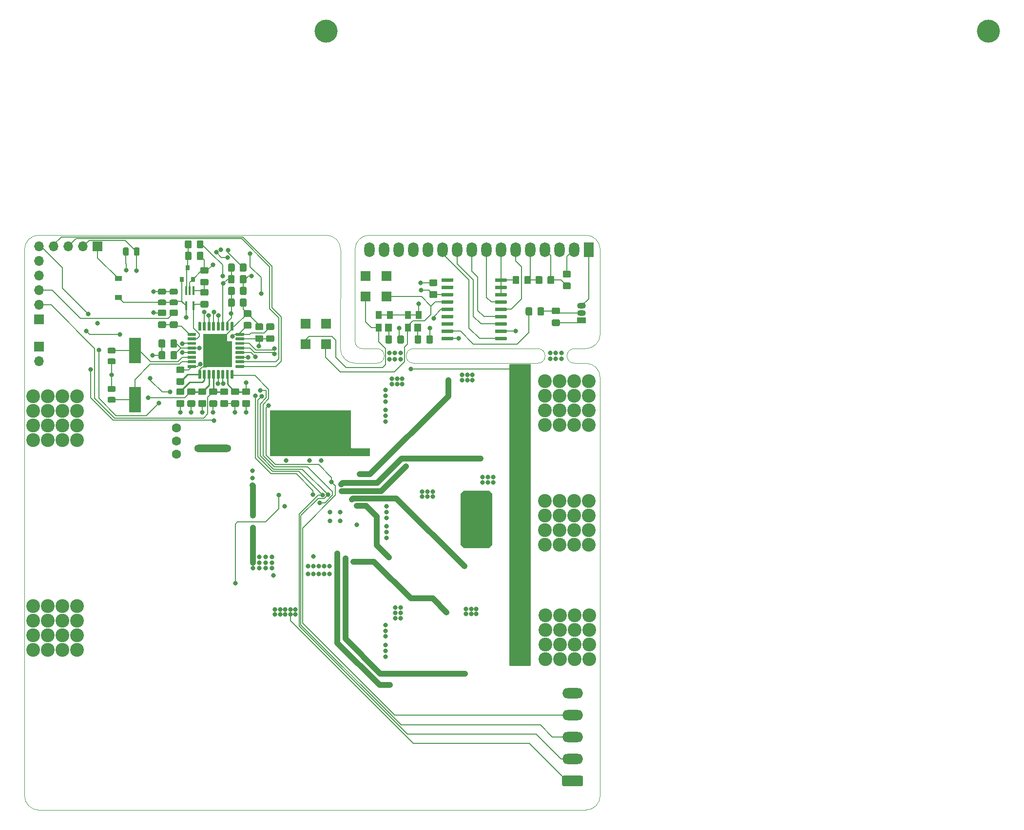
<source format=gbr>
G04 #@! TF.GenerationSoftware,KiCad,Pcbnew,(5.1.5)-3*
G04 #@! TF.CreationDate,2021-01-10T18:58:55+00:00*
G04 #@! TF.ProjectId,Ebike_Controller,4562696b-655f-4436-9f6e-74726f6c6c65,rev?*
G04 #@! TF.SameCoordinates,Original*
G04 #@! TF.FileFunction,Copper,L4,Bot*
G04 #@! TF.FilePolarity,Positive*
%FSLAX46Y46*%
G04 Gerber Fmt 4.6, Leading zero omitted, Abs format (unit mm)*
G04 Created by KiCad (PCBNEW (5.1.5)-3) date 2021-01-10 18:58:55*
%MOMM*%
%LPD*%
G04 APERTURE LIST*
%ADD10C,0.050000*%
%ADD11C,0.150000*%
%ADD12O,1.700000X1.700000*%
%ADD13R,1.700000X1.700000*%
%ADD14R,1.200000X0.900000*%
%ADD15C,4.000000*%
%ADD16O,1.800000X2.600000*%
%ADD17R,1.800000X2.600000*%
%ADD18C,2.400000*%
%ADD19R,2.750000X7.820000*%
%ADD20R,2.000000X4.500000*%
%ADD21C,1.300000*%
%ADD22R,0.400000X1.500000*%
%ADD23R,1.500000X1.050000*%
%ADD24O,1.500000X1.050000*%
%ADD25R,1.000000X1.400000*%
%ADD26R,1.200000X1.400000*%
%ADD27O,3.600000X1.800000*%
%ADD28R,0.800000X0.900000*%
%ADD29R,0.450000X0.600000*%
%ADD30C,0.800000*%
%ADD31C,1.600000*%
%ADD32C,1.000000*%
%ADD33C,0.250000*%
%ADD34C,0.200000*%
%ADD35C,0.100000*%
G04 APERTURE END LIST*
D10*
X102910000Y-61500000D02*
X102870000Y-78740000D01*
X100410000Y-59000000D02*
G75*
G02X102910000Y-61500000I0J-2500000D01*
G01*
X105410000Y-61500000D02*
G75*
G02X107910000Y-59000000I2500000J0D01*
G01*
X145500000Y-59000000D02*
G75*
G02X148000000Y-61500000I0J-2500000D01*
G01*
X148000000Y-76240000D02*
G75*
G02X145500000Y-78740000I-2500000J0D01*
G01*
X145500000Y-81280000D02*
G75*
G02X148000000Y-83780000I0J-2500000D01*
G01*
X148000000Y-156500000D02*
G75*
G02X145500000Y-159000000I-2500000J0D01*
G01*
X50500000Y-159000000D02*
G75*
G02X48000000Y-156500000I0J2500000D01*
G01*
X48000000Y-61500000D02*
G75*
G02X50500000Y-59000000I2500000J0D01*
G01*
X143510000Y-81280000D02*
X145500000Y-81280000D01*
X143510000Y-78740000D02*
X145500000Y-78740000D01*
X143510000Y-81280000D02*
G75*
G02X143510000Y-78740000I0J1270000D01*
G01*
X137160000Y-78740000D02*
G75*
G02X137160000Y-81280000I0J-1270000D01*
G01*
X109220000Y-78740000D02*
G75*
G02X109220000Y-81280000I0J-1270000D01*
G01*
X105410000Y-81280000D02*
X109220000Y-81280000D01*
X106680000Y-78740000D02*
X109220000Y-78740000D01*
X106680000Y-78740000D02*
G75*
G02X105410000Y-77470000I0J1270000D01*
G01*
X105410000Y-81280000D02*
G75*
G02X102870000Y-78740000I0J2540000D01*
G01*
X105410000Y-61500000D02*
X105410000Y-77470000D01*
X107910000Y-59000000D02*
X145500000Y-59000000D01*
X115570000Y-81280000D02*
X137160000Y-81280000D01*
X115570000Y-81280000D02*
G75*
G02X115570000Y-78740000I0J1270000D01*
G01*
X137160000Y-78740000D02*
X115570000Y-78740000D01*
X148000000Y-83780000D02*
X148000000Y-156500000D01*
X148000000Y-61500000D02*
X148000000Y-76240000D01*
X48000000Y-156500000D02*
X48000000Y-61500000D01*
X145500000Y-159000000D02*
X50500000Y-159000000D01*
X50500000Y-59000000D02*
X100410000Y-59000000D01*
D11*
G36*
X78100000Y-95450000D02*
G01*
X83300000Y-95450000D01*
X83300000Y-96750000D01*
X78100000Y-96750000D01*
X78100000Y-95450000D01*
G37*
D12*
X50500000Y-80940000D03*
D13*
X50500000Y-78400000D03*
D14*
X64300000Y-66550000D03*
X64300000Y-69850000D03*
D15*
X215400420Y-23499060D03*
X100399380Y-23499060D03*
D16*
X107900000Y-61500000D03*
X110440000Y-61500000D03*
X112980000Y-61500000D03*
X115520000Y-61500000D03*
X118060000Y-61500000D03*
X120600000Y-61500000D03*
X123140000Y-61500000D03*
X125680000Y-61500000D03*
X128220000Y-61500000D03*
X130760000Y-61500000D03*
X133300000Y-61500000D03*
X135840000Y-61500000D03*
X138380000Y-61500000D03*
X140920000Y-61500000D03*
X143460000Y-61500000D03*
D17*
X146000000Y-61500000D03*
D13*
X110850000Y-69700000D03*
X107250000Y-69700000D03*
X110850000Y-66100000D03*
X107250000Y-66100000D03*
X100408000Y-74422000D03*
X96800000Y-74422000D03*
D18*
X49500000Y-126020000D03*
X49500000Y-123480000D03*
X49500000Y-128560000D03*
X49500000Y-131100000D03*
X52040000Y-126020000D03*
X52040000Y-123480000D03*
X52040000Y-128560000D03*
X52040000Y-131100000D03*
X54580000Y-126020000D03*
X54580000Y-123480000D03*
X54580000Y-128560000D03*
X54580000Y-131100000D03*
X57120000Y-131100000D03*
X57120000Y-128560000D03*
X57120000Y-126020000D03*
X57120000Y-123480000D03*
X57120000Y-123480000D03*
G04 #@! TA.AperFunction,SMDPad,CuDef*
D11*
G36*
X91146505Y-74352204D02*
G01*
X91170773Y-74355804D01*
X91194572Y-74361765D01*
X91217671Y-74370030D01*
X91239850Y-74380520D01*
X91260893Y-74393132D01*
X91280599Y-74407747D01*
X91298777Y-74424223D01*
X91315253Y-74442401D01*
X91329868Y-74462107D01*
X91342480Y-74483150D01*
X91352970Y-74505329D01*
X91361235Y-74528428D01*
X91367196Y-74552227D01*
X91370796Y-74576495D01*
X91372000Y-74600999D01*
X91372000Y-75251001D01*
X91370796Y-75275505D01*
X91367196Y-75299773D01*
X91361235Y-75323572D01*
X91352970Y-75346671D01*
X91342480Y-75368850D01*
X91329868Y-75389893D01*
X91315253Y-75409599D01*
X91298777Y-75427777D01*
X91280599Y-75444253D01*
X91260893Y-75458868D01*
X91239850Y-75471480D01*
X91217671Y-75481970D01*
X91194572Y-75490235D01*
X91170773Y-75496196D01*
X91146505Y-75499796D01*
X91122001Y-75501000D01*
X90221999Y-75501000D01*
X90197495Y-75499796D01*
X90173227Y-75496196D01*
X90149428Y-75490235D01*
X90126329Y-75481970D01*
X90104150Y-75471480D01*
X90083107Y-75458868D01*
X90063401Y-75444253D01*
X90045223Y-75427777D01*
X90028747Y-75409599D01*
X90014132Y-75389893D01*
X90001520Y-75368850D01*
X89991030Y-75346671D01*
X89982765Y-75323572D01*
X89976804Y-75299773D01*
X89973204Y-75275505D01*
X89972000Y-75251001D01*
X89972000Y-74600999D01*
X89973204Y-74576495D01*
X89976804Y-74552227D01*
X89982765Y-74528428D01*
X89991030Y-74505329D01*
X90001520Y-74483150D01*
X90014132Y-74462107D01*
X90028747Y-74442401D01*
X90045223Y-74424223D01*
X90063401Y-74407747D01*
X90083107Y-74393132D01*
X90104150Y-74380520D01*
X90126329Y-74370030D01*
X90149428Y-74361765D01*
X90173227Y-74355804D01*
X90197495Y-74352204D01*
X90221999Y-74351000D01*
X91122001Y-74351000D01*
X91146505Y-74352204D01*
G37*
G04 #@! TD.AperFunction*
G04 #@! TA.AperFunction,SMDPad,CuDef*
G36*
X91146505Y-76402204D02*
G01*
X91170773Y-76405804D01*
X91194572Y-76411765D01*
X91217671Y-76420030D01*
X91239850Y-76430520D01*
X91260893Y-76443132D01*
X91280599Y-76457747D01*
X91298777Y-76474223D01*
X91315253Y-76492401D01*
X91329868Y-76512107D01*
X91342480Y-76533150D01*
X91352970Y-76555329D01*
X91361235Y-76578428D01*
X91367196Y-76602227D01*
X91370796Y-76626495D01*
X91372000Y-76650999D01*
X91372000Y-77301001D01*
X91370796Y-77325505D01*
X91367196Y-77349773D01*
X91361235Y-77373572D01*
X91352970Y-77396671D01*
X91342480Y-77418850D01*
X91329868Y-77439893D01*
X91315253Y-77459599D01*
X91298777Y-77477777D01*
X91280599Y-77494253D01*
X91260893Y-77508868D01*
X91239850Y-77521480D01*
X91217671Y-77531970D01*
X91194572Y-77540235D01*
X91170773Y-77546196D01*
X91146505Y-77549796D01*
X91122001Y-77551000D01*
X90221999Y-77551000D01*
X90197495Y-77549796D01*
X90173227Y-77546196D01*
X90149428Y-77540235D01*
X90126329Y-77531970D01*
X90104150Y-77521480D01*
X90083107Y-77508868D01*
X90063401Y-77494253D01*
X90045223Y-77477777D01*
X90028747Y-77459599D01*
X90014132Y-77439893D01*
X90001520Y-77418850D01*
X89991030Y-77396671D01*
X89982765Y-77373572D01*
X89976804Y-77349773D01*
X89973204Y-77325505D01*
X89972000Y-77301001D01*
X89972000Y-76650999D01*
X89973204Y-76626495D01*
X89976804Y-76602227D01*
X89982765Y-76578428D01*
X89991030Y-76555329D01*
X90001520Y-76533150D01*
X90014132Y-76512107D01*
X90028747Y-76492401D01*
X90045223Y-76474223D01*
X90063401Y-76457747D01*
X90083107Y-76443132D01*
X90104150Y-76430520D01*
X90126329Y-76420030D01*
X90149428Y-76411765D01*
X90173227Y-76405804D01*
X90197495Y-76402204D01*
X90221999Y-76401000D01*
X91122001Y-76401000D01*
X91146505Y-76402204D01*
G37*
G04 #@! TD.AperFunction*
G04 #@! TA.AperFunction,SMDPad,CuDef*
G36*
X72350505Y-71939204D02*
G01*
X72374773Y-71942804D01*
X72398572Y-71948765D01*
X72421671Y-71957030D01*
X72443850Y-71967520D01*
X72464893Y-71980132D01*
X72484599Y-71994747D01*
X72502777Y-72011223D01*
X72519253Y-72029401D01*
X72533868Y-72049107D01*
X72546480Y-72070150D01*
X72556970Y-72092329D01*
X72565235Y-72115428D01*
X72571196Y-72139227D01*
X72574796Y-72163495D01*
X72576000Y-72187999D01*
X72576000Y-72838001D01*
X72574796Y-72862505D01*
X72571196Y-72886773D01*
X72565235Y-72910572D01*
X72556970Y-72933671D01*
X72546480Y-72955850D01*
X72533868Y-72976893D01*
X72519253Y-72996599D01*
X72502777Y-73014777D01*
X72484599Y-73031253D01*
X72464893Y-73045868D01*
X72443850Y-73058480D01*
X72421671Y-73068970D01*
X72398572Y-73077235D01*
X72374773Y-73083196D01*
X72350505Y-73086796D01*
X72326001Y-73088000D01*
X71425999Y-73088000D01*
X71401495Y-73086796D01*
X71377227Y-73083196D01*
X71353428Y-73077235D01*
X71330329Y-73068970D01*
X71308150Y-73058480D01*
X71287107Y-73045868D01*
X71267401Y-73031253D01*
X71249223Y-73014777D01*
X71232747Y-72996599D01*
X71218132Y-72976893D01*
X71205520Y-72955850D01*
X71195030Y-72933671D01*
X71186765Y-72910572D01*
X71180804Y-72886773D01*
X71177204Y-72862505D01*
X71176000Y-72838001D01*
X71176000Y-72187999D01*
X71177204Y-72163495D01*
X71180804Y-72139227D01*
X71186765Y-72115428D01*
X71195030Y-72092329D01*
X71205520Y-72070150D01*
X71218132Y-72049107D01*
X71232747Y-72029401D01*
X71249223Y-72011223D01*
X71267401Y-71994747D01*
X71287107Y-71980132D01*
X71308150Y-71967520D01*
X71330329Y-71957030D01*
X71353428Y-71948765D01*
X71377227Y-71942804D01*
X71401495Y-71939204D01*
X71425999Y-71938000D01*
X72326001Y-71938000D01*
X72350505Y-71939204D01*
G37*
G04 #@! TD.AperFunction*
G04 #@! TA.AperFunction,SMDPad,CuDef*
G36*
X72350505Y-73989204D02*
G01*
X72374773Y-73992804D01*
X72398572Y-73998765D01*
X72421671Y-74007030D01*
X72443850Y-74017520D01*
X72464893Y-74030132D01*
X72484599Y-74044747D01*
X72502777Y-74061223D01*
X72519253Y-74079401D01*
X72533868Y-74099107D01*
X72546480Y-74120150D01*
X72556970Y-74142329D01*
X72565235Y-74165428D01*
X72571196Y-74189227D01*
X72574796Y-74213495D01*
X72576000Y-74237999D01*
X72576000Y-74888001D01*
X72574796Y-74912505D01*
X72571196Y-74936773D01*
X72565235Y-74960572D01*
X72556970Y-74983671D01*
X72546480Y-75005850D01*
X72533868Y-75026893D01*
X72519253Y-75046599D01*
X72502777Y-75064777D01*
X72484599Y-75081253D01*
X72464893Y-75095868D01*
X72443850Y-75108480D01*
X72421671Y-75118970D01*
X72398572Y-75127235D01*
X72374773Y-75133196D01*
X72350505Y-75136796D01*
X72326001Y-75138000D01*
X71425999Y-75138000D01*
X71401495Y-75136796D01*
X71377227Y-75133196D01*
X71353428Y-75127235D01*
X71330329Y-75118970D01*
X71308150Y-75108480D01*
X71287107Y-75095868D01*
X71267401Y-75081253D01*
X71249223Y-75064777D01*
X71232747Y-75046599D01*
X71218132Y-75026893D01*
X71205520Y-75005850D01*
X71195030Y-74983671D01*
X71186765Y-74960572D01*
X71180804Y-74936773D01*
X71177204Y-74912505D01*
X71176000Y-74888001D01*
X71176000Y-74237999D01*
X71177204Y-74213495D01*
X71180804Y-74189227D01*
X71186765Y-74165428D01*
X71195030Y-74142329D01*
X71205520Y-74120150D01*
X71218132Y-74099107D01*
X71232747Y-74079401D01*
X71249223Y-74061223D01*
X71267401Y-74044747D01*
X71287107Y-74030132D01*
X71308150Y-74017520D01*
X71330329Y-74007030D01*
X71353428Y-73998765D01*
X71377227Y-73992804D01*
X71401495Y-73989204D01*
X71425999Y-73988000D01*
X72326001Y-73988000D01*
X72350505Y-73989204D01*
G37*
G04 #@! TD.AperFunction*
D19*
X127311500Y-108962000D03*
X133571500Y-108962000D03*
G04 #@! TA.AperFunction,SMDPad,CuDef*
D11*
G36*
X87209505Y-72057204D02*
G01*
X87233773Y-72060804D01*
X87257572Y-72066765D01*
X87280671Y-72075030D01*
X87302850Y-72085520D01*
X87323893Y-72098132D01*
X87343599Y-72112747D01*
X87361777Y-72129223D01*
X87378253Y-72147401D01*
X87392868Y-72167107D01*
X87405480Y-72188150D01*
X87415970Y-72210329D01*
X87424235Y-72233428D01*
X87430196Y-72257227D01*
X87433796Y-72281495D01*
X87435000Y-72305999D01*
X87435000Y-72956001D01*
X87433796Y-72980505D01*
X87430196Y-73004773D01*
X87424235Y-73028572D01*
X87415970Y-73051671D01*
X87405480Y-73073850D01*
X87392868Y-73094893D01*
X87378253Y-73114599D01*
X87361777Y-73132777D01*
X87343599Y-73149253D01*
X87323893Y-73163868D01*
X87302850Y-73176480D01*
X87280671Y-73186970D01*
X87257572Y-73195235D01*
X87233773Y-73201196D01*
X87209505Y-73204796D01*
X87185001Y-73206000D01*
X86284999Y-73206000D01*
X86260495Y-73204796D01*
X86236227Y-73201196D01*
X86212428Y-73195235D01*
X86189329Y-73186970D01*
X86167150Y-73176480D01*
X86146107Y-73163868D01*
X86126401Y-73149253D01*
X86108223Y-73132777D01*
X86091747Y-73114599D01*
X86077132Y-73094893D01*
X86064520Y-73073850D01*
X86054030Y-73051671D01*
X86045765Y-73028572D01*
X86039804Y-73004773D01*
X86036204Y-72980505D01*
X86035000Y-72956001D01*
X86035000Y-72305999D01*
X86036204Y-72281495D01*
X86039804Y-72257227D01*
X86045765Y-72233428D01*
X86054030Y-72210329D01*
X86064520Y-72188150D01*
X86077132Y-72167107D01*
X86091747Y-72147401D01*
X86108223Y-72129223D01*
X86126401Y-72112747D01*
X86146107Y-72098132D01*
X86167150Y-72085520D01*
X86189329Y-72075030D01*
X86212428Y-72066765D01*
X86236227Y-72060804D01*
X86260495Y-72057204D01*
X86284999Y-72056000D01*
X87185001Y-72056000D01*
X87209505Y-72057204D01*
G37*
G04 #@! TD.AperFunction*
G04 #@! TA.AperFunction,SMDPad,CuDef*
G36*
X87209505Y-74107204D02*
G01*
X87233773Y-74110804D01*
X87257572Y-74116765D01*
X87280671Y-74125030D01*
X87302850Y-74135520D01*
X87323893Y-74148132D01*
X87343599Y-74162747D01*
X87361777Y-74179223D01*
X87378253Y-74197401D01*
X87392868Y-74217107D01*
X87405480Y-74238150D01*
X87415970Y-74260329D01*
X87424235Y-74283428D01*
X87430196Y-74307227D01*
X87433796Y-74331495D01*
X87435000Y-74355999D01*
X87435000Y-75006001D01*
X87433796Y-75030505D01*
X87430196Y-75054773D01*
X87424235Y-75078572D01*
X87415970Y-75101671D01*
X87405480Y-75123850D01*
X87392868Y-75144893D01*
X87378253Y-75164599D01*
X87361777Y-75182777D01*
X87343599Y-75199253D01*
X87323893Y-75213868D01*
X87302850Y-75226480D01*
X87280671Y-75236970D01*
X87257572Y-75245235D01*
X87233773Y-75251196D01*
X87209505Y-75254796D01*
X87185001Y-75256000D01*
X86284999Y-75256000D01*
X86260495Y-75254796D01*
X86236227Y-75251196D01*
X86212428Y-75245235D01*
X86189329Y-75236970D01*
X86167150Y-75226480D01*
X86146107Y-75213868D01*
X86126401Y-75199253D01*
X86108223Y-75182777D01*
X86091747Y-75164599D01*
X86077132Y-75144893D01*
X86064520Y-75123850D01*
X86054030Y-75101671D01*
X86045765Y-75078572D01*
X86039804Y-75054773D01*
X86036204Y-75030505D01*
X86035000Y-75006001D01*
X86035000Y-74355999D01*
X86036204Y-74331495D01*
X86039804Y-74307227D01*
X86045765Y-74283428D01*
X86054030Y-74260329D01*
X86064520Y-74238150D01*
X86077132Y-74217107D01*
X86091747Y-74197401D01*
X86108223Y-74179223D01*
X86126401Y-74162747D01*
X86146107Y-74148132D01*
X86167150Y-74135520D01*
X86189329Y-74125030D01*
X86212428Y-74116765D01*
X86236227Y-74110804D01*
X86260495Y-74107204D01*
X86284999Y-74106000D01*
X87185001Y-74106000D01*
X87209505Y-74107204D01*
G37*
G04 #@! TD.AperFunction*
G04 #@! TA.AperFunction,SMDPad,CuDef*
G36*
X75525505Y-81845204D02*
G01*
X75549773Y-81848804D01*
X75573572Y-81854765D01*
X75596671Y-81863030D01*
X75618850Y-81873520D01*
X75639893Y-81886132D01*
X75659599Y-81900747D01*
X75677777Y-81917223D01*
X75694253Y-81935401D01*
X75708868Y-81955107D01*
X75721480Y-81976150D01*
X75731970Y-81998329D01*
X75740235Y-82021428D01*
X75746196Y-82045227D01*
X75749796Y-82069495D01*
X75751000Y-82093999D01*
X75751000Y-82744001D01*
X75749796Y-82768505D01*
X75746196Y-82792773D01*
X75740235Y-82816572D01*
X75731970Y-82839671D01*
X75721480Y-82861850D01*
X75708868Y-82882893D01*
X75694253Y-82902599D01*
X75677777Y-82920777D01*
X75659599Y-82937253D01*
X75639893Y-82951868D01*
X75618850Y-82964480D01*
X75596671Y-82974970D01*
X75573572Y-82983235D01*
X75549773Y-82989196D01*
X75525505Y-82992796D01*
X75501001Y-82994000D01*
X74600999Y-82994000D01*
X74576495Y-82992796D01*
X74552227Y-82989196D01*
X74528428Y-82983235D01*
X74505329Y-82974970D01*
X74483150Y-82964480D01*
X74462107Y-82951868D01*
X74442401Y-82937253D01*
X74424223Y-82920777D01*
X74407747Y-82902599D01*
X74393132Y-82882893D01*
X74380520Y-82861850D01*
X74370030Y-82839671D01*
X74361765Y-82816572D01*
X74355804Y-82792773D01*
X74352204Y-82768505D01*
X74351000Y-82744001D01*
X74351000Y-82093999D01*
X74352204Y-82069495D01*
X74355804Y-82045227D01*
X74361765Y-82021428D01*
X74370030Y-81998329D01*
X74380520Y-81976150D01*
X74393132Y-81955107D01*
X74407747Y-81935401D01*
X74424223Y-81917223D01*
X74442401Y-81900747D01*
X74462107Y-81886132D01*
X74483150Y-81873520D01*
X74505329Y-81863030D01*
X74528428Y-81854765D01*
X74552227Y-81848804D01*
X74576495Y-81845204D01*
X74600999Y-81844000D01*
X75501001Y-81844000D01*
X75525505Y-81845204D01*
G37*
G04 #@! TD.AperFunction*
G04 #@! TA.AperFunction,SMDPad,CuDef*
G36*
X75525505Y-83895204D02*
G01*
X75549773Y-83898804D01*
X75573572Y-83904765D01*
X75596671Y-83913030D01*
X75618850Y-83923520D01*
X75639893Y-83936132D01*
X75659599Y-83950747D01*
X75677777Y-83967223D01*
X75694253Y-83985401D01*
X75708868Y-84005107D01*
X75721480Y-84026150D01*
X75731970Y-84048329D01*
X75740235Y-84071428D01*
X75746196Y-84095227D01*
X75749796Y-84119495D01*
X75751000Y-84143999D01*
X75751000Y-84794001D01*
X75749796Y-84818505D01*
X75746196Y-84842773D01*
X75740235Y-84866572D01*
X75731970Y-84889671D01*
X75721480Y-84911850D01*
X75708868Y-84932893D01*
X75694253Y-84952599D01*
X75677777Y-84970777D01*
X75659599Y-84987253D01*
X75639893Y-85001868D01*
X75618850Y-85014480D01*
X75596671Y-85024970D01*
X75573572Y-85033235D01*
X75549773Y-85039196D01*
X75525505Y-85042796D01*
X75501001Y-85044000D01*
X74600999Y-85044000D01*
X74576495Y-85042796D01*
X74552227Y-85039196D01*
X74528428Y-85033235D01*
X74505329Y-85024970D01*
X74483150Y-85014480D01*
X74462107Y-85001868D01*
X74442401Y-84987253D01*
X74424223Y-84970777D01*
X74407747Y-84952599D01*
X74393132Y-84932893D01*
X74380520Y-84911850D01*
X74370030Y-84889671D01*
X74361765Y-84866572D01*
X74355804Y-84842773D01*
X74352204Y-84818505D01*
X74351000Y-84794001D01*
X74351000Y-84143999D01*
X74352204Y-84119495D01*
X74355804Y-84095227D01*
X74361765Y-84071428D01*
X74370030Y-84048329D01*
X74380520Y-84026150D01*
X74393132Y-84005107D01*
X74407747Y-83985401D01*
X74424223Y-83967223D01*
X74442401Y-83950747D01*
X74462107Y-83936132D01*
X74483150Y-83923520D01*
X74505329Y-83913030D01*
X74528428Y-83904765D01*
X74552227Y-83898804D01*
X74576495Y-83895204D01*
X74600999Y-83894000D01*
X75501001Y-83894000D01*
X75525505Y-83895204D01*
G37*
G04 #@! TD.AperFunction*
G04 #@! TA.AperFunction,SMDPad,CuDef*
G36*
X72216505Y-79180204D02*
G01*
X72240773Y-79183804D01*
X72264572Y-79189765D01*
X72287671Y-79198030D01*
X72309850Y-79208520D01*
X72330893Y-79221132D01*
X72350599Y-79235747D01*
X72368777Y-79252223D01*
X72385253Y-79270401D01*
X72399868Y-79290107D01*
X72412480Y-79311150D01*
X72422970Y-79333329D01*
X72431235Y-79356428D01*
X72437196Y-79380227D01*
X72440796Y-79404495D01*
X72442000Y-79428999D01*
X72442000Y-80329001D01*
X72440796Y-80353505D01*
X72437196Y-80377773D01*
X72431235Y-80401572D01*
X72422970Y-80424671D01*
X72412480Y-80446850D01*
X72399868Y-80467893D01*
X72385253Y-80487599D01*
X72368777Y-80505777D01*
X72350599Y-80522253D01*
X72330893Y-80536868D01*
X72309850Y-80549480D01*
X72287671Y-80559970D01*
X72264572Y-80568235D01*
X72240773Y-80574196D01*
X72216505Y-80577796D01*
X72192001Y-80579000D01*
X71541999Y-80579000D01*
X71517495Y-80577796D01*
X71493227Y-80574196D01*
X71469428Y-80568235D01*
X71446329Y-80559970D01*
X71424150Y-80549480D01*
X71403107Y-80536868D01*
X71383401Y-80522253D01*
X71365223Y-80505777D01*
X71348747Y-80487599D01*
X71334132Y-80467893D01*
X71321520Y-80446850D01*
X71311030Y-80424671D01*
X71302765Y-80401572D01*
X71296804Y-80377773D01*
X71293204Y-80353505D01*
X71292000Y-80329001D01*
X71292000Y-79428999D01*
X71293204Y-79404495D01*
X71296804Y-79380227D01*
X71302765Y-79356428D01*
X71311030Y-79333329D01*
X71321520Y-79311150D01*
X71334132Y-79290107D01*
X71348747Y-79270401D01*
X71365223Y-79252223D01*
X71383401Y-79235747D01*
X71403107Y-79221132D01*
X71424150Y-79208520D01*
X71446329Y-79198030D01*
X71469428Y-79189765D01*
X71493227Y-79183804D01*
X71517495Y-79180204D01*
X71541999Y-79179000D01*
X72192001Y-79179000D01*
X72216505Y-79180204D01*
G37*
G04 #@! TD.AperFunction*
G04 #@! TA.AperFunction,SMDPad,CuDef*
G36*
X74266505Y-79180204D02*
G01*
X74290773Y-79183804D01*
X74314572Y-79189765D01*
X74337671Y-79198030D01*
X74359850Y-79208520D01*
X74380893Y-79221132D01*
X74400599Y-79235747D01*
X74418777Y-79252223D01*
X74435253Y-79270401D01*
X74449868Y-79290107D01*
X74462480Y-79311150D01*
X74472970Y-79333329D01*
X74481235Y-79356428D01*
X74487196Y-79380227D01*
X74490796Y-79404495D01*
X74492000Y-79428999D01*
X74492000Y-80329001D01*
X74490796Y-80353505D01*
X74487196Y-80377773D01*
X74481235Y-80401572D01*
X74472970Y-80424671D01*
X74462480Y-80446850D01*
X74449868Y-80467893D01*
X74435253Y-80487599D01*
X74418777Y-80505777D01*
X74400599Y-80522253D01*
X74380893Y-80536868D01*
X74359850Y-80549480D01*
X74337671Y-80559970D01*
X74314572Y-80568235D01*
X74290773Y-80574196D01*
X74266505Y-80577796D01*
X74242001Y-80579000D01*
X73591999Y-80579000D01*
X73567495Y-80577796D01*
X73543227Y-80574196D01*
X73519428Y-80568235D01*
X73496329Y-80559970D01*
X73474150Y-80549480D01*
X73453107Y-80536868D01*
X73433401Y-80522253D01*
X73415223Y-80505777D01*
X73398747Y-80487599D01*
X73384132Y-80467893D01*
X73371520Y-80446850D01*
X73361030Y-80424671D01*
X73352765Y-80401572D01*
X73346804Y-80377773D01*
X73343204Y-80353505D01*
X73342000Y-80329001D01*
X73342000Y-79428999D01*
X73343204Y-79404495D01*
X73346804Y-79380227D01*
X73352765Y-79356428D01*
X73361030Y-79333329D01*
X73371520Y-79311150D01*
X73384132Y-79290107D01*
X73398747Y-79270401D01*
X73415223Y-79252223D01*
X73433401Y-79235747D01*
X73453107Y-79221132D01*
X73474150Y-79208520D01*
X73496329Y-79198030D01*
X73519428Y-79189765D01*
X73543227Y-79183804D01*
X73567495Y-79180204D01*
X73591999Y-79179000D01*
X74242001Y-79179000D01*
X74266505Y-79180204D01*
G37*
G04 #@! TD.AperFunction*
G04 #@! TA.AperFunction,SMDPad,CuDef*
G36*
X85050505Y-87705204D02*
G01*
X85074773Y-87708804D01*
X85098572Y-87714765D01*
X85121671Y-87723030D01*
X85143850Y-87733520D01*
X85164893Y-87746132D01*
X85184599Y-87760747D01*
X85202777Y-87777223D01*
X85219253Y-87795401D01*
X85233868Y-87815107D01*
X85246480Y-87836150D01*
X85256970Y-87858329D01*
X85265235Y-87881428D01*
X85271196Y-87905227D01*
X85274796Y-87929495D01*
X85276000Y-87953999D01*
X85276000Y-88604001D01*
X85274796Y-88628505D01*
X85271196Y-88652773D01*
X85265235Y-88676572D01*
X85256970Y-88699671D01*
X85246480Y-88721850D01*
X85233868Y-88742893D01*
X85219253Y-88762599D01*
X85202777Y-88780777D01*
X85184599Y-88797253D01*
X85164893Y-88811868D01*
X85143850Y-88824480D01*
X85121671Y-88834970D01*
X85098572Y-88843235D01*
X85074773Y-88849196D01*
X85050505Y-88852796D01*
X85026001Y-88854000D01*
X84125999Y-88854000D01*
X84101495Y-88852796D01*
X84077227Y-88849196D01*
X84053428Y-88843235D01*
X84030329Y-88834970D01*
X84008150Y-88824480D01*
X83987107Y-88811868D01*
X83967401Y-88797253D01*
X83949223Y-88780777D01*
X83932747Y-88762599D01*
X83918132Y-88742893D01*
X83905520Y-88721850D01*
X83895030Y-88699671D01*
X83886765Y-88676572D01*
X83880804Y-88652773D01*
X83877204Y-88628505D01*
X83876000Y-88604001D01*
X83876000Y-87953999D01*
X83877204Y-87929495D01*
X83880804Y-87905227D01*
X83886765Y-87881428D01*
X83895030Y-87858329D01*
X83905520Y-87836150D01*
X83918132Y-87815107D01*
X83932747Y-87795401D01*
X83949223Y-87777223D01*
X83967401Y-87760747D01*
X83987107Y-87746132D01*
X84008150Y-87733520D01*
X84030329Y-87723030D01*
X84053428Y-87714765D01*
X84077227Y-87708804D01*
X84101495Y-87705204D01*
X84125999Y-87704000D01*
X85026001Y-87704000D01*
X85050505Y-87705204D01*
G37*
G04 #@! TD.AperFunction*
G04 #@! TA.AperFunction,SMDPad,CuDef*
G36*
X85050505Y-85655204D02*
G01*
X85074773Y-85658804D01*
X85098572Y-85664765D01*
X85121671Y-85673030D01*
X85143850Y-85683520D01*
X85164893Y-85696132D01*
X85184599Y-85710747D01*
X85202777Y-85727223D01*
X85219253Y-85745401D01*
X85233868Y-85765107D01*
X85246480Y-85786150D01*
X85256970Y-85808329D01*
X85265235Y-85831428D01*
X85271196Y-85855227D01*
X85274796Y-85879495D01*
X85276000Y-85903999D01*
X85276000Y-86554001D01*
X85274796Y-86578505D01*
X85271196Y-86602773D01*
X85265235Y-86626572D01*
X85256970Y-86649671D01*
X85246480Y-86671850D01*
X85233868Y-86692893D01*
X85219253Y-86712599D01*
X85202777Y-86730777D01*
X85184599Y-86747253D01*
X85164893Y-86761868D01*
X85143850Y-86774480D01*
X85121671Y-86784970D01*
X85098572Y-86793235D01*
X85074773Y-86799196D01*
X85050505Y-86802796D01*
X85026001Y-86804000D01*
X84125999Y-86804000D01*
X84101495Y-86802796D01*
X84077227Y-86799196D01*
X84053428Y-86793235D01*
X84030329Y-86784970D01*
X84008150Y-86774480D01*
X83987107Y-86761868D01*
X83967401Y-86747253D01*
X83949223Y-86730777D01*
X83932747Y-86712599D01*
X83918132Y-86692893D01*
X83905520Y-86671850D01*
X83895030Y-86649671D01*
X83886765Y-86626572D01*
X83880804Y-86602773D01*
X83877204Y-86578505D01*
X83876000Y-86554001D01*
X83876000Y-85903999D01*
X83877204Y-85879495D01*
X83880804Y-85855227D01*
X83886765Y-85831428D01*
X83895030Y-85808329D01*
X83905520Y-85786150D01*
X83918132Y-85765107D01*
X83932747Y-85745401D01*
X83949223Y-85727223D01*
X83967401Y-85710747D01*
X83987107Y-85696132D01*
X84008150Y-85683520D01*
X84030329Y-85673030D01*
X84053428Y-85664765D01*
X84077227Y-85658804D01*
X84101495Y-85655204D01*
X84125999Y-85654000D01*
X85026001Y-85654000D01*
X85050505Y-85655204D01*
G37*
G04 #@! TD.AperFunction*
G04 #@! TA.AperFunction,SMDPad,CuDef*
G36*
X86340505Y-70036204D02*
G01*
X86364773Y-70039804D01*
X86388572Y-70045765D01*
X86411671Y-70054030D01*
X86433850Y-70064520D01*
X86454893Y-70077132D01*
X86474599Y-70091747D01*
X86492777Y-70108223D01*
X86509253Y-70126401D01*
X86523868Y-70146107D01*
X86536480Y-70167150D01*
X86546970Y-70189329D01*
X86555235Y-70212428D01*
X86561196Y-70236227D01*
X86564796Y-70260495D01*
X86566000Y-70284999D01*
X86566000Y-71185001D01*
X86564796Y-71209505D01*
X86561196Y-71233773D01*
X86555235Y-71257572D01*
X86546970Y-71280671D01*
X86536480Y-71302850D01*
X86523868Y-71323893D01*
X86509253Y-71343599D01*
X86492777Y-71361777D01*
X86474599Y-71378253D01*
X86454893Y-71392868D01*
X86433850Y-71405480D01*
X86411671Y-71415970D01*
X86388572Y-71424235D01*
X86364773Y-71430196D01*
X86340505Y-71433796D01*
X86316001Y-71435000D01*
X85665999Y-71435000D01*
X85641495Y-71433796D01*
X85617227Y-71430196D01*
X85593428Y-71424235D01*
X85570329Y-71415970D01*
X85548150Y-71405480D01*
X85527107Y-71392868D01*
X85507401Y-71378253D01*
X85489223Y-71361777D01*
X85472747Y-71343599D01*
X85458132Y-71323893D01*
X85445520Y-71302850D01*
X85435030Y-71280671D01*
X85426765Y-71257572D01*
X85420804Y-71233773D01*
X85417204Y-71209505D01*
X85416000Y-71185001D01*
X85416000Y-70284999D01*
X85417204Y-70260495D01*
X85420804Y-70236227D01*
X85426765Y-70212428D01*
X85435030Y-70189329D01*
X85445520Y-70167150D01*
X85458132Y-70146107D01*
X85472747Y-70126401D01*
X85489223Y-70108223D01*
X85507401Y-70091747D01*
X85527107Y-70077132D01*
X85548150Y-70064520D01*
X85570329Y-70054030D01*
X85593428Y-70045765D01*
X85617227Y-70039804D01*
X85641495Y-70036204D01*
X85665999Y-70035000D01*
X86316001Y-70035000D01*
X86340505Y-70036204D01*
G37*
G04 #@! TD.AperFunction*
G04 #@! TA.AperFunction,SMDPad,CuDef*
G36*
X84290505Y-70036204D02*
G01*
X84314773Y-70039804D01*
X84338572Y-70045765D01*
X84361671Y-70054030D01*
X84383850Y-70064520D01*
X84404893Y-70077132D01*
X84424599Y-70091747D01*
X84442777Y-70108223D01*
X84459253Y-70126401D01*
X84473868Y-70146107D01*
X84486480Y-70167150D01*
X84496970Y-70189329D01*
X84505235Y-70212428D01*
X84511196Y-70236227D01*
X84514796Y-70260495D01*
X84516000Y-70284999D01*
X84516000Y-71185001D01*
X84514796Y-71209505D01*
X84511196Y-71233773D01*
X84505235Y-71257572D01*
X84496970Y-71280671D01*
X84486480Y-71302850D01*
X84473868Y-71323893D01*
X84459253Y-71343599D01*
X84442777Y-71361777D01*
X84424599Y-71378253D01*
X84404893Y-71392868D01*
X84383850Y-71405480D01*
X84361671Y-71415970D01*
X84338572Y-71424235D01*
X84314773Y-71430196D01*
X84290505Y-71433796D01*
X84266001Y-71435000D01*
X83615999Y-71435000D01*
X83591495Y-71433796D01*
X83567227Y-71430196D01*
X83543428Y-71424235D01*
X83520329Y-71415970D01*
X83498150Y-71405480D01*
X83477107Y-71392868D01*
X83457401Y-71378253D01*
X83439223Y-71361777D01*
X83422747Y-71343599D01*
X83408132Y-71323893D01*
X83395520Y-71302850D01*
X83385030Y-71280671D01*
X83376765Y-71257572D01*
X83370804Y-71233773D01*
X83367204Y-71209505D01*
X83366000Y-71185001D01*
X83366000Y-70284999D01*
X83367204Y-70260495D01*
X83370804Y-70236227D01*
X83376765Y-70212428D01*
X83385030Y-70189329D01*
X83395520Y-70167150D01*
X83408132Y-70146107D01*
X83422747Y-70126401D01*
X83439223Y-70108223D01*
X83457401Y-70091747D01*
X83477107Y-70077132D01*
X83498150Y-70064520D01*
X83520329Y-70054030D01*
X83543428Y-70045765D01*
X83567227Y-70039804D01*
X83591495Y-70036204D01*
X83615999Y-70035000D01*
X84266001Y-70035000D01*
X84290505Y-70036204D01*
G37*
G04 #@! TD.AperFunction*
G04 #@! TA.AperFunction,SMDPad,CuDef*
G36*
X86331505Y-63940204D02*
G01*
X86355773Y-63943804D01*
X86379572Y-63949765D01*
X86402671Y-63958030D01*
X86424850Y-63968520D01*
X86445893Y-63981132D01*
X86465599Y-63995747D01*
X86483777Y-64012223D01*
X86500253Y-64030401D01*
X86514868Y-64050107D01*
X86527480Y-64071150D01*
X86537970Y-64093329D01*
X86546235Y-64116428D01*
X86552196Y-64140227D01*
X86555796Y-64164495D01*
X86557000Y-64188999D01*
X86557000Y-65089001D01*
X86555796Y-65113505D01*
X86552196Y-65137773D01*
X86546235Y-65161572D01*
X86537970Y-65184671D01*
X86527480Y-65206850D01*
X86514868Y-65227893D01*
X86500253Y-65247599D01*
X86483777Y-65265777D01*
X86465599Y-65282253D01*
X86445893Y-65296868D01*
X86424850Y-65309480D01*
X86402671Y-65319970D01*
X86379572Y-65328235D01*
X86355773Y-65334196D01*
X86331505Y-65337796D01*
X86307001Y-65339000D01*
X85656999Y-65339000D01*
X85632495Y-65337796D01*
X85608227Y-65334196D01*
X85584428Y-65328235D01*
X85561329Y-65319970D01*
X85539150Y-65309480D01*
X85518107Y-65296868D01*
X85498401Y-65282253D01*
X85480223Y-65265777D01*
X85463747Y-65247599D01*
X85449132Y-65227893D01*
X85436520Y-65206850D01*
X85426030Y-65184671D01*
X85417765Y-65161572D01*
X85411804Y-65137773D01*
X85408204Y-65113505D01*
X85407000Y-65089001D01*
X85407000Y-64188999D01*
X85408204Y-64164495D01*
X85411804Y-64140227D01*
X85417765Y-64116428D01*
X85426030Y-64093329D01*
X85436520Y-64071150D01*
X85449132Y-64050107D01*
X85463747Y-64030401D01*
X85480223Y-64012223D01*
X85498401Y-63995747D01*
X85518107Y-63981132D01*
X85539150Y-63968520D01*
X85561329Y-63958030D01*
X85584428Y-63949765D01*
X85608227Y-63943804D01*
X85632495Y-63940204D01*
X85656999Y-63939000D01*
X86307001Y-63939000D01*
X86331505Y-63940204D01*
G37*
G04 #@! TD.AperFunction*
G04 #@! TA.AperFunction,SMDPad,CuDef*
G36*
X84281505Y-63940204D02*
G01*
X84305773Y-63943804D01*
X84329572Y-63949765D01*
X84352671Y-63958030D01*
X84374850Y-63968520D01*
X84395893Y-63981132D01*
X84415599Y-63995747D01*
X84433777Y-64012223D01*
X84450253Y-64030401D01*
X84464868Y-64050107D01*
X84477480Y-64071150D01*
X84487970Y-64093329D01*
X84496235Y-64116428D01*
X84502196Y-64140227D01*
X84505796Y-64164495D01*
X84507000Y-64188999D01*
X84507000Y-65089001D01*
X84505796Y-65113505D01*
X84502196Y-65137773D01*
X84496235Y-65161572D01*
X84487970Y-65184671D01*
X84477480Y-65206850D01*
X84464868Y-65227893D01*
X84450253Y-65247599D01*
X84433777Y-65265777D01*
X84415599Y-65282253D01*
X84395893Y-65296868D01*
X84374850Y-65309480D01*
X84352671Y-65319970D01*
X84329572Y-65328235D01*
X84305773Y-65334196D01*
X84281505Y-65337796D01*
X84257001Y-65339000D01*
X83606999Y-65339000D01*
X83582495Y-65337796D01*
X83558227Y-65334196D01*
X83534428Y-65328235D01*
X83511329Y-65319970D01*
X83489150Y-65309480D01*
X83468107Y-65296868D01*
X83448401Y-65282253D01*
X83430223Y-65265777D01*
X83413747Y-65247599D01*
X83399132Y-65227893D01*
X83386520Y-65206850D01*
X83376030Y-65184671D01*
X83367765Y-65161572D01*
X83361804Y-65137773D01*
X83358204Y-65113505D01*
X83357000Y-65089001D01*
X83357000Y-64188999D01*
X83358204Y-64164495D01*
X83361804Y-64140227D01*
X83367765Y-64116428D01*
X83376030Y-64093329D01*
X83386520Y-64071150D01*
X83399132Y-64050107D01*
X83413747Y-64030401D01*
X83430223Y-64012223D01*
X83448401Y-63995747D01*
X83468107Y-63981132D01*
X83489150Y-63968520D01*
X83511329Y-63958030D01*
X83534428Y-63949765D01*
X83558227Y-63943804D01*
X83582495Y-63940204D01*
X83606999Y-63939000D01*
X84257001Y-63939000D01*
X84281505Y-63940204D01*
G37*
G04 #@! TD.AperFunction*
G04 #@! TA.AperFunction,SMDPad,CuDef*
G36*
X83145505Y-87705204D02*
G01*
X83169773Y-87708804D01*
X83193572Y-87714765D01*
X83216671Y-87723030D01*
X83238850Y-87733520D01*
X83259893Y-87746132D01*
X83279599Y-87760747D01*
X83297777Y-87777223D01*
X83314253Y-87795401D01*
X83328868Y-87815107D01*
X83341480Y-87836150D01*
X83351970Y-87858329D01*
X83360235Y-87881428D01*
X83366196Y-87905227D01*
X83369796Y-87929495D01*
X83371000Y-87953999D01*
X83371000Y-88604001D01*
X83369796Y-88628505D01*
X83366196Y-88652773D01*
X83360235Y-88676572D01*
X83351970Y-88699671D01*
X83341480Y-88721850D01*
X83328868Y-88742893D01*
X83314253Y-88762599D01*
X83297777Y-88780777D01*
X83279599Y-88797253D01*
X83259893Y-88811868D01*
X83238850Y-88824480D01*
X83216671Y-88834970D01*
X83193572Y-88843235D01*
X83169773Y-88849196D01*
X83145505Y-88852796D01*
X83121001Y-88854000D01*
X82220999Y-88854000D01*
X82196495Y-88852796D01*
X82172227Y-88849196D01*
X82148428Y-88843235D01*
X82125329Y-88834970D01*
X82103150Y-88824480D01*
X82082107Y-88811868D01*
X82062401Y-88797253D01*
X82044223Y-88780777D01*
X82027747Y-88762599D01*
X82013132Y-88742893D01*
X82000520Y-88721850D01*
X81990030Y-88699671D01*
X81981765Y-88676572D01*
X81975804Y-88652773D01*
X81972204Y-88628505D01*
X81971000Y-88604001D01*
X81971000Y-87953999D01*
X81972204Y-87929495D01*
X81975804Y-87905227D01*
X81981765Y-87881428D01*
X81990030Y-87858329D01*
X82000520Y-87836150D01*
X82013132Y-87815107D01*
X82027747Y-87795401D01*
X82044223Y-87777223D01*
X82062401Y-87760747D01*
X82082107Y-87746132D01*
X82103150Y-87733520D01*
X82125329Y-87723030D01*
X82148428Y-87714765D01*
X82172227Y-87708804D01*
X82196495Y-87705204D01*
X82220999Y-87704000D01*
X83121001Y-87704000D01*
X83145505Y-87705204D01*
G37*
G04 #@! TD.AperFunction*
G04 #@! TA.AperFunction,SMDPad,CuDef*
G36*
X83145505Y-85655204D02*
G01*
X83169773Y-85658804D01*
X83193572Y-85664765D01*
X83216671Y-85673030D01*
X83238850Y-85683520D01*
X83259893Y-85696132D01*
X83279599Y-85710747D01*
X83297777Y-85727223D01*
X83314253Y-85745401D01*
X83328868Y-85765107D01*
X83341480Y-85786150D01*
X83351970Y-85808329D01*
X83360235Y-85831428D01*
X83366196Y-85855227D01*
X83369796Y-85879495D01*
X83371000Y-85903999D01*
X83371000Y-86554001D01*
X83369796Y-86578505D01*
X83366196Y-86602773D01*
X83360235Y-86626572D01*
X83351970Y-86649671D01*
X83341480Y-86671850D01*
X83328868Y-86692893D01*
X83314253Y-86712599D01*
X83297777Y-86730777D01*
X83279599Y-86747253D01*
X83259893Y-86761868D01*
X83238850Y-86774480D01*
X83216671Y-86784970D01*
X83193572Y-86793235D01*
X83169773Y-86799196D01*
X83145505Y-86802796D01*
X83121001Y-86804000D01*
X82220999Y-86804000D01*
X82196495Y-86802796D01*
X82172227Y-86799196D01*
X82148428Y-86793235D01*
X82125329Y-86784970D01*
X82103150Y-86774480D01*
X82082107Y-86761868D01*
X82062401Y-86747253D01*
X82044223Y-86730777D01*
X82027747Y-86712599D01*
X82013132Y-86692893D01*
X82000520Y-86671850D01*
X81990030Y-86649671D01*
X81981765Y-86626572D01*
X81975804Y-86602773D01*
X81972204Y-86578505D01*
X81971000Y-86554001D01*
X81971000Y-85903999D01*
X81972204Y-85879495D01*
X81975804Y-85855227D01*
X81981765Y-85831428D01*
X81990030Y-85808329D01*
X82000520Y-85786150D01*
X82013132Y-85765107D01*
X82027747Y-85745401D01*
X82044223Y-85727223D01*
X82062401Y-85710747D01*
X82082107Y-85696132D01*
X82103150Y-85683520D01*
X82125329Y-85673030D01*
X82148428Y-85664765D01*
X82172227Y-85658804D01*
X82196495Y-85655204D01*
X82220999Y-85654000D01*
X83121001Y-85654000D01*
X83145505Y-85655204D01*
G37*
G04 #@! TD.AperFunction*
G04 #@! TA.AperFunction,SMDPad,CuDef*
G36*
X74382505Y-73989204D02*
G01*
X74406773Y-73992804D01*
X74430572Y-73998765D01*
X74453671Y-74007030D01*
X74475850Y-74017520D01*
X74496893Y-74030132D01*
X74516599Y-74044747D01*
X74534777Y-74061223D01*
X74551253Y-74079401D01*
X74565868Y-74099107D01*
X74578480Y-74120150D01*
X74588970Y-74142329D01*
X74597235Y-74165428D01*
X74603196Y-74189227D01*
X74606796Y-74213495D01*
X74608000Y-74237999D01*
X74608000Y-74888001D01*
X74606796Y-74912505D01*
X74603196Y-74936773D01*
X74597235Y-74960572D01*
X74588970Y-74983671D01*
X74578480Y-75005850D01*
X74565868Y-75026893D01*
X74551253Y-75046599D01*
X74534777Y-75064777D01*
X74516599Y-75081253D01*
X74496893Y-75095868D01*
X74475850Y-75108480D01*
X74453671Y-75118970D01*
X74430572Y-75127235D01*
X74406773Y-75133196D01*
X74382505Y-75136796D01*
X74358001Y-75138000D01*
X73457999Y-75138000D01*
X73433495Y-75136796D01*
X73409227Y-75133196D01*
X73385428Y-75127235D01*
X73362329Y-75118970D01*
X73340150Y-75108480D01*
X73319107Y-75095868D01*
X73299401Y-75081253D01*
X73281223Y-75064777D01*
X73264747Y-75046599D01*
X73250132Y-75026893D01*
X73237520Y-75005850D01*
X73227030Y-74983671D01*
X73218765Y-74960572D01*
X73212804Y-74936773D01*
X73209204Y-74912505D01*
X73208000Y-74888001D01*
X73208000Y-74237999D01*
X73209204Y-74213495D01*
X73212804Y-74189227D01*
X73218765Y-74165428D01*
X73227030Y-74142329D01*
X73237520Y-74120150D01*
X73250132Y-74099107D01*
X73264747Y-74079401D01*
X73281223Y-74061223D01*
X73299401Y-74044747D01*
X73319107Y-74030132D01*
X73340150Y-74017520D01*
X73362329Y-74007030D01*
X73385428Y-73998765D01*
X73409227Y-73992804D01*
X73433495Y-73989204D01*
X73457999Y-73988000D01*
X74358001Y-73988000D01*
X74382505Y-73989204D01*
G37*
G04 #@! TD.AperFunction*
G04 #@! TA.AperFunction,SMDPad,CuDef*
G36*
X74382505Y-71939204D02*
G01*
X74406773Y-71942804D01*
X74430572Y-71948765D01*
X74453671Y-71957030D01*
X74475850Y-71967520D01*
X74496893Y-71980132D01*
X74516599Y-71994747D01*
X74534777Y-72011223D01*
X74551253Y-72029401D01*
X74565868Y-72049107D01*
X74578480Y-72070150D01*
X74588970Y-72092329D01*
X74597235Y-72115428D01*
X74603196Y-72139227D01*
X74606796Y-72163495D01*
X74608000Y-72187999D01*
X74608000Y-72838001D01*
X74606796Y-72862505D01*
X74603196Y-72886773D01*
X74597235Y-72910572D01*
X74588970Y-72933671D01*
X74578480Y-72955850D01*
X74565868Y-72976893D01*
X74551253Y-72996599D01*
X74534777Y-73014777D01*
X74516599Y-73031253D01*
X74496893Y-73045868D01*
X74475850Y-73058480D01*
X74453671Y-73068970D01*
X74430572Y-73077235D01*
X74406773Y-73083196D01*
X74382505Y-73086796D01*
X74358001Y-73088000D01*
X73457999Y-73088000D01*
X73433495Y-73086796D01*
X73409227Y-73083196D01*
X73385428Y-73077235D01*
X73362329Y-73068970D01*
X73340150Y-73058480D01*
X73319107Y-73045868D01*
X73299401Y-73031253D01*
X73281223Y-73014777D01*
X73264747Y-72996599D01*
X73250132Y-72976893D01*
X73237520Y-72955850D01*
X73227030Y-72933671D01*
X73218765Y-72910572D01*
X73212804Y-72886773D01*
X73209204Y-72862505D01*
X73208000Y-72838001D01*
X73208000Y-72187999D01*
X73209204Y-72163495D01*
X73212804Y-72139227D01*
X73218765Y-72115428D01*
X73227030Y-72092329D01*
X73237520Y-72070150D01*
X73250132Y-72049107D01*
X73264747Y-72029401D01*
X73281223Y-72011223D01*
X73299401Y-71994747D01*
X73319107Y-71980132D01*
X73340150Y-71967520D01*
X73362329Y-71957030D01*
X73385428Y-71948765D01*
X73409227Y-71942804D01*
X73433495Y-71939204D01*
X73457999Y-71938000D01*
X74358001Y-71938000D01*
X74382505Y-71939204D01*
G37*
G04 #@! TD.AperFunction*
D20*
X67177000Y-79108800D03*
X67177000Y-87608800D03*
D21*
X83300000Y-96100000D03*
X80700000Y-96100000D03*
X78100000Y-96100000D03*
D18*
X146040000Y-110318000D03*
X146040000Y-112858000D03*
X146040000Y-107778000D03*
X146040000Y-105238000D03*
X143500000Y-110318000D03*
X143500000Y-112858000D03*
X143500000Y-107778000D03*
X143500000Y-105238000D03*
X140960000Y-110318000D03*
X140960000Y-112858000D03*
X140960000Y-107778000D03*
X140960000Y-105238000D03*
X138420000Y-105238000D03*
X138420000Y-107778000D03*
X138420000Y-110318000D03*
X138420000Y-112858000D03*
X138420000Y-112858000D03*
X146125500Y-130196500D03*
X146125500Y-132736500D03*
X146125500Y-127656500D03*
X146125500Y-125116500D03*
X143585500Y-130196500D03*
X143585500Y-132736500D03*
X143585500Y-127656500D03*
X143585500Y-125116500D03*
X141045500Y-130196500D03*
X141045500Y-132736500D03*
X141045500Y-127656500D03*
X141045500Y-125116500D03*
X138505500Y-125116500D03*
X138505500Y-127656500D03*
X138505500Y-130196500D03*
X138505500Y-132736500D03*
X138505500Y-132736500D03*
D13*
X100400000Y-78000000D03*
X96800000Y-78000000D03*
D18*
X49520000Y-89540000D03*
X49520000Y-87000000D03*
X49520000Y-92080000D03*
X49520000Y-94620000D03*
X52060000Y-89540000D03*
X52060000Y-87000000D03*
X52060000Y-92080000D03*
X52060000Y-94620000D03*
X54600000Y-89540000D03*
X54600000Y-87000000D03*
X54600000Y-92080000D03*
X54600000Y-94620000D03*
X57140000Y-94620000D03*
X57140000Y-92080000D03*
X57140000Y-89540000D03*
X57140000Y-87000000D03*
X57140000Y-87000000D03*
D22*
X76052000Y-71303000D03*
X77352000Y-71303000D03*
X77352000Y-68643000D03*
X76702000Y-68643000D03*
X76052000Y-68643000D03*
G04 #@! TA.AperFunction,SMDPad,CuDef*
D11*
G36*
X122339703Y-66520722D02*
G01*
X122354264Y-66522882D01*
X122368543Y-66526459D01*
X122382403Y-66531418D01*
X122395710Y-66537712D01*
X122408336Y-66545280D01*
X122420159Y-66554048D01*
X122431066Y-66563934D01*
X122440952Y-66574841D01*
X122449720Y-66586664D01*
X122457288Y-66599290D01*
X122463582Y-66612597D01*
X122468541Y-66626457D01*
X122472118Y-66640736D01*
X122474278Y-66655297D01*
X122475000Y-66670000D01*
X122475000Y-66970000D01*
X122474278Y-66984703D01*
X122472118Y-66999264D01*
X122468541Y-67013543D01*
X122463582Y-67027403D01*
X122457288Y-67040710D01*
X122449720Y-67053336D01*
X122440952Y-67065159D01*
X122431066Y-67076066D01*
X122420159Y-67085952D01*
X122408336Y-67094720D01*
X122395710Y-67102288D01*
X122382403Y-67108582D01*
X122368543Y-67113541D01*
X122354264Y-67117118D01*
X122339703Y-67119278D01*
X122325000Y-67120000D01*
X120575000Y-67120000D01*
X120560297Y-67119278D01*
X120545736Y-67117118D01*
X120531457Y-67113541D01*
X120517597Y-67108582D01*
X120504290Y-67102288D01*
X120491664Y-67094720D01*
X120479841Y-67085952D01*
X120468934Y-67076066D01*
X120459048Y-67065159D01*
X120450280Y-67053336D01*
X120442712Y-67040710D01*
X120436418Y-67027403D01*
X120431459Y-67013543D01*
X120427882Y-66999264D01*
X120425722Y-66984703D01*
X120425000Y-66970000D01*
X120425000Y-66670000D01*
X120425722Y-66655297D01*
X120427882Y-66640736D01*
X120431459Y-66626457D01*
X120436418Y-66612597D01*
X120442712Y-66599290D01*
X120450280Y-66586664D01*
X120459048Y-66574841D01*
X120468934Y-66563934D01*
X120479841Y-66554048D01*
X120491664Y-66545280D01*
X120504290Y-66537712D01*
X120517597Y-66531418D01*
X120531457Y-66526459D01*
X120545736Y-66522882D01*
X120560297Y-66520722D01*
X120575000Y-66520000D01*
X122325000Y-66520000D01*
X122339703Y-66520722D01*
G37*
G04 #@! TD.AperFunction*
G04 #@! TA.AperFunction,SMDPad,CuDef*
G36*
X122339703Y-67790722D02*
G01*
X122354264Y-67792882D01*
X122368543Y-67796459D01*
X122382403Y-67801418D01*
X122395710Y-67807712D01*
X122408336Y-67815280D01*
X122420159Y-67824048D01*
X122431066Y-67833934D01*
X122440952Y-67844841D01*
X122449720Y-67856664D01*
X122457288Y-67869290D01*
X122463582Y-67882597D01*
X122468541Y-67896457D01*
X122472118Y-67910736D01*
X122474278Y-67925297D01*
X122475000Y-67940000D01*
X122475000Y-68240000D01*
X122474278Y-68254703D01*
X122472118Y-68269264D01*
X122468541Y-68283543D01*
X122463582Y-68297403D01*
X122457288Y-68310710D01*
X122449720Y-68323336D01*
X122440952Y-68335159D01*
X122431066Y-68346066D01*
X122420159Y-68355952D01*
X122408336Y-68364720D01*
X122395710Y-68372288D01*
X122382403Y-68378582D01*
X122368543Y-68383541D01*
X122354264Y-68387118D01*
X122339703Y-68389278D01*
X122325000Y-68390000D01*
X120575000Y-68390000D01*
X120560297Y-68389278D01*
X120545736Y-68387118D01*
X120531457Y-68383541D01*
X120517597Y-68378582D01*
X120504290Y-68372288D01*
X120491664Y-68364720D01*
X120479841Y-68355952D01*
X120468934Y-68346066D01*
X120459048Y-68335159D01*
X120450280Y-68323336D01*
X120442712Y-68310710D01*
X120436418Y-68297403D01*
X120431459Y-68283543D01*
X120427882Y-68269264D01*
X120425722Y-68254703D01*
X120425000Y-68240000D01*
X120425000Y-67940000D01*
X120425722Y-67925297D01*
X120427882Y-67910736D01*
X120431459Y-67896457D01*
X120436418Y-67882597D01*
X120442712Y-67869290D01*
X120450280Y-67856664D01*
X120459048Y-67844841D01*
X120468934Y-67833934D01*
X120479841Y-67824048D01*
X120491664Y-67815280D01*
X120504290Y-67807712D01*
X120517597Y-67801418D01*
X120531457Y-67796459D01*
X120545736Y-67792882D01*
X120560297Y-67790722D01*
X120575000Y-67790000D01*
X122325000Y-67790000D01*
X122339703Y-67790722D01*
G37*
G04 #@! TD.AperFunction*
G04 #@! TA.AperFunction,SMDPad,CuDef*
G36*
X122339703Y-69060722D02*
G01*
X122354264Y-69062882D01*
X122368543Y-69066459D01*
X122382403Y-69071418D01*
X122395710Y-69077712D01*
X122408336Y-69085280D01*
X122420159Y-69094048D01*
X122431066Y-69103934D01*
X122440952Y-69114841D01*
X122449720Y-69126664D01*
X122457288Y-69139290D01*
X122463582Y-69152597D01*
X122468541Y-69166457D01*
X122472118Y-69180736D01*
X122474278Y-69195297D01*
X122475000Y-69210000D01*
X122475000Y-69510000D01*
X122474278Y-69524703D01*
X122472118Y-69539264D01*
X122468541Y-69553543D01*
X122463582Y-69567403D01*
X122457288Y-69580710D01*
X122449720Y-69593336D01*
X122440952Y-69605159D01*
X122431066Y-69616066D01*
X122420159Y-69625952D01*
X122408336Y-69634720D01*
X122395710Y-69642288D01*
X122382403Y-69648582D01*
X122368543Y-69653541D01*
X122354264Y-69657118D01*
X122339703Y-69659278D01*
X122325000Y-69660000D01*
X120575000Y-69660000D01*
X120560297Y-69659278D01*
X120545736Y-69657118D01*
X120531457Y-69653541D01*
X120517597Y-69648582D01*
X120504290Y-69642288D01*
X120491664Y-69634720D01*
X120479841Y-69625952D01*
X120468934Y-69616066D01*
X120459048Y-69605159D01*
X120450280Y-69593336D01*
X120442712Y-69580710D01*
X120436418Y-69567403D01*
X120431459Y-69553543D01*
X120427882Y-69539264D01*
X120425722Y-69524703D01*
X120425000Y-69510000D01*
X120425000Y-69210000D01*
X120425722Y-69195297D01*
X120427882Y-69180736D01*
X120431459Y-69166457D01*
X120436418Y-69152597D01*
X120442712Y-69139290D01*
X120450280Y-69126664D01*
X120459048Y-69114841D01*
X120468934Y-69103934D01*
X120479841Y-69094048D01*
X120491664Y-69085280D01*
X120504290Y-69077712D01*
X120517597Y-69071418D01*
X120531457Y-69066459D01*
X120545736Y-69062882D01*
X120560297Y-69060722D01*
X120575000Y-69060000D01*
X122325000Y-69060000D01*
X122339703Y-69060722D01*
G37*
G04 #@! TD.AperFunction*
G04 #@! TA.AperFunction,SMDPad,CuDef*
G36*
X122339703Y-70330722D02*
G01*
X122354264Y-70332882D01*
X122368543Y-70336459D01*
X122382403Y-70341418D01*
X122395710Y-70347712D01*
X122408336Y-70355280D01*
X122420159Y-70364048D01*
X122431066Y-70373934D01*
X122440952Y-70384841D01*
X122449720Y-70396664D01*
X122457288Y-70409290D01*
X122463582Y-70422597D01*
X122468541Y-70436457D01*
X122472118Y-70450736D01*
X122474278Y-70465297D01*
X122475000Y-70480000D01*
X122475000Y-70780000D01*
X122474278Y-70794703D01*
X122472118Y-70809264D01*
X122468541Y-70823543D01*
X122463582Y-70837403D01*
X122457288Y-70850710D01*
X122449720Y-70863336D01*
X122440952Y-70875159D01*
X122431066Y-70886066D01*
X122420159Y-70895952D01*
X122408336Y-70904720D01*
X122395710Y-70912288D01*
X122382403Y-70918582D01*
X122368543Y-70923541D01*
X122354264Y-70927118D01*
X122339703Y-70929278D01*
X122325000Y-70930000D01*
X120575000Y-70930000D01*
X120560297Y-70929278D01*
X120545736Y-70927118D01*
X120531457Y-70923541D01*
X120517597Y-70918582D01*
X120504290Y-70912288D01*
X120491664Y-70904720D01*
X120479841Y-70895952D01*
X120468934Y-70886066D01*
X120459048Y-70875159D01*
X120450280Y-70863336D01*
X120442712Y-70850710D01*
X120436418Y-70837403D01*
X120431459Y-70823543D01*
X120427882Y-70809264D01*
X120425722Y-70794703D01*
X120425000Y-70780000D01*
X120425000Y-70480000D01*
X120425722Y-70465297D01*
X120427882Y-70450736D01*
X120431459Y-70436457D01*
X120436418Y-70422597D01*
X120442712Y-70409290D01*
X120450280Y-70396664D01*
X120459048Y-70384841D01*
X120468934Y-70373934D01*
X120479841Y-70364048D01*
X120491664Y-70355280D01*
X120504290Y-70347712D01*
X120517597Y-70341418D01*
X120531457Y-70336459D01*
X120545736Y-70332882D01*
X120560297Y-70330722D01*
X120575000Y-70330000D01*
X122325000Y-70330000D01*
X122339703Y-70330722D01*
G37*
G04 #@! TD.AperFunction*
G04 #@! TA.AperFunction,SMDPad,CuDef*
G36*
X122339703Y-71600722D02*
G01*
X122354264Y-71602882D01*
X122368543Y-71606459D01*
X122382403Y-71611418D01*
X122395710Y-71617712D01*
X122408336Y-71625280D01*
X122420159Y-71634048D01*
X122431066Y-71643934D01*
X122440952Y-71654841D01*
X122449720Y-71666664D01*
X122457288Y-71679290D01*
X122463582Y-71692597D01*
X122468541Y-71706457D01*
X122472118Y-71720736D01*
X122474278Y-71735297D01*
X122475000Y-71750000D01*
X122475000Y-72050000D01*
X122474278Y-72064703D01*
X122472118Y-72079264D01*
X122468541Y-72093543D01*
X122463582Y-72107403D01*
X122457288Y-72120710D01*
X122449720Y-72133336D01*
X122440952Y-72145159D01*
X122431066Y-72156066D01*
X122420159Y-72165952D01*
X122408336Y-72174720D01*
X122395710Y-72182288D01*
X122382403Y-72188582D01*
X122368543Y-72193541D01*
X122354264Y-72197118D01*
X122339703Y-72199278D01*
X122325000Y-72200000D01*
X120575000Y-72200000D01*
X120560297Y-72199278D01*
X120545736Y-72197118D01*
X120531457Y-72193541D01*
X120517597Y-72188582D01*
X120504290Y-72182288D01*
X120491664Y-72174720D01*
X120479841Y-72165952D01*
X120468934Y-72156066D01*
X120459048Y-72145159D01*
X120450280Y-72133336D01*
X120442712Y-72120710D01*
X120436418Y-72107403D01*
X120431459Y-72093543D01*
X120427882Y-72079264D01*
X120425722Y-72064703D01*
X120425000Y-72050000D01*
X120425000Y-71750000D01*
X120425722Y-71735297D01*
X120427882Y-71720736D01*
X120431459Y-71706457D01*
X120436418Y-71692597D01*
X120442712Y-71679290D01*
X120450280Y-71666664D01*
X120459048Y-71654841D01*
X120468934Y-71643934D01*
X120479841Y-71634048D01*
X120491664Y-71625280D01*
X120504290Y-71617712D01*
X120517597Y-71611418D01*
X120531457Y-71606459D01*
X120545736Y-71602882D01*
X120560297Y-71600722D01*
X120575000Y-71600000D01*
X122325000Y-71600000D01*
X122339703Y-71600722D01*
G37*
G04 #@! TD.AperFunction*
G04 #@! TA.AperFunction,SMDPad,CuDef*
G36*
X122339703Y-72870722D02*
G01*
X122354264Y-72872882D01*
X122368543Y-72876459D01*
X122382403Y-72881418D01*
X122395710Y-72887712D01*
X122408336Y-72895280D01*
X122420159Y-72904048D01*
X122431066Y-72913934D01*
X122440952Y-72924841D01*
X122449720Y-72936664D01*
X122457288Y-72949290D01*
X122463582Y-72962597D01*
X122468541Y-72976457D01*
X122472118Y-72990736D01*
X122474278Y-73005297D01*
X122475000Y-73020000D01*
X122475000Y-73320000D01*
X122474278Y-73334703D01*
X122472118Y-73349264D01*
X122468541Y-73363543D01*
X122463582Y-73377403D01*
X122457288Y-73390710D01*
X122449720Y-73403336D01*
X122440952Y-73415159D01*
X122431066Y-73426066D01*
X122420159Y-73435952D01*
X122408336Y-73444720D01*
X122395710Y-73452288D01*
X122382403Y-73458582D01*
X122368543Y-73463541D01*
X122354264Y-73467118D01*
X122339703Y-73469278D01*
X122325000Y-73470000D01*
X120575000Y-73470000D01*
X120560297Y-73469278D01*
X120545736Y-73467118D01*
X120531457Y-73463541D01*
X120517597Y-73458582D01*
X120504290Y-73452288D01*
X120491664Y-73444720D01*
X120479841Y-73435952D01*
X120468934Y-73426066D01*
X120459048Y-73415159D01*
X120450280Y-73403336D01*
X120442712Y-73390710D01*
X120436418Y-73377403D01*
X120431459Y-73363543D01*
X120427882Y-73349264D01*
X120425722Y-73334703D01*
X120425000Y-73320000D01*
X120425000Y-73020000D01*
X120425722Y-73005297D01*
X120427882Y-72990736D01*
X120431459Y-72976457D01*
X120436418Y-72962597D01*
X120442712Y-72949290D01*
X120450280Y-72936664D01*
X120459048Y-72924841D01*
X120468934Y-72913934D01*
X120479841Y-72904048D01*
X120491664Y-72895280D01*
X120504290Y-72887712D01*
X120517597Y-72881418D01*
X120531457Y-72876459D01*
X120545736Y-72872882D01*
X120560297Y-72870722D01*
X120575000Y-72870000D01*
X122325000Y-72870000D01*
X122339703Y-72870722D01*
G37*
G04 #@! TD.AperFunction*
G04 #@! TA.AperFunction,SMDPad,CuDef*
G36*
X122339703Y-74140722D02*
G01*
X122354264Y-74142882D01*
X122368543Y-74146459D01*
X122382403Y-74151418D01*
X122395710Y-74157712D01*
X122408336Y-74165280D01*
X122420159Y-74174048D01*
X122431066Y-74183934D01*
X122440952Y-74194841D01*
X122449720Y-74206664D01*
X122457288Y-74219290D01*
X122463582Y-74232597D01*
X122468541Y-74246457D01*
X122472118Y-74260736D01*
X122474278Y-74275297D01*
X122475000Y-74290000D01*
X122475000Y-74590000D01*
X122474278Y-74604703D01*
X122472118Y-74619264D01*
X122468541Y-74633543D01*
X122463582Y-74647403D01*
X122457288Y-74660710D01*
X122449720Y-74673336D01*
X122440952Y-74685159D01*
X122431066Y-74696066D01*
X122420159Y-74705952D01*
X122408336Y-74714720D01*
X122395710Y-74722288D01*
X122382403Y-74728582D01*
X122368543Y-74733541D01*
X122354264Y-74737118D01*
X122339703Y-74739278D01*
X122325000Y-74740000D01*
X120575000Y-74740000D01*
X120560297Y-74739278D01*
X120545736Y-74737118D01*
X120531457Y-74733541D01*
X120517597Y-74728582D01*
X120504290Y-74722288D01*
X120491664Y-74714720D01*
X120479841Y-74705952D01*
X120468934Y-74696066D01*
X120459048Y-74685159D01*
X120450280Y-74673336D01*
X120442712Y-74660710D01*
X120436418Y-74647403D01*
X120431459Y-74633543D01*
X120427882Y-74619264D01*
X120425722Y-74604703D01*
X120425000Y-74590000D01*
X120425000Y-74290000D01*
X120425722Y-74275297D01*
X120427882Y-74260736D01*
X120431459Y-74246457D01*
X120436418Y-74232597D01*
X120442712Y-74219290D01*
X120450280Y-74206664D01*
X120459048Y-74194841D01*
X120468934Y-74183934D01*
X120479841Y-74174048D01*
X120491664Y-74165280D01*
X120504290Y-74157712D01*
X120517597Y-74151418D01*
X120531457Y-74146459D01*
X120545736Y-74142882D01*
X120560297Y-74140722D01*
X120575000Y-74140000D01*
X122325000Y-74140000D01*
X122339703Y-74140722D01*
G37*
G04 #@! TD.AperFunction*
G04 #@! TA.AperFunction,SMDPad,CuDef*
G36*
X122339703Y-75410722D02*
G01*
X122354264Y-75412882D01*
X122368543Y-75416459D01*
X122382403Y-75421418D01*
X122395710Y-75427712D01*
X122408336Y-75435280D01*
X122420159Y-75444048D01*
X122431066Y-75453934D01*
X122440952Y-75464841D01*
X122449720Y-75476664D01*
X122457288Y-75489290D01*
X122463582Y-75502597D01*
X122468541Y-75516457D01*
X122472118Y-75530736D01*
X122474278Y-75545297D01*
X122475000Y-75560000D01*
X122475000Y-75860000D01*
X122474278Y-75874703D01*
X122472118Y-75889264D01*
X122468541Y-75903543D01*
X122463582Y-75917403D01*
X122457288Y-75930710D01*
X122449720Y-75943336D01*
X122440952Y-75955159D01*
X122431066Y-75966066D01*
X122420159Y-75975952D01*
X122408336Y-75984720D01*
X122395710Y-75992288D01*
X122382403Y-75998582D01*
X122368543Y-76003541D01*
X122354264Y-76007118D01*
X122339703Y-76009278D01*
X122325000Y-76010000D01*
X120575000Y-76010000D01*
X120560297Y-76009278D01*
X120545736Y-76007118D01*
X120531457Y-76003541D01*
X120517597Y-75998582D01*
X120504290Y-75992288D01*
X120491664Y-75984720D01*
X120479841Y-75975952D01*
X120468934Y-75966066D01*
X120459048Y-75955159D01*
X120450280Y-75943336D01*
X120442712Y-75930710D01*
X120436418Y-75917403D01*
X120431459Y-75903543D01*
X120427882Y-75889264D01*
X120425722Y-75874703D01*
X120425000Y-75860000D01*
X120425000Y-75560000D01*
X120425722Y-75545297D01*
X120427882Y-75530736D01*
X120431459Y-75516457D01*
X120436418Y-75502597D01*
X120442712Y-75489290D01*
X120450280Y-75476664D01*
X120459048Y-75464841D01*
X120468934Y-75453934D01*
X120479841Y-75444048D01*
X120491664Y-75435280D01*
X120504290Y-75427712D01*
X120517597Y-75421418D01*
X120531457Y-75416459D01*
X120545736Y-75412882D01*
X120560297Y-75410722D01*
X120575000Y-75410000D01*
X122325000Y-75410000D01*
X122339703Y-75410722D01*
G37*
G04 #@! TD.AperFunction*
G04 #@! TA.AperFunction,SMDPad,CuDef*
G36*
X122339703Y-76680722D02*
G01*
X122354264Y-76682882D01*
X122368543Y-76686459D01*
X122382403Y-76691418D01*
X122395710Y-76697712D01*
X122408336Y-76705280D01*
X122420159Y-76714048D01*
X122431066Y-76723934D01*
X122440952Y-76734841D01*
X122449720Y-76746664D01*
X122457288Y-76759290D01*
X122463582Y-76772597D01*
X122468541Y-76786457D01*
X122472118Y-76800736D01*
X122474278Y-76815297D01*
X122475000Y-76830000D01*
X122475000Y-77130000D01*
X122474278Y-77144703D01*
X122472118Y-77159264D01*
X122468541Y-77173543D01*
X122463582Y-77187403D01*
X122457288Y-77200710D01*
X122449720Y-77213336D01*
X122440952Y-77225159D01*
X122431066Y-77236066D01*
X122420159Y-77245952D01*
X122408336Y-77254720D01*
X122395710Y-77262288D01*
X122382403Y-77268582D01*
X122368543Y-77273541D01*
X122354264Y-77277118D01*
X122339703Y-77279278D01*
X122325000Y-77280000D01*
X120575000Y-77280000D01*
X120560297Y-77279278D01*
X120545736Y-77277118D01*
X120531457Y-77273541D01*
X120517597Y-77268582D01*
X120504290Y-77262288D01*
X120491664Y-77254720D01*
X120479841Y-77245952D01*
X120468934Y-77236066D01*
X120459048Y-77225159D01*
X120450280Y-77213336D01*
X120442712Y-77200710D01*
X120436418Y-77187403D01*
X120431459Y-77173543D01*
X120427882Y-77159264D01*
X120425722Y-77144703D01*
X120425000Y-77130000D01*
X120425000Y-76830000D01*
X120425722Y-76815297D01*
X120427882Y-76800736D01*
X120431459Y-76786457D01*
X120436418Y-76772597D01*
X120442712Y-76759290D01*
X120450280Y-76746664D01*
X120459048Y-76734841D01*
X120468934Y-76723934D01*
X120479841Y-76714048D01*
X120491664Y-76705280D01*
X120504290Y-76697712D01*
X120517597Y-76691418D01*
X120531457Y-76686459D01*
X120545736Y-76682882D01*
X120560297Y-76680722D01*
X120575000Y-76680000D01*
X122325000Y-76680000D01*
X122339703Y-76680722D01*
G37*
G04 #@! TD.AperFunction*
G04 #@! TA.AperFunction,SMDPad,CuDef*
G36*
X131639703Y-76680722D02*
G01*
X131654264Y-76682882D01*
X131668543Y-76686459D01*
X131682403Y-76691418D01*
X131695710Y-76697712D01*
X131708336Y-76705280D01*
X131720159Y-76714048D01*
X131731066Y-76723934D01*
X131740952Y-76734841D01*
X131749720Y-76746664D01*
X131757288Y-76759290D01*
X131763582Y-76772597D01*
X131768541Y-76786457D01*
X131772118Y-76800736D01*
X131774278Y-76815297D01*
X131775000Y-76830000D01*
X131775000Y-77130000D01*
X131774278Y-77144703D01*
X131772118Y-77159264D01*
X131768541Y-77173543D01*
X131763582Y-77187403D01*
X131757288Y-77200710D01*
X131749720Y-77213336D01*
X131740952Y-77225159D01*
X131731066Y-77236066D01*
X131720159Y-77245952D01*
X131708336Y-77254720D01*
X131695710Y-77262288D01*
X131682403Y-77268582D01*
X131668543Y-77273541D01*
X131654264Y-77277118D01*
X131639703Y-77279278D01*
X131625000Y-77280000D01*
X129875000Y-77280000D01*
X129860297Y-77279278D01*
X129845736Y-77277118D01*
X129831457Y-77273541D01*
X129817597Y-77268582D01*
X129804290Y-77262288D01*
X129791664Y-77254720D01*
X129779841Y-77245952D01*
X129768934Y-77236066D01*
X129759048Y-77225159D01*
X129750280Y-77213336D01*
X129742712Y-77200710D01*
X129736418Y-77187403D01*
X129731459Y-77173543D01*
X129727882Y-77159264D01*
X129725722Y-77144703D01*
X129725000Y-77130000D01*
X129725000Y-76830000D01*
X129725722Y-76815297D01*
X129727882Y-76800736D01*
X129731459Y-76786457D01*
X129736418Y-76772597D01*
X129742712Y-76759290D01*
X129750280Y-76746664D01*
X129759048Y-76734841D01*
X129768934Y-76723934D01*
X129779841Y-76714048D01*
X129791664Y-76705280D01*
X129804290Y-76697712D01*
X129817597Y-76691418D01*
X129831457Y-76686459D01*
X129845736Y-76682882D01*
X129860297Y-76680722D01*
X129875000Y-76680000D01*
X131625000Y-76680000D01*
X131639703Y-76680722D01*
G37*
G04 #@! TD.AperFunction*
G04 #@! TA.AperFunction,SMDPad,CuDef*
G36*
X131639703Y-75410722D02*
G01*
X131654264Y-75412882D01*
X131668543Y-75416459D01*
X131682403Y-75421418D01*
X131695710Y-75427712D01*
X131708336Y-75435280D01*
X131720159Y-75444048D01*
X131731066Y-75453934D01*
X131740952Y-75464841D01*
X131749720Y-75476664D01*
X131757288Y-75489290D01*
X131763582Y-75502597D01*
X131768541Y-75516457D01*
X131772118Y-75530736D01*
X131774278Y-75545297D01*
X131775000Y-75560000D01*
X131775000Y-75860000D01*
X131774278Y-75874703D01*
X131772118Y-75889264D01*
X131768541Y-75903543D01*
X131763582Y-75917403D01*
X131757288Y-75930710D01*
X131749720Y-75943336D01*
X131740952Y-75955159D01*
X131731066Y-75966066D01*
X131720159Y-75975952D01*
X131708336Y-75984720D01*
X131695710Y-75992288D01*
X131682403Y-75998582D01*
X131668543Y-76003541D01*
X131654264Y-76007118D01*
X131639703Y-76009278D01*
X131625000Y-76010000D01*
X129875000Y-76010000D01*
X129860297Y-76009278D01*
X129845736Y-76007118D01*
X129831457Y-76003541D01*
X129817597Y-75998582D01*
X129804290Y-75992288D01*
X129791664Y-75984720D01*
X129779841Y-75975952D01*
X129768934Y-75966066D01*
X129759048Y-75955159D01*
X129750280Y-75943336D01*
X129742712Y-75930710D01*
X129736418Y-75917403D01*
X129731459Y-75903543D01*
X129727882Y-75889264D01*
X129725722Y-75874703D01*
X129725000Y-75860000D01*
X129725000Y-75560000D01*
X129725722Y-75545297D01*
X129727882Y-75530736D01*
X129731459Y-75516457D01*
X129736418Y-75502597D01*
X129742712Y-75489290D01*
X129750280Y-75476664D01*
X129759048Y-75464841D01*
X129768934Y-75453934D01*
X129779841Y-75444048D01*
X129791664Y-75435280D01*
X129804290Y-75427712D01*
X129817597Y-75421418D01*
X129831457Y-75416459D01*
X129845736Y-75412882D01*
X129860297Y-75410722D01*
X129875000Y-75410000D01*
X131625000Y-75410000D01*
X131639703Y-75410722D01*
G37*
G04 #@! TD.AperFunction*
G04 #@! TA.AperFunction,SMDPad,CuDef*
G36*
X131639703Y-74140722D02*
G01*
X131654264Y-74142882D01*
X131668543Y-74146459D01*
X131682403Y-74151418D01*
X131695710Y-74157712D01*
X131708336Y-74165280D01*
X131720159Y-74174048D01*
X131731066Y-74183934D01*
X131740952Y-74194841D01*
X131749720Y-74206664D01*
X131757288Y-74219290D01*
X131763582Y-74232597D01*
X131768541Y-74246457D01*
X131772118Y-74260736D01*
X131774278Y-74275297D01*
X131775000Y-74290000D01*
X131775000Y-74590000D01*
X131774278Y-74604703D01*
X131772118Y-74619264D01*
X131768541Y-74633543D01*
X131763582Y-74647403D01*
X131757288Y-74660710D01*
X131749720Y-74673336D01*
X131740952Y-74685159D01*
X131731066Y-74696066D01*
X131720159Y-74705952D01*
X131708336Y-74714720D01*
X131695710Y-74722288D01*
X131682403Y-74728582D01*
X131668543Y-74733541D01*
X131654264Y-74737118D01*
X131639703Y-74739278D01*
X131625000Y-74740000D01*
X129875000Y-74740000D01*
X129860297Y-74739278D01*
X129845736Y-74737118D01*
X129831457Y-74733541D01*
X129817597Y-74728582D01*
X129804290Y-74722288D01*
X129791664Y-74714720D01*
X129779841Y-74705952D01*
X129768934Y-74696066D01*
X129759048Y-74685159D01*
X129750280Y-74673336D01*
X129742712Y-74660710D01*
X129736418Y-74647403D01*
X129731459Y-74633543D01*
X129727882Y-74619264D01*
X129725722Y-74604703D01*
X129725000Y-74590000D01*
X129725000Y-74290000D01*
X129725722Y-74275297D01*
X129727882Y-74260736D01*
X129731459Y-74246457D01*
X129736418Y-74232597D01*
X129742712Y-74219290D01*
X129750280Y-74206664D01*
X129759048Y-74194841D01*
X129768934Y-74183934D01*
X129779841Y-74174048D01*
X129791664Y-74165280D01*
X129804290Y-74157712D01*
X129817597Y-74151418D01*
X129831457Y-74146459D01*
X129845736Y-74142882D01*
X129860297Y-74140722D01*
X129875000Y-74140000D01*
X131625000Y-74140000D01*
X131639703Y-74140722D01*
G37*
G04 #@! TD.AperFunction*
G04 #@! TA.AperFunction,SMDPad,CuDef*
G36*
X131639703Y-72870722D02*
G01*
X131654264Y-72872882D01*
X131668543Y-72876459D01*
X131682403Y-72881418D01*
X131695710Y-72887712D01*
X131708336Y-72895280D01*
X131720159Y-72904048D01*
X131731066Y-72913934D01*
X131740952Y-72924841D01*
X131749720Y-72936664D01*
X131757288Y-72949290D01*
X131763582Y-72962597D01*
X131768541Y-72976457D01*
X131772118Y-72990736D01*
X131774278Y-73005297D01*
X131775000Y-73020000D01*
X131775000Y-73320000D01*
X131774278Y-73334703D01*
X131772118Y-73349264D01*
X131768541Y-73363543D01*
X131763582Y-73377403D01*
X131757288Y-73390710D01*
X131749720Y-73403336D01*
X131740952Y-73415159D01*
X131731066Y-73426066D01*
X131720159Y-73435952D01*
X131708336Y-73444720D01*
X131695710Y-73452288D01*
X131682403Y-73458582D01*
X131668543Y-73463541D01*
X131654264Y-73467118D01*
X131639703Y-73469278D01*
X131625000Y-73470000D01*
X129875000Y-73470000D01*
X129860297Y-73469278D01*
X129845736Y-73467118D01*
X129831457Y-73463541D01*
X129817597Y-73458582D01*
X129804290Y-73452288D01*
X129791664Y-73444720D01*
X129779841Y-73435952D01*
X129768934Y-73426066D01*
X129759048Y-73415159D01*
X129750280Y-73403336D01*
X129742712Y-73390710D01*
X129736418Y-73377403D01*
X129731459Y-73363543D01*
X129727882Y-73349264D01*
X129725722Y-73334703D01*
X129725000Y-73320000D01*
X129725000Y-73020000D01*
X129725722Y-73005297D01*
X129727882Y-72990736D01*
X129731459Y-72976457D01*
X129736418Y-72962597D01*
X129742712Y-72949290D01*
X129750280Y-72936664D01*
X129759048Y-72924841D01*
X129768934Y-72913934D01*
X129779841Y-72904048D01*
X129791664Y-72895280D01*
X129804290Y-72887712D01*
X129817597Y-72881418D01*
X129831457Y-72876459D01*
X129845736Y-72872882D01*
X129860297Y-72870722D01*
X129875000Y-72870000D01*
X131625000Y-72870000D01*
X131639703Y-72870722D01*
G37*
G04 #@! TD.AperFunction*
G04 #@! TA.AperFunction,SMDPad,CuDef*
G36*
X131639703Y-71600722D02*
G01*
X131654264Y-71602882D01*
X131668543Y-71606459D01*
X131682403Y-71611418D01*
X131695710Y-71617712D01*
X131708336Y-71625280D01*
X131720159Y-71634048D01*
X131731066Y-71643934D01*
X131740952Y-71654841D01*
X131749720Y-71666664D01*
X131757288Y-71679290D01*
X131763582Y-71692597D01*
X131768541Y-71706457D01*
X131772118Y-71720736D01*
X131774278Y-71735297D01*
X131775000Y-71750000D01*
X131775000Y-72050000D01*
X131774278Y-72064703D01*
X131772118Y-72079264D01*
X131768541Y-72093543D01*
X131763582Y-72107403D01*
X131757288Y-72120710D01*
X131749720Y-72133336D01*
X131740952Y-72145159D01*
X131731066Y-72156066D01*
X131720159Y-72165952D01*
X131708336Y-72174720D01*
X131695710Y-72182288D01*
X131682403Y-72188582D01*
X131668543Y-72193541D01*
X131654264Y-72197118D01*
X131639703Y-72199278D01*
X131625000Y-72200000D01*
X129875000Y-72200000D01*
X129860297Y-72199278D01*
X129845736Y-72197118D01*
X129831457Y-72193541D01*
X129817597Y-72188582D01*
X129804290Y-72182288D01*
X129791664Y-72174720D01*
X129779841Y-72165952D01*
X129768934Y-72156066D01*
X129759048Y-72145159D01*
X129750280Y-72133336D01*
X129742712Y-72120710D01*
X129736418Y-72107403D01*
X129731459Y-72093543D01*
X129727882Y-72079264D01*
X129725722Y-72064703D01*
X129725000Y-72050000D01*
X129725000Y-71750000D01*
X129725722Y-71735297D01*
X129727882Y-71720736D01*
X129731459Y-71706457D01*
X129736418Y-71692597D01*
X129742712Y-71679290D01*
X129750280Y-71666664D01*
X129759048Y-71654841D01*
X129768934Y-71643934D01*
X129779841Y-71634048D01*
X129791664Y-71625280D01*
X129804290Y-71617712D01*
X129817597Y-71611418D01*
X129831457Y-71606459D01*
X129845736Y-71602882D01*
X129860297Y-71600722D01*
X129875000Y-71600000D01*
X131625000Y-71600000D01*
X131639703Y-71600722D01*
G37*
G04 #@! TD.AperFunction*
G04 #@! TA.AperFunction,SMDPad,CuDef*
G36*
X131639703Y-70330722D02*
G01*
X131654264Y-70332882D01*
X131668543Y-70336459D01*
X131682403Y-70341418D01*
X131695710Y-70347712D01*
X131708336Y-70355280D01*
X131720159Y-70364048D01*
X131731066Y-70373934D01*
X131740952Y-70384841D01*
X131749720Y-70396664D01*
X131757288Y-70409290D01*
X131763582Y-70422597D01*
X131768541Y-70436457D01*
X131772118Y-70450736D01*
X131774278Y-70465297D01*
X131775000Y-70480000D01*
X131775000Y-70780000D01*
X131774278Y-70794703D01*
X131772118Y-70809264D01*
X131768541Y-70823543D01*
X131763582Y-70837403D01*
X131757288Y-70850710D01*
X131749720Y-70863336D01*
X131740952Y-70875159D01*
X131731066Y-70886066D01*
X131720159Y-70895952D01*
X131708336Y-70904720D01*
X131695710Y-70912288D01*
X131682403Y-70918582D01*
X131668543Y-70923541D01*
X131654264Y-70927118D01*
X131639703Y-70929278D01*
X131625000Y-70930000D01*
X129875000Y-70930000D01*
X129860297Y-70929278D01*
X129845736Y-70927118D01*
X129831457Y-70923541D01*
X129817597Y-70918582D01*
X129804290Y-70912288D01*
X129791664Y-70904720D01*
X129779841Y-70895952D01*
X129768934Y-70886066D01*
X129759048Y-70875159D01*
X129750280Y-70863336D01*
X129742712Y-70850710D01*
X129736418Y-70837403D01*
X129731459Y-70823543D01*
X129727882Y-70809264D01*
X129725722Y-70794703D01*
X129725000Y-70780000D01*
X129725000Y-70480000D01*
X129725722Y-70465297D01*
X129727882Y-70450736D01*
X129731459Y-70436457D01*
X129736418Y-70422597D01*
X129742712Y-70409290D01*
X129750280Y-70396664D01*
X129759048Y-70384841D01*
X129768934Y-70373934D01*
X129779841Y-70364048D01*
X129791664Y-70355280D01*
X129804290Y-70347712D01*
X129817597Y-70341418D01*
X129831457Y-70336459D01*
X129845736Y-70332882D01*
X129860297Y-70330722D01*
X129875000Y-70330000D01*
X131625000Y-70330000D01*
X131639703Y-70330722D01*
G37*
G04 #@! TD.AperFunction*
G04 #@! TA.AperFunction,SMDPad,CuDef*
G36*
X131639703Y-69060722D02*
G01*
X131654264Y-69062882D01*
X131668543Y-69066459D01*
X131682403Y-69071418D01*
X131695710Y-69077712D01*
X131708336Y-69085280D01*
X131720159Y-69094048D01*
X131731066Y-69103934D01*
X131740952Y-69114841D01*
X131749720Y-69126664D01*
X131757288Y-69139290D01*
X131763582Y-69152597D01*
X131768541Y-69166457D01*
X131772118Y-69180736D01*
X131774278Y-69195297D01*
X131775000Y-69210000D01*
X131775000Y-69510000D01*
X131774278Y-69524703D01*
X131772118Y-69539264D01*
X131768541Y-69553543D01*
X131763582Y-69567403D01*
X131757288Y-69580710D01*
X131749720Y-69593336D01*
X131740952Y-69605159D01*
X131731066Y-69616066D01*
X131720159Y-69625952D01*
X131708336Y-69634720D01*
X131695710Y-69642288D01*
X131682403Y-69648582D01*
X131668543Y-69653541D01*
X131654264Y-69657118D01*
X131639703Y-69659278D01*
X131625000Y-69660000D01*
X129875000Y-69660000D01*
X129860297Y-69659278D01*
X129845736Y-69657118D01*
X129831457Y-69653541D01*
X129817597Y-69648582D01*
X129804290Y-69642288D01*
X129791664Y-69634720D01*
X129779841Y-69625952D01*
X129768934Y-69616066D01*
X129759048Y-69605159D01*
X129750280Y-69593336D01*
X129742712Y-69580710D01*
X129736418Y-69567403D01*
X129731459Y-69553543D01*
X129727882Y-69539264D01*
X129725722Y-69524703D01*
X129725000Y-69510000D01*
X129725000Y-69210000D01*
X129725722Y-69195297D01*
X129727882Y-69180736D01*
X129731459Y-69166457D01*
X129736418Y-69152597D01*
X129742712Y-69139290D01*
X129750280Y-69126664D01*
X129759048Y-69114841D01*
X129768934Y-69103934D01*
X129779841Y-69094048D01*
X129791664Y-69085280D01*
X129804290Y-69077712D01*
X129817597Y-69071418D01*
X129831457Y-69066459D01*
X129845736Y-69062882D01*
X129860297Y-69060722D01*
X129875000Y-69060000D01*
X131625000Y-69060000D01*
X131639703Y-69060722D01*
G37*
G04 #@! TD.AperFunction*
G04 #@! TA.AperFunction,SMDPad,CuDef*
G36*
X131639703Y-67790722D02*
G01*
X131654264Y-67792882D01*
X131668543Y-67796459D01*
X131682403Y-67801418D01*
X131695710Y-67807712D01*
X131708336Y-67815280D01*
X131720159Y-67824048D01*
X131731066Y-67833934D01*
X131740952Y-67844841D01*
X131749720Y-67856664D01*
X131757288Y-67869290D01*
X131763582Y-67882597D01*
X131768541Y-67896457D01*
X131772118Y-67910736D01*
X131774278Y-67925297D01*
X131775000Y-67940000D01*
X131775000Y-68240000D01*
X131774278Y-68254703D01*
X131772118Y-68269264D01*
X131768541Y-68283543D01*
X131763582Y-68297403D01*
X131757288Y-68310710D01*
X131749720Y-68323336D01*
X131740952Y-68335159D01*
X131731066Y-68346066D01*
X131720159Y-68355952D01*
X131708336Y-68364720D01*
X131695710Y-68372288D01*
X131682403Y-68378582D01*
X131668543Y-68383541D01*
X131654264Y-68387118D01*
X131639703Y-68389278D01*
X131625000Y-68390000D01*
X129875000Y-68390000D01*
X129860297Y-68389278D01*
X129845736Y-68387118D01*
X129831457Y-68383541D01*
X129817597Y-68378582D01*
X129804290Y-68372288D01*
X129791664Y-68364720D01*
X129779841Y-68355952D01*
X129768934Y-68346066D01*
X129759048Y-68335159D01*
X129750280Y-68323336D01*
X129742712Y-68310710D01*
X129736418Y-68297403D01*
X129731459Y-68283543D01*
X129727882Y-68269264D01*
X129725722Y-68254703D01*
X129725000Y-68240000D01*
X129725000Y-67940000D01*
X129725722Y-67925297D01*
X129727882Y-67910736D01*
X129731459Y-67896457D01*
X129736418Y-67882597D01*
X129742712Y-67869290D01*
X129750280Y-67856664D01*
X129759048Y-67844841D01*
X129768934Y-67833934D01*
X129779841Y-67824048D01*
X129791664Y-67815280D01*
X129804290Y-67807712D01*
X129817597Y-67801418D01*
X129831457Y-67796459D01*
X129845736Y-67792882D01*
X129860297Y-67790722D01*
X129875000Y-67790000D01*
X131625000Y-67790000D01*
X131639703Y-67790722D01*
G37*
G04 #@! TD.AperFunction*
G04 #@! TA.AperFunction,SMDPad,CuDef*
G36*
X131639703Y-66520722D02*
G01*
X131654264Y-66522882D01*
X131668543Y-66526459D01*
X131682403Y-66531418D01*
X131695710Y-66537712D01*
X131708336Y-66545280D01*
X131720159Y-66554048D01*
X131731066Y-66563934D01*
X131740952Y-66574841D01*
X131749720Y-66586664D01*
X131757288Y-66599290D01*
X131763582Y-66612597D01*
X131768541Y-66626457D01*
X131772118Y-66640736D01*
X131774278Y-66655297D01*
X131775000Y-66670000D01*
X131775000Y-66970000D01*
X131774278Y-66984703D01*
X131772118Y-66999264D01*
X131768541Y-67013543D01*
X131763582Y-67027403D01*
X131757288Y-67040710D01*
X131749720Y-67053336D01*
X131740952Y-67065159D01*
X131731066Y-67076066D01*
X131720159Y-67085952D01*
X131708336Y-67094720D01*
X131695710Y-67102288D01*
X131682403Y-67108582D01*
X131668543Y-67113541D01*
X131654264Y-67117118D01*
X131639703Y-67119278D01*
X131625000Y-67120000D01*
X129875000Y-67120000D01*
X129860297Y-67119278D01*
X129845736Y-67117118D01*
X129831457Y-67113541D01*
X129817597Y-67108582D01*
X129804290Y-67102288D01*
X129791664Y-67094720D01*
X129779841Y-67085952D01*
X129768934Y-67076066D01*
X129759048Y-67065159D01*
X129750280Y-67053336D01*
X129742712Y-67040710D01*
X129736418Y-67027403D01*
X129731459Y-67013543D01*
X129727882Y-66999264D01*
X129725722Y-66984703D01*
X129725000Y-66970000D01*
X129725000Y-66670000D01*
X129725722Y-66655297D01*
X129727882Y-66640736D01*
X129731459Y-66626457D01*
X129736418Y-66612597D01*
X129742712Y-66599290D01*
X129750280Y-66586664D01*
X129759048Y-66574841D01*
X129768934Y-66563934D01*
X129779841Y-66554048D01*
X129791664Y-66545280D01*
X129804290Y-66537712D01*
X129817597Y-66531418D01*
X129831457Y-66526459D01*
X129845736Y-66522882D01*
X129860297Y-66520722D01*
X129875000Y-66520000D01*
X131625000Y-66520000D01*
X131639703Y-66520722D01*
G37*
G04 #@! TD.AperFunction*
G04 #@! TA.AperFunction,SMDPad,CuDef*
G36*
X78575052Y-82463202D02*
G01*
X78587186Y-82465002D01*
X78599086Y-82467982D01*
X78610635Y-82472115D01*
X78621725Y-82477360D01*
X78632246Y-82483666D01*
X78642099Y-82490974D01*
X78651188Y-82499212D01*
X78659426Y-82508301D01*
X78666734Y-82518154D01*
X78673040Y-82528675D01*
X78678285Y-82539765D01*
X78682418Y-82551314D01*
X78685398Y-82563214D01*
X78687198Y-82575348D01*
X78687800Y-82587600D01*
X78687800Y-83837600D01*
X78687198Y-83849852D01*
X78685398Y-83861986D01*
X78682418Y-83873886D01*
X78678285Y-83885435D01*
X78673040Y-83896525D01*
X78666734Y-83907046D01*
X78659426Y-83916899D01*
X78651188Y-83925988D01*
X78642099Y-83934226D01*
X78632246Y-83941534D01*
X78621725Y-83947840D01*
X78610635Y-83953085D01*
X78599086Y-83957218D01*
X78587186Y-83960198D01*
X78575052Y-83961998D01*
X78562800Y-83962600D01*
X78312800Y-83962600D01*
X78300548Y-83961998D01*
X78288414Y-83960198D01*
X78276514Y-83957218D01*
X78264965Y-83953085D01*
X78253875Y-83947840D01*
X78243354Y-83941534D01*
X78233501Y-83934226D01*
X78224412Y-83925988D01*
X78216174Y-83916899D01*
X78208866Y-83907046D01*
X78202560Y-83896525D01*
X78197315Y-83885435D01*
X78193182Y-83873886D01*
X78190202Y-83861986D01*
X78188402Y-83849852D01*
X78187800Y-83837600D01*
X78187800Y-82587600D01*
X78188402Y-82575348D01*
X78190202Y-82563214D01*
X78193182Y-82551314D01*
X78197315Y-82539765D01*
X78202560Y-82528675D01*
X78208866Y-82518154D01*
X78216174Y-82508301D01*
X78224412Y-82499212D01*
X78233501Y-82490974D01*
X78243354Y-82483666D01*
X78253875Y-82477360D01*
X78264965Y-82472115D01*
X78276514Y-82467982D01*
X78288414Y-82465002D01*
X78300548Y-82463202D01*
X78312800Y-82462600D01*
X78562800Y-82462600D01*
X78575052Y-82463202D01*
G37*
G04 #@! TD.AperFunction*
G04 #@! TA.AperFunction,SMDPad,CuDef*
G36*
X79375052Y-82463202D02*
G01*
X79387186Y-82465002D01*
X79399086Y-82467982D01*
X79410635Y-82472115D01*
X79421725Y-82477360D01*
X79432246Y-82483666D01*
X79442099Y-82490974D01*
X79451188Y-82499212D01*
X79459426Y-82508301D01*
X79466734Y-82518154D01*
X79473040Y-82528675D01*
X79478285Y-82539765D01*
X79482418Y-82551314D01*
X79485398Y-82563214D01*
X79487198Y-82575348D01*
X79487800Y-82587600D01*
X79487800Y-83837600D01*
X79487198Y-83849852D01*
X79485398Y-83861986D01*
X79482418Y-83873886D01*
X79478285Y-83885435D01*
X79473040Y-83896525D01*
X79466734Y-83907046D01*
X79459426Y-83916899D01*
X79451188Y-83925988D01*
X79442099Y-83934226D01*
X79432246Y-83941534D01*
X79421725Y-83947840D01*
X79410635Y-83953085D01*
X79399086Y-83957218D01*
X79387186Y-83960198D01*
X79375052Y-83961998D01*
X79362800Y-83962600D01*
X79112800Y-83962600D01*
X79100548Y-83961998D01*
X79088414Y-83960198D01*
X79076514Y-83957218D01*
X79064965Y-83953085D01*
X79053875Y-83947840D01*
X79043354Y-83941534D01*
X79033501Y-83934226D01*
X79024412Y-83925988D01*
X79016174Y-83916899D01*
X79008866Y-83907046D01*
X79002560Y-83896525D01*
X78997315Y-83885435D01*
X78993182Y-83873886D01*
X78990202Y-83861986D01*
X78988402Y-83849852D01*
X78987800Y-83837600D01*
X78987800Y-82587600D01*
X78988402Y-82575348D01*
X78990202Y-82563214D01*
X78993182Y-82551314D01*
X78997315Y-82539765D01*
X79002560Y-82528675D01*
X79008866Y-82518154D01*
X79016174Y-82508301D01*
X79024412Y-82499212D01*
X79033501Y-82490974D01*
X79043354Y-82483666D01*
X79053875Y-82477360D01*
X79064965Y-82472115D01*
X79076514Y-82467982D01*
X79088414Y-82465002D01*
X79100548Y-82463202D01*
X79112800Y-82462600D01*
X79362800Y-82462600D01*
X79375052Y-82463202D01*
G37*
G04 #@! TD.AperFunction*
G04 #@! TA.AperFunction,SMDPad,CuDef*
G36*
X80175052Y-82463202D02*
G01*
X80187186Y-82465002D01*
X80199086Y-82467982D01*
X80210635Y-82472115D01*
X80221725Y-82477360D01*
X80232246Y-82483666D01*
X80242099Y-82490974D01*
X80251188Y-82499212D01*
X80259426Y-82508301D01*
X80266734Y-82518154D01*
X80273040Y-82528675D01*
X80278285Y-82539765D01*
X80282418Y-82551314D01*
X80285398Y-82563214D01*
X80287198Y-82575348D01*
X80287800Y-82587600D01*
X80287800Y-83837600D01*
X80287198Y-83849852D01*
X80285398Y-83861986D01*
X80282418Y-83873886D01*
X80278285Y-83885435D01*
X80273040Y-83896525D01*
X80266734Y-83907046D01*
X80259426Y-83916899D01*
X80251188Y-83925988D01*
X80242099Y-83934226D01*
X80232246Y-83941534D01*
X80221725Y-83947840D01*
X80210635Y-83953085D01*
X80199086Y-83957218D01*
X80187186Y-83960198D01*
X80175052Y-83961998D01*
X80162800Y-83962600D01*
X79912800Y-83962600D01*
X79900548Y-83961998D01*
X79888414Y-83960198D01*
X79876514Y-83957218D01*
X79864965Y-83953085D01*
X79853875Y-83947840D01*
X79843354Y-83941534D01*
X79833501Y-83934226D01*
X79824412Y-83925988D01*
X79816174Y-83916899D01*
X79808866Y-83907046D01*
X79802560Y-83896525D01*
X79797315Y-83885435D01*
X79793182Y-83873886D01*
X79790202Y-83861986D01*
X79788402Y-83849852D01*
X79787800Y-83837600D01*
X79787800Y-82587600D01*
X79788402Y-82575348D01*
X79790202Y-82563214D01*
X79793182Y-82551314D01*
X79797315Y-82539765D01*
X79802560Y-82528675D01*
X79808866Y-82518154D01*
X79816174Y-82508301D01*
X79824412Y-82499212D01*
X79833501Y-82490974D01*
X79843354Y-82483666D01*
X79853875Y-82477360D01*
X79864965Y-82472115D01*
X79876514Y-82467982D01*
X79888414Y-82465002D01*
X79900548Y-82463202D01*
X79912800Y-82462600D01*
X80162800Y-82462600D01*
X80175052Y-82463202D01*
G37*
G04 #@! TD.AperFunction*
G04 #@! TA.AperFunction,SMDPad,CuDef*
G36*
X80975052Y-82463202D02*
G01*
X80987186Y-82465002D01*
X80999086Y-82467982D01*
X81010635Y-82472115D01*
X81021725Y-82477360D01*
X81032246Y-82483666D01*
X81042099Y-82490974D01*
X81051188Y-82499212D01*
X81059426Y-82508301D01*
X81066734Y-82518154D01*
X81073040Y-82528675D01*
X81078285Y-82539765D01*
X81082418Y-82551314D01*
X81085398Y-82563214D01*
X81087198Y-82575348D01*
X81087800Y-82587600D01*
X81087800Y-83837600D01*
X81087198Y-83849852D01*
X81085398Y-83861986D01*
X81082418Y-83873886D01*
X81078285Y-83885435D01*
X81073040Y-83896525D01*
X81066734Y-83907046D01*
X81059426Y-83916899D01*
X81051188Y-83925988D01*
X81042099Y-83934226D01*
X81032246Y-83941534D01*
X81021725Y-83947840D01*
X81010635Y-83953085D01*
X80999086Y-83957218D01*
X80987186Y-83960198D01*
X80975052Y-83961998D01*
X80962800Y-83962600D01*
X80712800Y-83962600D01*
X80700548Y-83961998D01*
X80688414Y-83960198D01*
X80676514Y-83957218D01*
X80664965Y-83953085D01*
X80653875Y-83947840D01*
X80643354Y-83941534D01*
X80633501Y-83934226D01*
X80624412Y-83925988D01*
X80616174Y-83916899D01*
X80608866Y-83907046D01*
X80602560Y-83896525D01*
X80597315Y-83885435D01*
X80593182Y-83873886D01*
X80590202Y-83861986D01*
X80588402Y-83849852D01*
X80587800Y-83837600D01*
X80587800Y-82587600D01*
X80588402Y-82575348D01*
X80590202Y-82563214D01*
X80593182Y-82551314D01*
X80597315Y-82539765D01*
X80602560Y-82528675D01*
X80608866Y-82518154D01*
X80616174Y-82508301D01*
X80624412Y-82499212D01*
X80633501Y-82490974D01*
X80643354Y-82483666D01*
X80653875Y-82477360D01*
X80664965Y-82472115D01*
X80676514Y-82467982D01*
X80688414Y-82465002D01*
X80700548Y-82463202D01*
X80712800Y-82462600D01*
X80962800Y-82462600D01*
X80975052Y-82463202D01*
G37*
G04 #@! TD.AperFunction*
G04 #@! TA.AperFunction,SMDPad,CuDef*
G36*
X81775052Y-82463202D02*
G01*
X81787186Y-82465002D01*
X81799086Y-82467982D01*
X81810635Y-82472115D01*
X81821725Y-82477360D01*
X81832246Y-82483666D01*
X81842099Y-82490974D01*
X81851188Y-82499212D01*
X81859426Y-82508301D01*
X81866734Y-82518154D01*
X81873040Y-82528675D01*
X81878285Y-82539765D01*
X81882418Y-82551314D01*
X81885398Y-82563214D01*
X81887198Y-82575348D01*
X81887800Y-82587600D01*
X81887800Y-83837600D01*
X81887198Y-83849852D01*
X81885398Y-83861986D01*
X81882418Y-83873886D01*
X81878285Y-83885435D01*
X81873040Y-83896525D01*
X81866734Y-83907046D01*
X81859426Y-83916899D01*
X81851188Y-83925988D01*
X81842099Y-83934226D01*
X81832246Y-83941534D01*
X81821725Y-83947840D01*
X81810635Y-83953085D01*
X81799086Y-83957218D01*
X81787186Y-83960198D01*
X81775052Y-83961998D01*
X81762800Y-83962600D01*
X81512800Y-83962600D01*
X81500548Y-83961998D01*
X81488414Y-83960198D01*
X81476514Y-83957218D01*
X81464965Y-83953085D01*
X81453875Y-83947840D01*
X81443354Y-83941534D01*
X81433501Y-83934226D01*
X81424412Y-83925988D01*
X81416174Y-83916899D01*
X81408866Y-83907046D01*
X81402560Y-83896525D01*
X81397315Y-83885435D01*
X81393182Y-83873886D01*
X81390202Y-83861986D01*
X81388402Y-83849852D01*
X81387800Y-83837600D01*
X81387800Y-82587600D01*
X81388402Y-82575348D01*
X81390202Y-82563214D01*
X81393182Y-82551314D01*
X81397315Y-82539765D01*
X81402560Y-82528675D01*
X81408866Y-82518154D01*
X81416174Y-82508301D01*
X81424412Y-82499212D01*
X81433501Y-82490974D01*
X81443354Y-82483666D01*
X81453875Y-82477360D01*
X81464965Y-82472115D01*
X81476514Y-82467982D01*
X81488414Y-82465002D01*
X81500548Y-82463202D01*
X81512800Y-82462600D01*
X81762800Y-82462600D01*
X81775052Y-82463202D01*
G37*
G04 #@! TD.AperFunction*
G04 #@! TA.AperFunction,SMDPad,CuDef*
G36*
X82575052Y-82463202D02*
G01*
X82587186Y-82465002D01*
X82599086Y-82467982D01*
X82610635Y-82472115D01*
X82621725Y-82477360D01*
X82632246Y-82483666D01*
X82642099Y-82490974D01*
X82651188Y-82499212D01*
X82659426Y-82508301D01*
X82666734Y-82518154D01*
X82673040Y-82528675D01*
X82678285Y-82539765D01*
X82682418Y-82551314D01*
X82685398Y-82563214D01*
X82687198Y-82575348D01*
X82687800Y-82587600D01*
X82687800Y-83837600D01*
X82687198Y-83849852D01*
X82685398Y-83861986D01*
X82682418Y-83873886D01*
X82678285Y-83885435D01*
X82673040Y-83896525D01*
X82666734Y-83907046D01*
X82659426Y-83916899D01*
X82651188Y-83925988D01*
X82642099Y-83934226D01*
X82632246Y-83941534D01*
X82621725Y-83947840D01*
X82610635Y-83953085D01*
X82599086Y-83957218D01*
X82587186Y-83960198D01*
X82575052Y-83961998D01*
X82562800Y-83962600D01*
X82312800Y-83962600D01*
X82300548Y-83961998D01*
X82288414Y-83960198D01*
X82276514Y-83957218D01*
X82264965Y-83953085D01*
X82253875Y-83947840D01*
X82243354Y-83941534D01*
X82233501Y-83934226D01*
X82224412Y-83925988D01*
X82216174Y-83916899D01*
X82208866Y-83907046D01*
X82202560Y-83896525D01*
X82197315Y-83885435D01*
X82193182Y-83873886D01*
X82190202Y-83861986D01*
X82188402Y-83849852D01*
X82187800Y-83837600D01*
X82187800Y-82587600D01*
X82188402Y-82575348D01*
X82190202Y-82563214D01*
X82193182Y-82551314D01*
X82197315Y-82539765D01*
X82202560Y-82528675D01*
X82208866Y-82518154D01*
X82216174Y-82508301D01*
X82224412Y-82499212D01*
X82233501Y-82490974D01*
X82243354Y-82483666D01*
X82253875Y-82477360D01*
X82264965Y-82472115D01*
X82276514Y-82467982D01*
X82288414Y-82465002D01*
X82300548Y-82463202D01*
X82312800Y-82462600D01*
X82562800Y-82462600D01*
X82575052Y-82463202D01*
G37*
G04 #@! TD.AperFunction*
G04 #@! TA.AperFunction,SMDPad,CuDef*
G36*
X83375052Y-82463202D02*
G01*
X83387186Y-82465002D01*
X83399086Y-82467982D01*
X83410635Y-82472115D01*
X83421725Y-82477360D01*
X83432246Y-82483666D01*
X83442099Y-82490974D01*
X83451188Y-82499212D01*
X83459426Y-82508301D01*
X83466734Y-82518154D01*
X83473040Y-82528675D01*
X83478285Y-82539765D01*
X83482418Y-82551314D01*
X83485398Y-82563214D01*
X83487198Y-82575348D01*
X83487800Y-82587600D01*
X83487800Y-83837600D01*
X83487198Y-83849852D01*
X83485398Y-83861986D01*
X83482418Y-83873886D01*
X83478285Y-83885435D01*
X83473040Y-83896525D01*
X83466734Y-83907046D01*
X83459426Y-83916899D01*
X83451188Y-83925988D01*
X83442099Y-83934226D01*
X83432246Y-83941534D01*
X83421725Y-83947840D01*
X83410635Y-83953085D01*
X83399086Y-83957218D01*
X83387186Y-83960198D01*
X83375052Y-83961998D01*
X83362800Y-83962600D01*
X83112800Y-83962600D01*
X83100548Y-83961998D01*
X83088414Y-83960198D01*
X83076514Y-83957218D01*
X83064965Y-83953085D01*
X83053875Y-83947840D01*
X83043354Y-83941534D01*
X83033501Y-83934226D01*
X83024412Y-83925988D01*
X83016174Y-83916899D01*
X83008866Y-83907046D01*
X83002560Y-83896525D01*
X82997315Y-83885435D01*
X82993182Y-83873886D01*
X82990202Y-83861986D01*
X82988402Y-83849852D01*
X82987800Y-83837600D01*
X82987800Y-82587600D01*
X82988402Y-82575348D01*
X82990202Y-82563214D01*
X82993182Y-82551314D01*
X82997315Y-82539765D01*
X83002560Y-82528675D01*
X83008866Y-82518154D01*
X83016174Y-82508301D01*
X83024412Y-82499212D01*
X83033501Y-82490974D01*
X83043354Y-82483666D01*
X83053875Y-82477360D01*
X83064965Y-82472115D01*
X83076514Y-82467982D01*
X83088414Y-82465002D01*
X83100548Y-82463202D01*
X83112800Y-82462600D01*
X83362800Y-82462600D01*
X83375052Y-82463202D01*
G37*
G04 #@! TD.AperFunction*
G04 #@! TA.AperFunction,SMDPad,CuDef*
G36*
X84175052Y-82463202D02*
G01*
X84187186Y-82465002D01*
X84199086Y-82467982D01*
X84210635Y-82472115D01*
X84221725Y-82477360D01*
X84232246Y-82483666D01*
X84242099Y-82490974D01*
X84251188Y-82499212D01*
X84259426Y-82508301D01*
X84266734Y-82518154D01*
X84273040Y-82528675D01*
X84278285Y-82539765D01*
X84282418Y-82551314D01*
X84285398Y-82563214D01*
X84287198Y-82575348D01*
X84287800Y-82587600D01*
X84287800Y-83837600D01*
X84287198Y-83849852D01*
X84285398Y-83861986D01*
X84282418Y-83873886D01*
X84278285Y-83885435D01*
X84273040Y-83896525D01*
X84266734Y-83907046D01*
X84259426Y-83916899D01*
X84251188Y-83925988D01*
X84242099Y-83934226D01*
X84232246Y-83941534D01*
X84221725Y-83947840D01*
X84210635Y-83953085D01*
X84199086Y-83957218D01*
X84187186Y-83960198D01*
X84175052Y-83961998D01*
X84162800Y-83962600D01*
X83912800Y-83962600D01*
X83900548Y-83961998D01*
X83888414Y-83960198D01*
X83876514Y-83957218D01*
X83864965Y-83953085D01*
X83853875Y-83947840D01*
X83843354Y-83941534D01*
X83833501Y-83934226D01*
X83824412Y-83925988D01*
X83816174Y-83916899D01*
X83808866Y-83907046D01*
X83802560Y-83896525D01*
X83797315Y-83885435D01*
X83793182Y-83873886D01*
X83790202Y-83861986D01*
X83788402Y-83849852D01*
X83787800Y-83837600D01*
X83787800Y-82587600D01*
X83788402Y-82575348D01*
X83790202Y-82563214D01*
X83793182Y-82551314D01*
X83797315Y-82539765D01*
X83802560Y-82528675D01*
X83808866Y-82518154D01*
X83816174Y-82508301D01*
X83824412Y-82499212D01*
X83833501Y-82490974D01*
X83843354Y-82483666D01*
X83853875Y-82477360D01*
X83864965Y-82472115D01*
X83876514Y-82467982D01*
X83888414Y-82465002D01*
X83900548Y-82463202D01*
X83912800Y-82462600D01*
X84162800Y-82462600D01*
X84175052Y-82463202D01*
G37*
G04 #@! TD.AperFunction*
G04 #@! TA.AperFunction,SMDPad,CuDef*
G36*
X86050052Y-81588202D02*
G01*
X86062186Y-81590002D01*
X86074086Y-81592982D01*
X86085635Y-81597115D01*
X86096725Y-81602360D01*
X86107246Y-81608666D01*
X86117099Y-81615974D01*
X86126188Y-81624212D01*
X86134426Y-81633301D01*
X86141734Y-81643154D01*
X86148040Y-81653675D01*
X86153285Y-81664765D01*
X86157418Y-81676314D01*
X86160398Y-81688214D01*
X86162198Y-81700348D01*
X86162800Y-81712600D01*
X86162800Y-81962600D01*
X86162198Y-81974852D01*
X86160398Y-81986986D01*
X86157418Y-81998886D01*
X86153285Y-82010435D01*
X86148040Y-82021525D01*
X86141734Y-82032046D01*
X86134426Y-82041899D01*
X86126188Y-82050988D01*
X86117099Y-82059226D01*
X86107246Y-82066534D01*
X86096725Y-82072840D01*
X86085635Y-82078085D01*
X86074086Y-82082218D01*
X86062186Y-82085198D01*
X86050052Y-82086998D01*
X86037800Y-82087600D01*
X84787800Y-82087600D01*
X84775548Y-82086998D01*
X84763414Y-82085198D01*
X84751514Y-82082218D01*
X84739965Y-82078085D01*
X84728875Y-82072840D01*
X84718354Y-82066534D01*
X84708501Y-82059226D01*
X84699412Y-82050988D01*
X84691174Y-82041899D01*
X84683866Y-82032046D01*
X84677560Y-82021525D01*
X84672315Y-82010435D01*
X84668182Y-81998886D01*
X84665202Y-81986986D01*
X84663402Y-81974852D01*
X84662800Y-81962600D01*
X84662800Y-81712600D01*
X84663402Y-81700348D01*
X84665202Y-81688214D01*
X84668182Y-81676314D01*
X84672315Y-81664765D01*
X84677560Y-81653675D01*
X84683866Y-81643154D01*
X84691174Y-81633301D01*
X84699412Y-81624212D01*
X84708501Y-81615974D01*
X84718354Y-81608666D01*
X84728875Y-81602360D01*
X84739965Y-81597115D01*
X84751514Y-81592982D01*
X84763414Y-81590002D01*
X84775548Y-81588202D01*
X84787800Y-81587600D01*
X86037800Y-81587600D01*
X86050052Y-81588202D01*
G37*
G04 #@! TD.AperFunction*
G04 #@! TA.AperFunction,SMDPad,CuDef*
G36*
X86050052Y-80788202D02*
G01*
X86062186Y-80790002D01*
X86074086Y-80792982D01*
X86085635Y-80797115D01*
X86096725Y-80802360D01*
X86107246Y-80808666D01*
X86117099Y-80815974D01*
X86126188Y-80824212D01*
X86134426Y-80833301D01*
X86141734Y-80843154D01*
X86148040Y-80853675D01*
X86153285Y-80864765D01*
X86157418Y-80876314D01*
X86160398Y-80888214D01*
X86162198Y-80900348D01*
X86162800Y-80912600D01*
X86162800Y-81162600D01*
X86162198Y-81174852D01*
X86160398Y-81186986D01*
X86157418Y-81198886D01*
X86153285Y-81210435D01*
X86148040Y-81221525D01*
X86141734Y-81232046D01*
X86134426Y-81241899D01*
X86126188Y-81250988D01*
X86117099Y-81259226D01*
X86107246Y-81266534D01*
X86096725Y-81272840D01*
X86085635Y-81278085D01*
X86074086Y-81282218D01*
X86062186Y-81285198D01*
X86050052Y-81286998D01*
X86037800Y-81287600D01*
X84787800Y-81287600D01*
X84775548Y-81286998D01*
X84763414Y-81285198D01*
X84751514Y-81282218D01*
X84739965Y-81278085D01*
X84728875Y-81272840D01*
X84718354Y-81266534D01*
X84708501Y-81259226D01*
X84699412Y-81250988D01*
X84691174Y-81241899D01*
X84683866Y-81232046D01*
X84677560Y-81221525D01*
X84672315Y-81210435D01*
X84668182Y-81198886D01*
X84665202Y-81186986D01*
X84663402Y-81174852D01*
X84662800Y-81162600D01*
X84662800Y-80912600D01*
X84663402Y-80900348D01*
X84665202Y-80888214D01*
X84668182Y-80876314D01*
X84672315Y-80864765D01*
X84677560Y-80853675D01*
X84683866Y-80843154D01*
X84691174Y-80833301D01*
X84699412Y-80824212D01*
X84708501Y-80815974D01*
X84718354Y-80808666D01*
X84728875Y-80802360D01*
X84739965Y-80797115D01*
X84751514Y-80792982D01*
X84763414Y-80790002D01*
X84775548Y-80788202D01*
X84787800Y-80787600D01*
X86037800Y-80787600D01*
X86050052Y-80788202D01*
G37*
G04 #@! TD.AperFunction*
G04 #@! TA.AperFunction,SMDPad,CuDef*
G36*
X86050052Y-79988202D02*
G01*
X86062186Y-79990002D01*
X86074086Y-79992982D01*
X86085635Y-79997115D01*
X86096725Y-80002360D01*
X86107246Y-80008666D01*
X86117099Y-80015974D01*
X86126188Y-80024212D01*
X86134426Y-80033301D01*
X86141734Y-80043154D01*
X86148040Y-80053675D01*
X86153285Y-80064765D01*
X86157418Y-80076314D01*
X86160398Y-80088214D01*
X86162198Y-80100348D01*
X86162800Y-80112600D01*
X86162800Y-80362600D01*
X86162198Y-80374852D01*
X86160398Y-80386986D01*
X86157418Y-80398886D01*
X86153285Y-80410435D01*
X86148040Y-80421525D01*
X86141734Y-80432046D01*
X86134426Y-80441899D01*
X86126188Y-80450988D01*
X86117099Y-80459226D01*
X86107246Y-80466534D01*
X86096725Y-80472840D01*
X86085635Y-80478085D01*
X86074086Y-80482218D01*
X86062186Y-80485198D01*
X86050052Y-80486998D01*
X86037800Y-80487600D01*
X84787800Y-80487600D01*
X84775548Y-80486998D01*
X84763414Y-80485198D01*
X84751514Y-80482218D01*
X84739965Y-80478085D01*
X84728875Y-80472840D01*
X84718354Y-80466534D01*
X84708501Y-80459226D01*
X84699412Y-80450988D01*
X84691174Y-80441899D01*
X84683866Y-80432046D01*
X84677560Y-80421525D01*
X84672315Y-80410435D01*
X84668182Y-80398886D01*
X84665202Y-80386986D01*
X84663402Y-80374852D01*
X84662800Y-80362600D01*
X84662800Y-80112600D01*
X84663402Y-80100348D01*
X84665202Y-80088214D01*
X84668182Y-80076314D01*
X84672315Y-80064765D01*
X84677560Y-80053675D01*
X84683866Y-80043154D01*
X84691174Y-80033301D01*
X84699412Y-80024212D01*
X84708501Y-80015974D01*
X84718354Y-80008666D01*
X84728875Y-80002360D01*
X84739965Y-79997115D01*
X84751514Y-79992982D01*
X84763414Y-79990002D01*
X84775548Y-79988202D01*
X84787800Y-79987600D01*
X86037800Y-79987600D01*
X86050052Y-79988202D01*
G37*
G04 #@! TD.AperFunction*
G04 #@! TA.AperFunction,SMDPad,CuDef*
G36*
X86050052Y-79188202D02*
G01*
X86062186Y-79190002D01*
X86074086Y-79192982D01*
X86085635Y-79197115D01*
X86096725Y-79202360D01*
X86107246Y-79208666D01*
X86117099Y-79215974D01*
X86126188Y-79224212D01*
X86134426Y-79233301D01*
X86141734Y-79243154D01*
X86148040Y-79253675D01*
X86153285Y-79264765D01*
X86157418Y-79276314D01*
X86160398Y-79288214D01*
X86162198Y-79300348D01*
X86162800Y-79312600D01*
X86162800Y-79562600D01*
X86162198Y-79574852D01*
X86160398Y-79586986D01*
X86157418Y-79598886D01*
X86153285Y-79610435D01*
X86148040Y-79621525D01*
X86141734Y-79632046D01*
X86134426Y-79641899D01*
X86126188Y-79650988D01*
X86117099Y-79659226D01*
X86107246Y-79666534D01*
X86096725Y-79672840D01*
X86085635Y-79678085D01*
X86074086Y-79682218D01*
X86062186Y-79685198D01*
X86050052Y-79686998D01*
X86037800Y-79687600D01*
X84787800Y-79687600D01*
X84775548Y-79686998D01*
X84763414Y-79685198D01*
X84751514Y-79682218D01*
X84739965Y-79678085D01*
X84728875Y-79672840D01*
X84718354Y-79666534D01*
X84708501Y-79659226D01*
X84699412Y-79650988D01*
X84691174Y-79641899D01*
X84683866Y-79632046D01*
X84677560Y-79621525D01*
X84672315Y-79610435D01*
X84668182Y-79598886D01*
X84665202Y-79586986D01*
X84663402Y-79574852D01*
X84662800Y-79562600D01*
X84662800Y-79312600D01*
X84663402Y-79300348D01*
X84665202Y-79288214D01*
X84668182Y-79276314D01*
X84672315Y-79264765D01*
X84677560Y-79253675D01*
X84683866Y-79243154D01*
X84691174Y-79233301D01*
X84699412Y-79224212D01*
X84708501Y-79215974D01*
X84718354Y-79208666D01*
X84728875Y-79202360D01*
X84739965Y-79197115D01*
X84751514Y-79192982D01*
X84763414Y-79190002D01*
X84775548Y-79188202D01*
X84787800Y-79187600D01*
X86037800Y-79187600D01*
X86050052Y-79188202D01*
G37*
G04 #@! TD.AperFunction*
G04 #@! TA.AperFunction,SMDPad,CuDef*
G36*
X86050052Y-78388202D02*
G01*
X86062186Y-78390002D01*
X86074086Y-78392982D01*
X86085635Y-78397115D01*
X86096725Y-78402360D01*
X86107246Y-78408666D01*
X86117099Y-78415974D01*
X86126188Y-78424212D01*
X86134426Y-78433301D01*
X86141734Y-78443154D01*
X86148040Y-78453675D01*
X86153285Y-78464765D01*
X86157418Y-78476314D01*
X86160398Y-78488214D01*
X86162198Y-78500348D01*
X86162800Y-78512600D01*
X86162800Y-78762600D01*
X86162198Y-78774852D01*
X86160398Y-78786986D01*
X86157418Y-78798886D01*
X86153285Y-78810435D01*
X86148040Y-78821525D01*
X86141734Y-78832046D01*
X86134426Y-78841899D01*
X86126188Y-78850988D01*
X86117099Y-78859226D01*
X86107246Y-78866534D01*
X86096725Y-78872840D01*
X86085635Y-78878085D01*
X86074086Y-78882218D01*
X86062186Y-78885198D01*
X86050052Y-78886998D01*
X86037800Y-78887600D01*
X84787800Y-78887600D01*
X84775548Y-78886998D01*
X84763414Y-78885198D01*
X84751514Y-78882218D01*
X84739965Y-78878085D01*
X84728875Y-78872840D01*
X84718354Y-78866534D01*
X84708501Y-78859226D01*
X84699412Y-78850988D01*
X84691174Y-78841899D01*
X84683866Y-78832046D01*
X84677560Y-78821525D01*
X84672315Y-78810435D01*
X84668182Y-78798886D01*
X84665202Y-78786986D01*
X84663402Y-78774852D01*
X84662800Y-78762600D01*
X84662800Y-78512600D01*
X84663402Y-78500348D01*
X84665202Y-78488214D01*
X84668182Y-78476314D01*
X84672315Y-78464765D01*
X84677560Y-78453675D01*
X84683866Y-78443154D01*
X84691174Y-78433301D01*
X84699412Y-78424212D01*
X84708501Y-78415974D01*
X84718354Y-78408666D01*
X84728875Y-78402360D01*
X84739965Y-78397115D01*
X84751514Y-78392982D01*
X84763414Y-78390002D01*
X84775548Y-78388202D01*
X84787800Y-78387600D01*
X86037800Y-78387600D01*
X86050052Y-78388202D01*
G37*
G04 #@! TD.AperFunction*
G04 #@! TA.AperFunction,SMDPad,CuDef*
G36*
X86050052Y-77588202D02*
G01*
X86062186Y-77590002D01*
X86074086Y-77592982D01*
X86085635Y-77597115D01*
X86096725Y-77602360D01*
X86107246Y-77608666D01*
X86117099Y-77615974D01*
X86126188Y-77624212D01*
X86134426Y-77633301D01*
X86141734Y-77643154D01*
X86148040Y-77653675D01*
X86153285Y-77664765D01*
X86157418Y-77676314D01*
X86160398Y-77688214D01*
X86162198Y-77700348D01*
X86162800Y-77712600D01*
X86162800Y-77962600D01*
X86162198Y-77974852D01*
X86160398Y-77986986D01*
X86157418Y-77998886D01*
X86153285Y-78010435D01*
X86148040Y-78021525D01*
X86141734Y-78032046D01*
X86134426Y-78041899D01*
X86126188Y-78050988D01*
X86117099Y-78059226D01*
X86107246Y-78066534D01*
X86096725Y-78072840D01*
X86085635Y-78078085D01*
X86074086Y-78082218D01*
X86062186Y-78085198D01*
X86050052Y-78086998D01*
X86037800Y-78087600D01*
X84787800Y-78087600D01*
X84775548Y-78086998D01*
X84763414Y-78085198D01*
X84751514Y-78082218D01*
X84739965Y-78078085D01*
X84728875Y-78072840D01*
X84718354Y-78066534D01*
X84708501Y-78059226D01*
X84699412Y-78050988D01*
X84691174Y-78041899D01*
X84683866Y-78032046D01*
X84677560Y-78021525D01*
X84672315Y-78010435D01*
X84668182Y-77998886D01*
X84665202Y-77986986D01*
X84663402Y-77974852D01*
X84662800Y-77962600D01*
X84662800Y-77712600D01*
X84663402Y-77700348D01*
X84665202Y-77688214D01*
X84668182Y-77676314D01*
X84672315Y-77664765D01*
X84677560Y-77653675D01*
X84683866Y-77643154D01*
X84691174Y-77633301D01*
X84699412Y-77624212D01*
X84708501Y-77615974D01*
X84718354Y-77608666D01*
X84728875Y-77602360D01*
X84739965Y-77597115D01*
X84751514Y-77592982D01*
X84763414Y-77590002D01*
X84775548Y-77588202D01*
X84787800Y-77587600D01*
X86037800Y-77587600D01*
X86050052Y-77588202D01*
G37*
G04 #@! TD.AperFunction*
G04 #@! TA.AperFunction,SMDPad,CuDef*
G36*
X86050052Y-76788202D02*
G01*
X86062186Y-76790002D01*
X86074086Y-76792982D01*
X86085635Y-76797115D01*
X86096725Y-76802360D01*
X86107246Y-76808666D01*
X86117099Y-76815974D01*
X86126188Y-76824212D01*
X86134426Y-76833301D01*
X86141734Y-76843154D01*
X86148040Y-76853675D01*
X86153285Y-76864765D01*
X86157418Y-76876314D01*
X86160398Y-76888214D01*
X86162198Y-76900348D01*
X86162800Y-76912600D01*
X86162800Y-77162600D01*
X86162198Y-77174852D01*
X86160398Y-77186986D01*
X86157418Y-77198886D01*
X86153285Y-77210435D01*
X86148040Y-77221525D01*
X86141734Y-77232046D01*
X86134426Y-77241899D01*
X86126188Y-77250988D01*
X86117099Y-77259226D01*
X86107246Y-77266534D01*
X86096725Y-77272840D01*
X86085635Y-77278085D01*
X86074086Y-77282218D01*
X86062186Y-77285198D01*
X86050052Y-77286998D01*
X86037800Y-77287600D01*
X84787800Y-77287600D01*
X84775548Y-77286998D01*
X84763414Y-77285198D01*
X84751514Y-77282218D01*
X84739965Y-77278085D01*
X84728875Y-77272840D01*
X84718354Y-77266534D01*
X84708501Y-77259226D01*
X84699412Y-77250988D01*
X84691174Y-77241899D01*
X84683866Y-77232046D01*
X84677560Y-77221525D01*
X84672315Y-77210435D01*
X84668182Y-77198886D01*
X84665202Y-77186986D01*
X84663402Y-77174852D01*
X84662800Y-77162600D01*
X84662800Y-76912600D01*
X84663402Y-76900348D01*
X84665202Y-76888214D01*
X84668182Y-76876314D01*
X84672315Y-76864765D01*
X84677560Y-76853675D01*
X84683866Y-76843154D01*
X84691174Y-76833301D01*
X84699412Y-76824212D01*
X84708501Y-76815974D01*
X84718354Y-76808666D01*
X84728875Y-76802360D01*
X84739965Y-76797115D01*
X84751514Y-76792982D01*
X84763414Y-76790002D01*
X84775548Y-76788202D01*
X84787800Y-76787600D01*
X86037800Y-76787600D01*
X86050052Y-76788202D01*
G37*
G04 #@! TD.AperFunction*
G04 #@! TA.AperFunction,SMDPad,CuDef*
G36*
X86050052Y-75988202D02*
G01*
X86062186Y-75990002D01*
X86074086Y-75992982D01*
X86085635Y-75997115D01*
X86096725Y-76002360D01*
X86107246Y-76008666D01*
X86117099Y-76015974D01*
X86126188Y-76024212D01*
X86134426Y-76033301D01*
X86141734Y-76043154D01*
X86148040Y-76053675D01*
X86153285Y-76064765D01*
X86157418Y-76076314D01*
X86160398Y-76088214D01*
X86162198Y-76100348D01*
X86162800Y-76112600D01*
X86162800Y-76362600D01*
X86162198Y-76374852D01*
X86160398Y-76386986D01*
X86157418Y-76398886D01*
X86153285Y-76410435D01*
X86148040Y-76421525D01*
X86141734Y-76432046D01*
X86134426Y-76441899D01*
X86126188Y-76450988D01*
X86117099Y-76459226D01*
X86107246Y-76466534D01*
X86096725Y-76472840D01*
X86085635Y-76478085D01*
X86074086Y-76482218D01*
X86062186Y-76485198D01*
X86050052Y-76486998D01*
X86037800Y-76487600D01*
X84787800Y-76487600D01*
X84775548Y-76486998D01*
X84763414Y-76485198D01*
X84751514Y-76482218D01*
X84739965Y-76478085D01*
X84728875Y-76472840D01*
X84718354Y-76466534D01*
X84708501Y-76459226D01*
X84699412Y-76450988D01*
X84691174Y-76441899D01*
X84683866Y-76432046D01*
X84677560Y-76421525D01*
X84672315Y-76410435D01*
X84668182Y-76398886D01*
X84665202Y-76386986D01*
X84663402Y-76374852D01*
X84662800Y-76362600D01*
X84662800Y-76112600D01*
X84663402Y-76100348D01*
X84665202Y-76088214D01*
X84668182Y-76076314D01*
X84672315Y-76064765D01*
X84677560Y-76053675D01*
X84683866Y-76043154D01*
X84691174Y-76033301D01*
X84699412Y-76024212D01*
X84708501Y-76015974D01*
X84718354Y-76008666D01*
X84728875Y-76002360D01*
X84739965Y-75997115D01*
X84751514Y-75992982D01*
X84763414Y-75990002D01*
X84775548Y-75988202D01*
X84787800Y-75987600D01*
X86037800Y-75987600D01*
X86050052Y-75988202D01*
G37*
G04 #@! TD.AperFunction*
G04 #@! TA.AperFunction,SMDPad,CuDef*
G36*
X84175052Y-74113202D02*
G01*
X84187186Y-74115002D01*
X84199086Y-74117982D01*
X84210635Y-74122115D01*
X84221725Y-74127360D01*
X84232246Y-74133666D01*
X84242099Y-74140974D01*
X84251188Y-74149212D01*
X84259426Y-74158301D01*
X84266734Y-74168154D01*
X84273040Y-74178675D01*
X84278285Y-74189765D01*
X84282418Y-74201314D01*
X84285398Y-74213214D01*
X84287198Y-74225348D01*
X84287800Y-74237600D01*
X84287800Y-75487600D01*
X84287198Y-75499852D01*
X84285398Y-75511986D01*
X84282418Y-75523886D01*
X84278285Y-75535435D01*
X84273040Y-75546525D01*
X84266734Y-75557046D01*
X84259426Y-75566899D01*
X84251188Y-75575988D01*
X84242099Y-75584226D01*
X84232246Y-75591534D01*
X84221725Y-75597840D01*
X84210635Y-75603085D01*
X84199086Y-75607218D01*
X84187186Y-75610198D01*
X84175052Y-75611998D01*
X84162800Y-75612600D01*
X83912800Y-75612600D01*
X83900548Y-75611998D01*
X83888414Y-75610198D01*
X83876514Y-75607218D01*
X83864965Y-75603085D01*
X83853875Y-75597840D01*
X83843354Y-75591534D01*
X83833501Y-75584226D01*
X83824412Y-75575988D01*
X83816174Y-75566899D01*
X83808866Y-75557046D01*
X83802560Y-75546525D01*
X83797315Y-75535435D01*
X83793182Y-75523886D01*
X83790202Y-75511986D01*
X83788402Y-75499852D01*
X83787800Y-75487600D01*
X83787800Y-74237600D01*
X83788402Y-74225348D01*
X83790202Y-74213214D01*
X83793182Y-74201314D01*
X83797315Y-74189765D01*
X83802560Y-74178675D01*
X83808866Y-74168154D01*
X83816174Y-74158301D01*
X83824412Y-74149212D01*
X83833501Y-74140974D01*
X83843354Y-74133666D01*
X83853875Y-74127360D01*
X83864965Y-74122115D01*
X83876514Y-74117982D01*
X83888414Y-74115002D01*
X83900548Y-74113202D01*
X83912800Y-74112600D01*
X84162800Y-74112600D01*
X84175052Y-74113202D01*
G37*
G04 #@! TD.AperFunction*
G04 #@! TA.AperFunction,SMDPad,CuDef*
G36*
X83375052Y-74113202D02*
G01*
X83387186Y-74115002D01*
X83399086Y-74117982D01*
X83410635Y-74122115D01*
X83421725Y-74127360D01*
X83432246Y-74133666D01*
X83442099Y-74140974D01*
X83451188Y-74149212D01*
X83459426Y-74158301D01*
X83466734Y-74168154D01*
X83473040Y-74178675D01*
X83478285Y-74189765D01*
X83482418Y-74201314D01*
X83485398Y-74213214D01*
X83487198Y-74225348D01*
X83487800Y-74237600D01*
X83487800Y-75487600D01*
X83487198Y-75499852D01*
X83485398Y-75511986D01*
X83482418Y-75523886D01*
X83478285Y-75535435D01*
X83473040Y-75546525D01*
X83466734Y-75557046D01*
X83459426Y-75566899D01*
X83451188Y-75575988D01*
X83442099Y-75584226D01*
X83432246Y-75591534D01*
X83421725Y-75597840D01*
X83410635Y-75603085D01*
X83399086Y-75607218D01*
X83387186Y-75610198D01*
X83375052Y-75611998D01*
X83362800Y-75612600D01*
X83112800Y-75612600D01*
X83100548Y-75611998D01*
X83088414Y-75610198D01*
X83076514Y-75607218D01*
X83064965Y-75603085D01*
X83053875Y-75597840D01*
X83043354Y-75591534D01*
X83033501Y-75584226D01*
X83024412Y-75575988D01*
X83016174Y-75566899D01*
X83008866Y-75557046D01*
X83002560Y-75546525D01*
X82997315Y-75535435D01*
X82993182Y-75523886D01*
X82990202Y-75511986D01*
X82988402Y-75499852D01*
X82987800Y-75487600D01*
X82987800Y-74237600D01*
X82988402Y-74225348D01*
X82990202Y-74213214D01*
X82993182Y-74201314D01*
X82997315Y-74189765D01*
X83002560Y-74178675D01*
X83008866Y-74168154D01*
X83016174Y-74158301D01*
X83024412Y-74149212D01*
X83033501Y-74140974D01*
X83043354Y-74133666D01*
X83053875Y-74127360D01*
X83064965Y-74122115D01*
X83076514Y-74117982D01*
X83088414Y-74115002D01*
X83100548Y-74113202D01*
X83112800Y-74112600D01*
X83362800Y-74112600D01*
X83375052Y-74113202D01*
G37*
G04 #@! TD.AperFunction*
G04 #@! TA.AperFunction,SMDPad,CuDef*
G36*
X82575052Y-74113202D02*
G01*
X82587186Y-74115002D01*
X82599086Y-74117982D01*
X82610635Y-74122115D01*
X82621725Y-74127360D01*
X82632246Y-74133666D01*
X82642099Y-74140974D01*
X82651188Y-74149212D01*
X82659426Y-74158301D01*
X82666734Y-74168154D01*
X82673040Y-74178675D01*
X82678285Y-74189765D01*
X82682418Y-74201314D01*
X82685398Y-74213214D01*
X82687198Y-74225348D01*
X82687800Y-74237600D01*
X82687800Y-75487600D01*
X82687198Y-75499852D01*
X82685398Y-75511986D01*
X82682418Y-75523886D01*
X82678285Y-75535435D01*
X82673040Y-75546525D01*
X82666734Y-75557046D01*
X82659426Y-75566899D01*
X82651188Y-75575988D01*
X82642099Y-75584226D01*
X82632246Y-75591534D01*
X82621725Y-75597840D01*
X82610635Y-75603085D01*
X82599086Y-75607218D01*
X82587186Y-75610198D01*
X82575052Y-75611998D01*
X82562800Y-75612600D01*
X82312800Y-75612600D01*
X82300548Y-75611998D01*
X82288414Y-75610198D01*
X82276514Y-75607218D01*
X82264965Y-75603085D01*
X82253875Y-75597840D01*
X82243354Y-75591534D01*
X82233501Y-75584226D01*
X82224412Y-75575988D01*
X82216174Y-75566899D01*
X82208866Y-75557046D01*
X82202560Y-75546525D01*
X82197315Y-75535435D01*
X82193182Y-75523886D01*
X82190202Y-75511986D01*
X82188402Y-75499852D01*
X82187800Y-75487600D01*
X82187800Y-74237600D01*
X82188402Y-74225348D01*
X82190202Y-74213214D01*
X82193182Y-74201314D01*
X82197315Y-74189765D01*
X82202560Y-74178675D01*
X82208866Y-74168154D01*
X82216174Y-74158301D01*
X82224412Y-74149212D01*
X82233501Y-74140974D01*
X82243354Y-74133666D01*
X82253875Y-74127360D01*
X82264965Y-74122115D01*
X82276514Y-74117982D01*
X82288414Y-74115002D01*
X82300548Y-74113202D01*
X82312800Y-74112600D01*
X82562800Y-74112600D01*
X82575052Y-74113202D01*
G37*
G04 #@! TD.AperFunction*
G04 #@! TA.AperFunction,SMDPad,CuDef*
G36*
X81775052Y-74113202D02*
G01*
X81787186Y-74115002D01*
X81799086Y-74117982D01*
X81810635Y-74122115D01*
X81821725Y-74127360D01*
X81832246Y-74133666D01*
X81842099Y-74140974D01*
X81851188Y-74149212D01*
X81859426Y-74158301D01*
X81866734Y-74168154D01*
X81873040Y-74178675D01*
X81878285Y-74189765D01*
X81882418Y-74201314D01*
X81885398Y-74213214D01*
X81887198Y-74225348D01*
X81887800Y-74237600D01*
X81887800Y-75487600D01*
X81887198Y-75499852D01*
X81885398Y-75511986D01*
X81882418Y-75523886D01*
X81878285Y-75535435D01*
X81873040Y-75546525D01*
X81866734Y-75557046D01*
X81859426Y-75566899D01*
X81851188Y-75575988D01*
X81842099Y-75584226D01*
X81832246Y-75591534D01*
X81821725Y-75597840D01*
X81810635Y-75603085D01*
X81799086Y-75607218D01*
X81787186Y-75610198D01*
X81775052Y-75611998D01*
X81762800Y-75612600D01*
X81512800Y-75612600D01*
X81500548Y-75611998D01*
X81488414Y-75610198D01*
X81476514Y-75607218D01*
X81464965Y-75603085D01*
X81453875Y-75597840D01*
X81443354Y-75591534D01*
X81433501Y-75584226D01*
X81424412Y-75575988D01*
X81416174Y-75566899D01*
X81408866Y-75557046D01*
X81402560Y-75546525D01*
X81397315Y-75535435D01*
X81393182Y-75523886D01*
X81390202Y-75511986D01*
X81388402Y-75499852D01*
X81387800Y-75487600D01*
X81387800Y-74237600D01*
X81388402Y-74225348D01*
X81390202Y-74213214D01*
X81393182Y-74201314D01*
X81397315Y-74189765D01*
X81402560Y-74178675D01*
X81408866Y-74168154D01*
X81416174Y-74158301D01*
X81424412Y-74149212D01*
X81433501Y-74140974D01*
X81443354Y-74133666D01*
X81453875Y-74127360D01*
X81464965Y-74122115D01*
X81476514Y-74117982D01*
X81488414Y-74115002D01*
X81500548Y-74113202D01*
X81512800Y-74112600D01*
X81762800Y-74112600D01*
X81775052Y-74113202D01*
G37*
G04 #@! TD.AperFunction*
G04 #@! TA.AperFunction,SMDPad,CuDef*
G36*
X80975052Y-74113202D02*
G01*
X80987186Y-74115002D01*
X80999086Y-74117982D01*
X81010635Y-74122115D01*
X81021725Y-74127360D01*
X81032246Y-74133666D01*
X81042099Y-74140974D01*
X81051188Y-74149212D01*
X81059426Y-74158301D01*
X81066734Y-74168154D01*
X81073040Y-74178675D01*
X81078285Y-74189765D01*
X81082418Y-74201314D01*
X81085398Y-74213214D01*
X81087198Y-74225348D01*
X81087800Y-74237600D01*
X81087800Y-75487600D01*
X81087198Y-75499852D01*
X81085398Y-75511986D01*
X81082418Y-75523886D01*
X81078285Y-75535435D01*
X81073040Y-75546525D01*
X81066734Y-75557046D01*
X81059426Y-75566899D01*
X81051188Y-75575988D01*
X81042099Y-75584226D01*
X81032246Y-75591534D01*
X81021725Y-75597840D01*
X81010635Y-75603085D01*
X80999086Y-75607218D01*
X80987186Y-75610198D01*
X80975052Y-75611998D01*
X80962800Y-75612600D01*
X80712800Y-75612600D01*
X80700548Y-75611998D01*
X80688414Y-75610198D01*
X80676514Y-75607218D01*
X80664965Y-75603085D01*
X80653875Y-75597840D01*
X80643354Y-75591534D01*
X80633501Y-75584226D01*
X80624412Y-75575988D01*
X80616174Y-75566899D01*
X80608866Y-75557046D01*
X80602560Y-75546525D01*
X80597315Y-75535435D01*
X80593182Y-75523886D01*
X80590202Y-75511986D01*
X80588402Y-75499852D01*
X80587800Y-75487600D01*
X80587800Y-74237600D01*
X80588402Y-74225348D01*
X80590202Y-74213214D01*
X80593182Y-74201314D01*
X80597315Y-74189765D01*
X80602560Y-74178675D01*
X80608866Y-74168154D01*
X80616174Y-74158301D01*
X80624412Y-74149212D01*
X80633501Y-74140974D01*
X80643354Y-74133666D01*
X80653875Y-74127360D01*
X80664965Y-74122115D01*
X80676514Y-74117982D01*
X80688414Y-74115002D01*
X80700548Y-74113202D01*
X80712800Y-74112600D01*
X80962800Y-74112600D01*
X80975052Y-74113202D01*
G37*
G04 #@! TD.AperFunction*
G04 #@! TA.AperFunction,SMDPad,CuDef*
G36*
X80175052Y-74113202D02*
G01*
X80187186Y-74115002D01*
X80199086Y-74117982D01*
X80210635Y-74122115D01*
X80221725Y-74127360D01*
X80232246Y-74133666D01*
X80242099Y-74140974D01*
X80251188Y-74149212D01*
X80259426Y-74158301D01*
X80266734Y-74168154D01*
X80273040Y-74178675D01*
X80278285Y-74189765D01*
X80282418Y-74201314D01*
X80285398Y-74213214D01*
X80287198Y-74225348D01*
X80287800Y-74237600D01*
X80287800Y-75487600D01*
X80287198Y-75499852D01*
X80285398Y-75511986D01*
X80282418Y-75523886D01*
X80278285Y-75535435D01*
X80273040Y-75546525D01*
X80266734Y-75557046D01*
X80259426Y-75566899D01*
X80251188Y-75575988D01*
X80242099Y-75584226D01*
X80232246Y-75591534D01*
X80221725Y-75597840D01*
X80210635Y-75603085D01*
X80199086Y-75607218D01*
X80187186Y-75610198D01*
X80175052Y-75611998D01*
X80162800Y-75612600D01*
X79912800Y-75612600D01*
X79900548Y-75611998D01*
X79888414Y-75610198D01*
X79876514Y-75607218D01*
X79864965Y-75603085D01*
X79853875Y-75597840D01*
X79843354Y-75591534D01*
X79833501Y-75584226D01*
X79824412Y-75575988D01*
X79816174Y-75566899D01*
X79808866Y-75557046D01*
X79802560Y-75546525D01*
X79797315Y-75535435D01*
X79793182Y-75523886D01*
X79790202Y-75511986D01*
X79788402Y-75499852D01*
X79787800Y-75487600D01*
X79787800Y-74237600D01*
X79788402Y-74225348D01*
X79790202Y-74213214D01*
X79793182Y-74201314D01*
X79797315Y-74189765D01*
X79802560Y-74178675D01*
X79808866Y-74168154D01*
X79816174Y-74158301D01*
X79824412Y-74149212D01*
X79833501Y-74140974D01*
X79843354Y-74133666D01*
X79853875Y-74127360D01*
X79864965Y-74122115D01*
X79876514Y-74117982D01*
X79888414Y-74115002D01*
X79900548Y-74113202D01*
X79912800Y-74112600D01*
X80162800Y-74112600D01*
X80175052Y-74113202D01*
G37*
G04 #@! TD.AperFunction*
G04 #@! TA.AperFunction,SMDPad,CuDef*
G36*
X79375052Y-74113202D02*
G01*
X79387186Y-74115002D01*
X79399086Y-74117982D01*
X79410635Y-74122115D01*
X79421725Y-74127360D01*
X79432246Y-74133666D01*
X79442099Y-74140974D01*
X79451188Y-74149212D01*
X79459426Y-74158301D01*
X79466734Y-74168154D01*
X79473040Y-74178675D01*
X79478285Y-74189765D01*
X79482418Y-74201314D01*
X79485398Y-74213214D01*
X79487198Y-74225348D01*
X79487800Y-74237600D01*
X79487800Y-75487600D01*
X79487198Y-75499852D01*
X79485398Y-75511986D01*
X79482418Y-75523886D01*
X79478285Y-75535435D01*
X79473040Y-75546525D01*
X79466734Y-75557046D01*
X79459426Y-75566899D01*
X79451188Y-75575988D01*
X79442099Y-75584226D01*
X79432246Y-75591534D01*
X79421725Y-75597840D01*
X79410635Y-75603085D01*
X79399086Y-75607218D01*
X79387186Y-75610198D01*
X79375052Y-75611998D01*
X79362800Y-75612600D01*
X79112800Y-75612600D01*
X79100548Y-75611998D01*
X79088414Y-75610198D01*
X79076514Y-75607218D01*
X79064965Y-75603085D01*
X79053875Y-75597840D01*
X79043354Y-75591534D01*
X79033501Y-75584226D01*
X79024412Y-75575988D01*
X79016174Y-75566899D01*
X79008866Y-75557046D01*
X79002560Y-75546525D01*
X78997315Y-75535435D01*
X78993182Y-75523886D01*
X78990202Y-75511986D01*
X78988402Y-75499852D01*
X78987800Y-75487600D01*
X78987800Y-74237600D01*
X78988402Y-74225348D01*
X78990202Y-74213214D01*
X78993182Y-74201314D01*
X78997315Y-74189765D01*
X79002560Y-74178675D01*
X79008866Y-74168154D01*
X79016174Y-74158301D01*
X79024412Y-74149212D01*
X79033501Y-74140974D01*
X79043354Y-74133666D01*
X79053875Y-74127360D01*
X79064965Y-74122115D01*
X79076514Y-74117982D01*
X79088414Y-74115002D01*
X79100548Y-74113202D01*
X79112800Y-74112600D01*
X79362800Y-74112600D01*
X79375052Y-74113202D01*
G37*
G04 #@! TD.AperFunction*
G04 #@! TA.AperFunction,SMDPad,CuDef*
G36*
X78575052Y-74113202D02*
G01*
X78587186Y-74115002D01*
X78599086Y-74117982D01*
X78610635Y-74122115D01*
X78621725Y-74127360D01*
X78632246Y-74133666D01*
X78642099Y-74140974D01*
X78651188Y-74149212D01*
X78659426Y-74158301D01*
X78666734Y-74168154D01*
X78673040Y-74178675D01*
X78678285Y-74189765D01*
X78682418Y-74201314D01*
X78685398Y-74213214D01*
X78687198Y-74225348D01*
X78687800Y-74237600D01*
X78687800Y-75487600D01*
X78687198Y-75499852D01*
X78685398Y-75511986D01*
X78682418Y-75523886D01*
X78678285Y-75535435D01*
X78673040Y-75546525D01*
X78666734Y-75557046D01*
X78659426Y-75566899D01*
X78651188Y-75575988D01*
X78642099Y-75584226D01*
X78632246Y-75591534D01*
X78621725Y-75597840D01*
X78610635Y-75603085D01*
X78599086Y-75607218D01*
X78587186Y-75610198D01*
X78575052Y-75611998D01*
X78562800Y-75612600D01*
X78312800Y-75612600D01*
X78300548Y-75611998D01*
X78288414Y-75610198D01*
X78276514Y-75607218D01*
X78264965Y-75603085D01*
X78253875Y-75597840D01*
X78243354Y-75591534D01*
X78233501Y-75584226D01*
X78224412Y-75575988D01*
X78216174Y-75566899D01*
X78208866Y-75557046D01*
X78202560Y-75546525D01*
X78197315Y-75535435D01*
X78193182Y-75523886D01*
X78190202Y-75511986D01*
X78188402Y-75499852D01*
X78187800Y-75487600D01*
X78187800Y-74237600D01*
X78188402Y-74225348D01*
X78190202Y-74213214D01*
X78193182Y-74201314D01*
X78197315Y-74189765D01*
X78202560Y-74178675D01*
X78208866Y-74168154D01*
X78216174Y-74158301D01*
X78224412Y-74149212D01*
X78233501Y-74140974D01*
X78243354Y-74133666D01*
X78253875Y-74127360D01*
X78264965Y-74122115D01*
X78276514Y-74117982D01*
X78288414Y-74115002D01*
X78300548Y-74113202D01*
X78312800Y-74112600D01*
X78562800Y-74112600D01*
X78575052Y-74113202D01*
G37*
G04 #@! TD.AperFunction*
G04 #@! TA.AperFunction,SMDPad,CuDef*
G36*
X77700052Y-75988202D02*
G01*
X77712186Y-75990002D01*
X77724086Y-75992982D01*
X77735635Y-75997115D01*
X77746725Y-76002360D01*
X77757246Y-76008666D01*
X77767099Y-76015974D01*
X77776188Y-76024212D01*
X77784426Y-76033301D01*
X77791734Y-76043154D01*
X77798040Y-76053675D01*
X77803285Y-76064765D01*
X77807418Y-76076314D01*
X77810398Y-76088214D01*
X77812198Y-76100348D01*
X77812800Y-76112600D01*
X77812800Y-76362600D01*
X77812198Y-76374852D01*
X77810398Y-76386986D01*
X77807418Y-76398886D01*
X77803285Y-76410435D01*
X77798040Y-76421525D01*
X77791734Y-76432046D01*
X77784426Y-76441899D01*
X77776188Y-76450988D01*
X77767099Y-76459226D01*
X77757246Y-76466534D01*
X77746725Y-76472840D01*
X77735635Y-76478085D01*
X77724086Y-76482218D01*
X77712186Y-76485198D01*
X77700052Y-76486998D01*
X77687800Y-76487600D01*
X76437800Y-76487600D01*
X76425548Y-76486998D01*
X76413414Y-76485198D01*
X76401514Y-76482218D01*
X76389965Y-76478085D01*
X76378875Y-76472840D01*
X76368354Y-76466534D01*
X76358501Y-76459226D01*
X76349412Y-76450988D01*
X76341174Y-76441899D01*
X76333866Y-76432046D01*
X76327560Y-76421525D01*
X76322315Y-76410435D01*
X76318182Y-76398886D01*
X76315202Y-76386986D01*
X76313402Y-76374852D01*
X76312800Y-76362600D01*
X76312800Y-76112600D01*
X76313402Y-76100348D01*
X76315202Y-76088214D01*
X76318182Y-76076314D01*
X76322315Y-76064765D01*
X76327560Y-76053675D01*
X76333866Y-76043154D01*
X76341174Y-76033301D01*
X76349412Y-76024212D01*
X76358501Y-76015974D01*
X76368354Y-76008666D01*
X76378875Y-76002360D01*
X76389965Y-75997115D01*
X76401514Y-75992982D01*
X76413414Y-75990002D01*
X76425548Y-75988202D01*
X76437800Y-75987600D01*
X77687800Y-75987600D01*
X77700052Y-75988202D01*
G37*
G04 #@! TD.AperFunction*
G04 #@! TA.AperFunction,SMDPad,CuDef*
G36*
X77700052Y-76788202D02*
G01*
X77712186Y-76790002D01*
X77724086Y-76792982D01*
X77735635Y-76797115D01*
X77746725Y-76802360D01*
X77757246Y-76808666D01*
X77767099Y-76815974D01*
X77776188Y-76824212D01*
X77784426Y-76833301D01*
X77791734Y-76843154D01*
X77798040Y-76853675D01*
X77803285Y-76864765D01*
X77807418Y-76876314D01*
X77810398Y-76888214D01*
X77812198Y-76900348D01*
X77812800Y-76912600D01*
X77812800Y-77162600D01*
X77812198Y-77174852D01*
X77810398Y-77186986D01*
X77807418Y-77198886D01*
X77803285Y-77210435D01*
X77798040Y-77221525D01*
X77791734Y-77232046D01*
X77784426Y-77241899D01*
X77776188Y-77250988D01*
X77767099Y-77259226D01*
X77757246Y-77266534D01*
X77746725Y-77272840D01*
X77735635Y-77278085D01*
X77724086Y-77282218D01*
X77712186Y-77285198D01*
X77700052Y-77286998D01*
X77687800Y-77287600D01*
X76437800Y-77287600D01*
X76425548Y-77286998D01*
X76413414Y-77285198D01*
X76401514Y-77282218D01*
X76389965Y-77278085D01*
X76378875Y-77272840D01*
X76368354Y-77266534D01*
X76358501Y-77259226D01*
X76349412Y-77250988D01*
X76341174Y-77241899D01*
X76333866Y-77232046D01*
X76327560Y-77221525D01*
X76322315Y-77210435D01*
X76318182Y-77198886D01*
X76315202Y-77186986D01*
X76313402Y-77174852D01*
X76312800Y-77162600D01*
X76312800Y-76912600D01*
X76313402Y-76900348D01*
X76315202Y-76888214D01*
X76318182Y-76876314D01*
X76322315Y-76864765D01*
X76327560Y-76853675D01*
X76333866Y-76843154D01*
X76341174Y-76833301D01*
X76349412Y-76824212D01*
X76358501Y-76815974D01*
X76368354Y-76808666D01*
X76378875Y-76802360D01*
X76389965Y-76797115D01*
X76401514Y-76792982D01*
X76413414Y-76790002D01*
X76425548Y-76788202D01*
X76437800Y-76787600D01*
X77687800Y-76787600D01*
X77700052Y-76788202D01*
G37*
G04 #@! TD.AperFunction*
G04 #@! TA.AperFunction,SMDPad,CuDef*
G36*
X77700052Y-77588202D02*
G01*
X77712186Y-77590002D01*
X77724086Y-77592982D01*
X77735635Y-77597115D01*
X77746725Y-77602360D01*
X77757246Y-77608666D01*
X77767099Y-77615974D01*
X77776188Y-77624212D01*
X77784426Y-77633301D01*
X77791734Y-77643154D01*
X77798040Y-77653675D01*
X77803285Y-77664765D01*
X77807418Y-77676314D01*
X77810398Y-77688214D01*
X77812198Y-77700348D01*
X77812800Y-77712600D01*
X77812800Y-77962600D01*
X77812198Y-77974852D01*
X77810398Y-77986986D01*
X77807418Y-77998886D01*
X77803285Y-78010435D01*
X77798040Y-78021525D01*
X77791734Y-78032046D01*
X77784426Y-78041899D01*
X77776188Y-78050988D01*
X77767099Y-78059226D01*
X77757246Y-78066534D01*
X77746725Y-78072840D01*
X77735635Y-78078085D01*
X77724086Y-78082218D01*
X77712186Y-78085198D01*
X77700052Y-78086998D01*
X77687800Y-78087600D01*
X76437800Y-78087600D01*
X76425548Y-78086998D01*
X76413414Y-78085198D01*
X76401514Y-78082218D01*
X76389965Y-78078085D01*
X76378875Y-78072840D01*
X76368354Y-78066534D01*
X76358501Y-78059226D01*
X76349412Y-78050988D01*
X76341174Y-78041899D01*
X76333866Y-78032046D01*
X76327560Y-78021525D01*
X76322315Y-78010435D01*
X76318182Y-77998886D01*
X76315202Y-77986986D01*
X76313402Y-77974852D01*
X76312800Y-77962600D01*
X76312800Y-77712600D01*
X76313402Y-77700348D01*
X76315202Y-77688214D01*
X76318182Y-77676314D01*
X76322315Y-77664765D01*
X76327560Y-77653675D01*
X76333866Y-77643154D01*
X76341174Y-77633301D01*
X76349412Y-77624212D01*
X76358501Y-77615974D01*
X76368354Y-77608666D01*
X76378875Y-77602360D01*
X76389965Y-77597115D01*
X76401514Y-77592982D01*
X76413414Y-77590002D01*
X76425548Y-77588202D01*
X76437800Y-77587600D01*
X77687800Y-77587600D01*
X77700052Y-77588202D01*
G37*
G04 #@! TD.AperFunction*
G04 #@! TA.AperFunction,SMDPad,CuDef*
G36*
X77700052Y-78388202D02*
G01*
X77712186Y-78390002D01*
X77724086Y-78392982D01*
X77735635Y-78397115D01*
X77746725Y-78402360D01*
X77757246Y-78408666D01*
X77767099Y-78415974D01*
X77776188Y-78424212D01*
X77784426Y-78433301D01*
X77791734Y-78443154D01*
X77798040Y-78453675D01*
X77803285Y-78464765D01*
X77807418Y-78476314D01*
X77810398Y-78488214D01*
X77812198Y-78500348D01*
X77812800Y-78512600D01*
X77812800Y-78762600D01*
X77812198Y-78774852D01*
X77810398Y-78786986D01*
X77807418Y-78798886D01*
X77803285Y-78810435D01*
X77798040Y-78821525D01*
X77791734Y-78832046D01*
X77784426Y-78841899D01*
X77776188Y-78850988D01*
X77767099Y-78859226D01*
X77757246Y-78866534D01*
X77746725Y-78872840D01*
X77735635Y-78878085D01*
X77724086Y-78882218D01*
X77712186Y-78885198D01*
X77700052Y-78886998D01*
X77687800Y-78887600D01*
X76437800Y-78887600D01*
X76425548Y-78886998D01*
X76413414Y-78885198D01*
X76401514Y-78882218D01*
X76389965Y-78878085D01*
X76378875Y-78872840D01*
X76368354Y-78866534D01*
X76358501Y-78859226D01*
X76349412Y-78850988D01*
X76341174Y-78841899D01*
X76333866Y-78832046D01*
X76327560Y-78821525D01*
X76322315Y-78810435D01*
X76318182Y-78798886D01*
X76315202Y-78786986D01*
X76313402Y-78774852D01*
X76312800Y-78762600D01*
X76312800Y-78512600D01*
X76313402Y-78500348D01*
X76315202Y-78488214D01*
X76318182Y-78476314D01*
X76322315Y-78464765D01*
X76327560Y-78453675D01*
X76333866Y-78443154D01*
X76341174Y-78433301D01*
X76349412Y-78424212D01*
X76358501Y-78415974D01*
X76368354Y-78408666D01*
X76378875Y-78402360D01*
X76389965Y-78397115D01*
X76401514Y-78392982D01*
X76413414Y-78390002D01*
X76425548Y-78388202D01*
X76437800Y-78387600D01*
X77687800Y-78387600D01*
X77700052Y-78388202D01*
G37*
G04 #@! TD.AperFunction*
G04 #@! TA.AperFunction,SMDPad,CuDef*
G36*
X77700052Y-79188202D02*
G01*
X77712186Y-79190002D01*
X77724086Y-79192982D01*
X77735635Y-79197115D01*
X77746725Y-79202360D01*
X77757246Y-79208666D01*
X77767099Y-79215974D01*
X77776188Y-79224212D01*
X77784426Y-79233301D01*
X77791734Y-79243154D01*
X77798040Y-79253675D01*
X77803285Y-79264765D01*
X77807418Y-79276314D01*
X77810398Y-79288214D01*
X77812198Y-79300348D01*
X77812800Y-79312600D01*
X77812800Y-79562600D01*
X77812198Y-79574852D01*
X77810398Y-79586986D01*
X77807418Y-79598886D01*
X77803285Y-79610435D01*
X77798040Y-79621525D01*
X77791734Y-79632046D01*
X77784426Y-79641899D01*
X77776188Y-79650988D01*
X77767099Y-79659226D01*
X77757246Y-79666534D01*
X77746725Y-79672840D01*
X77735635Y-79678085D01*
X77724086Y-79682218D01*
X77712186Y-79685198D01*
X77700052Y-79686998D01*
X77687800Y-79687600D01*
X76437800Y-79687600D01*
X76425548Y-79686998D01*
X76413414Y-79685198D01*
X76401514Y-79682218D01*
X76389965Y-79678085D01*
X76378875Y-79672840D01*
X76368354Y-79666534D01*
X76358501Y-79659226D01*
X76349412Y-79650988D01*
X76341174Y-79641899D01*
X76333866Y-79632046D01*
X76327560Y-79621525D01*
X76322315Y-79610435D01*
X76318182Y-79598886D01*
X76315202Y-79586986D01*
X76313402Y-79574852D01*
X76312800Y-79562600D01*
X76312800Y-79312600D01*
X76313402Y-79300348D01*
X76315202Y-79288214D01*
X76318182Y-79276314D01*
X76322315Y-79264765D01*
X76327560Y-79253675D01*
X76333866Y-79243154D01*
X76341174Y-79233301D01*
X76349412Y-79224212D01*
X76358501Y-79215974D01*
X76368354Y-79208666D01*
X76378875Y-79202360D01*
X76389965Y-79197115D01*
X76401514Y-79192982D01*
X76413414Y-79190002D01*
X76425548Y-79188202D01*
X76437800Y-79187600D01*
X77687800Y-79187600D01*
X77700052Y-79188202D01*
G37*
G04 #@! TD.AperFunction*
G04 #@! TA.AperFunction,SMDPad,CuDef*
G36*
X77700052Y-79988202D02*
G01*
X77712186Y-79990002D01*
X77724086Y-79992982D01*
X77735635Y-79997115D01*
X77746725Y-80002360D01*
X77757246Y-80008666D01*
X77767099Y-80015974D01*
X77776188Y-80024212D01*
X77784426Y-80033301D01*
X77791734Y-80043154D01*
X77798040Y-80053675D01*
X77803285Y-80064765D01*
X77807418Y-80076314D01*
X77810398Y-80088214D01*
X77812198Y-80100348D01*
X77812800Y-80112600D01*
X77812800Y-80362600D01*
X77812198Y-80374852D01*
X77810398Y-80386986D01*
X77807418Y-80398886D01*
X77803285Y-80410435D01*
X77798040Y-80421525D01*
X77791734Y-80432046D01*
X77784426Y-80441899D01*
X77776188Y-80450988D01*
X77767099Y-80459226D01*
X77757246Y-80466534D01*
X77746725Y-80472840D01*
X77735635Y-80478085D01*
X77724086Y-80482218D01*
X77712186Y-80485198D01*
X77700052Y-80486998D01*
X77687800Y-80487600D01*
X76437800Y-80487600D01*
X76425548Y-80486998D01*
X76413414Y-80485198D01*
X76401514Y-80482218D01*
X76389965Y-80478085D01*
X76378875Y-80472840D01*
X76368354Y-80466534D01*
X76358501Y-80459226D01*
X76349412Y-80450988D01*
X76341174Y-80441899D01*
X76333866Y-80432046D01*
X76327560Y-80421525D01*
X76322315Y-80410435D01*
X76318182Y-80398886D01*
X76315202Y-80386986D01*
X76313402Y-80374852D01*
X76312800Y-80362600D01*
X76312800Y-80112600D01*
X76313402Y-80100348D01*
X76315202Y-80088214D01*
X76318182Y-80076314D01*
X76322315Y-80064765D01*
X76327560Y-80053675D01*
X76333866Y-80043154D01*
X76341174Y-80033301D01*
X76349412Y-80024212D01*
X76358501Y-80015974D01*
X76368354Y-80008666D01*
X76378875Y-80002360D01*
X76389965Y-79997115D01*
X76401514Y-79992982D01*
X76413414Y-79990002D01*
X76425548Y-79988202D01*
X76437800Y-79987600D01*
X77687800Y-79987600D01*
X77700052Y-79988202D01*
G37*
G04 #@! TD.AperFunction*
G04 #@! TA.AperFunction,SMDPad,CuDef*
G36*
X77700052Y-80788202D02*
G01*
X77712186Y-80790002D01*
X77724086Y-80792982D01*
X77735635Y-80797115D01*
X77746725Y-80802360D01*
X77757246Y-80808666D01*
X77767099Y-80815974D01*
X77776188Y-80824212D01*
X77784426Y-80833301D01*
X77791734Y-80843154D01*
X77798040Y-80853675D01*
X77803285Y-80864765D01*
X77807418Y-80876314D01*
X77810398Y-80888214D01*
X77812198Y-80900348D01*
X77812800Y-80912600D01*
X77812800Y-81162600D01*
X77812198Y-81174852D01*
X77810398Y-81186986D01*
X77807418Y-81198886D01*
X77803285Y-81210435D01*
X77798040Y-81221525D01*
X77791734Y-81232046D01*
X77784426Y-81241899D01*
X77776188Y-81250988D01*
X77767099Y-81259226D01*
X77757246Y-81266534D01*
X77746725Y-81272840D01*
X77735635Y-81278085D01*
X77724086Y-81282218D01*
X77712186Y-81285198D01*
X77700052Y-81286998D01*
X77687800Y-81287600D01*
X76437800Y-81287600D01*
X76425548Y-81286998D01*
X76413414Y-81285198D01*
X76401514Y-81282218D01*
X76389965Y-81278085D01*
X76378875Y-81272840D01*
X76368354Y-81266534D01*
X76358501Y-81259226D01*
X76349412Y-81250988D01*
X76341174Y-81241899D01*
X76333866Y-81232046D01*
X76327560Y-81221525D01*
X76322315Y-81210435D01*
X76318182Y-81198886D01*
X76315202Y-81186986D01*
X76313402Y-81174852D01*
X76312800Y-81162600D01*
X76312800Y-80912600D01*
X76313402Y-80900348D01*
X76315202Y-80888214D01*
X76318182Y-80876314D01*
X76322315Y-80864765D01*
X76327560Y-80853675D01*
X76333866Y-80843154D01*
X76341174Y-80833301D01*
X76349412Y-80824212D01*
X76358501Y-80815974D01*
X76368354Y-80808666D01*
X76378875Y-80802360D01*
X76389965Y-80797115D01*
X76401514Y-80792982D01*
X76413414Y-80790002D01*
X76425548Y-80788202D01*
X76437800Y-80787600D01*
X77687800Y-80787600D01*
X77700052Y-80788202D01*
G37*
G04 #@! TD.AperFunction*
G04 #@! TA.AperFunction,SMDPad,CuDef*
G36*
X77700052Y-81588202D02*
G01*
X77712186Y-81590002D01*
X77724086Y-81592982D01*
X77735635Y-81597115D01*
X77746725Y-81602360D01*
X77757246Y-81608666D01*
X77767099Y-81615974D01*
X77776188Y-81624212D01*
X77784426Y-81633301D01*
X77791734Y-81643154D01*
X77798040Y-81653675D01*
X77803285Y-81664765D01*
X77807418Y-81676314D01*
X77810398Y-81688214D01*
X77812198Y-81700348D01*
X77812800Y-81712600D01*
X77812800Y-81962600D01*
X77812198Y-81974852D01*
X77810398Y-81986986D01*
X77807418Y-81998886D01*
X77803285Y-82010435D01*
X77798040Y-82021525D01*
X77791734Y-82032046D01*
X77784426Y-82041899D01*
X77776188Y-82050988D01*
X77767099Y-82059226D01*
X77757246Y-82066534D01*
X77746725Y-82072840D01*
X77735635Y-82078085D01*
X77724086Y-82082218D01*
X77712186Y-82085198D01*
X77700052Y-82086998D01*
X77687800Y-82087600D01*
X76437800Y-82087600D01*
X76425548Y-82086998D01*
X76413414Y-82085198D01*
X76401514Y-82082218D01*
X76389965Y-82078085D01*
X76378875Y-82072840D01*
X76368354Y-82066534D01*
X76358501Y-82059226D01*
X76349412Y-82050988D01*
X76341174Y-82041899D01*
X76333866Y-82032046D01*
X76327560Y-82021525D01*
X76322315Y-82010435D01*
X76318182Y-81998886D01*
X76315202Y-81986986D01*
X76313402Y-81974852D01*
X76312800Y-81962600D01*
X76312800Y-81712600D01*
X76313402Y-81700348D01*
X76315202Y-81688214D01*
X76318182Y-81676314D01*
X76322315Y-81664765D01*
X76327560Y-81653675D01*
X76333866Y-81643154D01*
X76341174Y-81633301D01*
X76349412Y-81624212D01*
X76358501Y-81615974D01*
X76368354Y-81608666D01*
X76378875Y-81602360D01*
X76389965Y-81597115D01*
X76401514Y-81592982D01*
X76413414Y-81590002D01*
X76425548Y-81588202D01*
X76437800Y-81587600D01*
X77687800Y-81587600D01*
X77700052Y-81588202D01*
G37*
G04 #@! TD.AperFunction*
G04 #@! TA.AperFunction,SMDPad,CuDef*
G36*
X79716505Y-68383204D02*
G01*
X79740773Y-68386804D01*
X79764572Y-68392765D01*
X79787671Y-68401030D01*
X79809850Y-68411520D01*
X79830893Y-68424132D01*
X79850599Y-68438747D01*
X79868777Y-68455223D01*
X79885253Y-68473401D01*
X79899868Y-68493107D01*
X79912480Y-68514150D01*
X79922970Y-68536329D01*
X79931235Y-68559428D01*
X79937196Y-68583227D01*
X79940796Y-68607495D01*
X79942000Y-68631999D01*
X79942000Y-69282001D01*
X79940796Y-69306505D01*
X79937196Y-69330773D01*
X79931235Y-69354572D01*
X79922970Y-69377671D01*
X79912480Y-69399850D01*
X79899868Y-69420893D01*
X79885253Y-69440599D01*
X79868777Y-69458777D01*
X79850599Y-69475253D01*
X79830893Y-69489868D01*
X79809850Y-69502480D01*
X79787671Y-69512970D01*
X79764572Y-69521235D01*
X79740773Y-69527196D01*
X79716505Y-69530796D01*
X79692001Y-69532000D01*
X78791999Y-69532000D01*
X78767495Y-69530796D01*
X78743227Y-69527196D01*
X78719428Y-69521235D01*
X78696329Y-69512970D01*
X78674150Y-69502480D01*
X78653107Y-69489868D01*
X78633401Y-69475253D01*
X78615223Y-69458777D01*
X78598747Y-69440599D01*
X78584132Y-69420893D01*
X78571520Y-69399850D01*
X78561030Y-69377671D01*
X78552765Y-69354572D01*
X78546804Y-69330773D01*
X78543204Y-69306505D01*
X78542000Y-69282001D01*
X78542000Y-68631999D01*
X78543204Y-68607495D01*
X78546804Y-68583227D01*
X78552765Y-68559428D01*
X78561030Y-68536329D01*
X78571520Y-68514150D01*
X78584132Y-68493107D01*
X78598747Y-68473401D01*
X78615223Y-68455223D01*
X78633401Y-68438747D01*
X78653107Y-68424132D01*
X78674150Y-68411520D01*
X78696329Y-68401030D01*
X78719428Y-68392765D01*
X78743227Y-68386804D01*
X78767495Y-68383204D01*
X78791999Y-68382000D01*
X79692001Y-68382000D01*
X79716505Y-68383204D01*
G37*
G04 #@! TD.AperFunction*
G04 #@! TA.AperFunction,SMDPad,CuDef*
G36*
X79716505Y-70433204D02*
G01*
X79740773Y-70436804D01*
X79764572Y-70442765D01*
X79787671Y-70451030D01*
X79809850Y-70461520D01*
X79830893Y-70474132D01*
X79850599Y-70488747D01*
X79868777Y-70505223D01*
X79885253Y-70523401D01*
X79899868Y-70543107D01*
X79912480Y-70564150D01*
X79922970Y-70586329D01*
X79931235Y-70609428D01*
X79937196Y-70633227D01*
X79940796Y-70657495D01*
X79942000Y-70681999D01*
X79942000Y-71332001D01*
X79940796Y-71356505D01*
X79937196Y-71380773D01*
X79931235Y-71404572D01*
X79922970Y-71427671D01*
X79912480Y-71449850D01*
X79899868Y-71470893D01*
X79885253Y-71490599D01*
X79868777Y-71508777D01*
X79850599Y-71525253D01*
X79830893Y-71539868D01*
X79809850Y-71552480D01*
X79787671Y-71562970D01*
X79764572Y-71571235D01*
X79740773Y-71577196D01*
X79716505Y-71580796D01*
X79692001Y-71582000D01*
X78791999Y-71582000D01*
X78767495Y-71580796D01*
X78743227Y-71577196D01*
X78719428Y-71571235D01*
X78696329Y-71562970D01*
X78674150Y-71552480D01*
X78653107Y-71539868D01*
X78633401Y-71525253D01*
X78615223Y-71508777D01*
X78598747Y-71490599D01*
X78584132Y-71470893D01*
X78571520Y-71449850D01*
X78561030Y-71427671D01*
X78552765Y-71404572D01*
X78546804Y-71380773D01*
X78543204Y-71356505D01*
X78542000Y-71332001D01*
X78542000Y-70681999D01*
X78543204Y-70657495D01*
X78546804Y-70633227D01*
X78552765Y-70609428D01*
X78561030Y-70586329D01*
X78571520Y-70564150D01*
X78584132Y-70543107D01*
X78598747Y-70523401D01*
X78615223Y-70505223D01*
X78633401Y-70488747D01*
X78653107Y-70474132D01*
X78674150Y-70461520D01*
X78696329Y-70451030D01*
X78719428Y-70442765D01*
X78743227Y-70436804D01*
X78767495Y-70433204D01*
X78791999Y-70432000D01*
X79692001Y-70432000D01*
X79716505Y-70433204D01*
G37*
G04 #@! TD.AperFunction*
G04 #@! TA.AperFunction,SMDPad,CuDef*
G36*
X79716505Y-66614204D02*
G01*
X79740773Y-66617804D01*
X79764572Y-66623765D01*
X79787671Y-66632030D01*
X79809850Y-66642520D01*
X79830893Y-66655132D01*
X79850599Y-66669747D01*
X79868777Y-66686223D01*
X79885253Y-66704401D01*
X79899868Y-66724107D01*
X79912480Y-66745150D01*
X79922970Y-66767329D01*
X79931235Y-66790428D01*
X79937196Y-66814227D01*
X79940796Y-66838495D01*
X79942000Y-66862999D01*
X79942000Y-67513001D01*
X79940796Y-67537505D01*
X79937196Y-67561773D01*
X79931235Y-67585572D01*
X79922970Y-67608671D01*
X79912480Y-67630850D01*
X79899868Y-67651893D01*
X79885253Y-67671599D01*
X79868777Y-67689777D01*
X79850599Y-67706253D01*
X79830893Y-67720868D01*
X79809850Y-67733480D01*
X79787671Y-67743970D01*
X79764572Y-67752235D01*
X79740773Y-67758196D01*
X79716505Y-67761796D01*
X79692001Y-67763000D01*
X78791999Y-67763000D01*
X78767495Y-67761796D01*
X78743227Y-67758196D01*
X78719428Y-67752235D01*
X78696329Y-67743970D01*
X78674150Y-67733480D01*
X78653107Y-67720868D01*
X78633401Y-67706253D01*
X78615223Y-67689777D01*
X78598747Y-67671599D01*
X78584132Y-67651893D01*
X78571520Y-67630850D01*
X78561030Y-67608671D01*
X78552765Y-67585572D01*
X78546804Y-67561773D01*
X78543204Y-67537505D01*
X78542000Y-67513001D01*
X78542000Y-66862999D01*
X78543204Y-66838495D01*
X78546804Y-66814227D01*
X78552765Y-66790428D01*
X78561030Y-66767329D01*
X78571520Y-66745150D01*
X78584132Y-66724107D01*
X78598747Y-66704401D01*
X78615223Y-66686223D01*
X78633401Y-66669747D01*
X78653107Y-66655132D01*
X78674150Y-66642520D01*
X78696329Y-66632030D01*
X78719428Y-66623765D01*
X78743227Y-66617804D01*
X78767495Y-66614204D01*
X78791999Y-66613000D01*
X79692001Y-66613000D01*
X79716505Y-66614204D01*
G37*
G04 #@! TD.AperFunction*
G04 #@! TA.AperFunction,SMDPad,CuDef*
G36*
X79716505Y-64564204D02*
G01*
X79740773Y-64567804D01*
X79764572Y-64573765D01*
X79787671Y-64582030D01*
X79809850Y-64592520D01*
X79830893Y-64605132D01*
X79850599Y-64619747D01*
X79868777Y-64636223D01*
X79885253Y-64654401D01*
X79899868Y-64674107D01*
X79912480Y-64695150D01*
X79922970Y-64717329D01*
X79931235Y-64740428D01*
X79937196Y-64764227D01*
X79940796Y-64788495D01*
X79942000Y-64812999D01*
X79942000Y-65463001D01*
X79940796Y-65487505D01*
X79937196Y-65511773D01*
X79931235Y-65535572D01*
X79922970Y-65558671D01*
X79912480Y-65580850D01*
X79899868Y-65601893D01*
X79885253Y-65621599D01*
X79868777Y-65639777D01*
X79850599Y-65656253D01*
X79830893Y-65670868D01*
X79809850Y-65683480D01*
X79787671Y-65693970D01*
X79764572Y-65702235D01*
X79740773Y-65708196D01*
X79716505Y-65711796D01*
X79692001Y-65713000D01*
X78791999Y-65713000D01*
X78767495Y-65711796D01*
X78743227Y-65708196D01*
X78719428Y-65702235D01*
X78696329Y-65693970D01*
X78674150Y-65683480D01*
X78653107Y-65670868D01*
X78633401Y-65656253D01*
X78615223Y-65639777D01*
X78598747Y-65621599D01*
X78584132Y-65601893D01*
X78571520Y-65580850D01*
X78561030Y-65558671D01*
X78552765Y-65535572D01*
X78546804Y-65511773D01*
X78543204Y-65487505D01*
X78542000Y-65463001D01*
X78542000Y-64812999D01*
X78543204Y-64788495D01*
X78546804Y-64764227D01*
X78552765Y-64740428D01*
X78561030Y-64717329D01*
X78571520Y-64695150D01*
X78584132Y-64674107D01*
X78598747Y-64654401D01*
X78615223Y-64636223D01*
X78633401Y-64619747D01*
X78653107Y-64605132D01*
X78674150Y-64592520D01*
X78696329Y-64582030D01*
X78719428Y-64573765D01*
X78743227Y-64567804D01*
X78767495Y-64564204D01*
X78791999Y-64563000D01*
X79692001Y-64563000D01*
X79716505Y-64564204D01*
G37*
G04 #@! TD.AperFunction*
G04 #@! TA.AperFunction,SMDPad,CuDef*
G36*
X76788505Y-59901204D02*
G01*
X76812773Y-59904804D01*
X76836572Y-59910765D01*
X76859671Y-59919030D01*
X76881850Y-59929520D01*
X76902893Y-59942132D01*
X76922599Y-59956747D01*
X76940777Y-59973223D01*
X76957253Y-59991401D01*
X76971868Y-60011107D01*
X76984480Y-60032150D01*
X76994970Y-60054329D01*
X77003235Y-60077428D01*
X77009196Y-60101227D01*
X77012796Y-60125495D01*
X77014000Y-60149999D01*
X77014000Y-61050001D01*
X77012796Y-61074505D01*
X77009196Y-61098773D01*
X77003235Y-61122572D01*
X76994970Y-61145671D01*
X76984480Y-61167850D01*
X76971868Y-61188893D01*
X76957253Y-61208599D01*
X76940777Y-61226777D01*
X76922599Y-61243253D01*
X76902893Y-61257868D01*
X76881850Y-61270480D01*
X76859671Y-61280970D01*
X76836572Y-61289235D01*
X76812773Y-61295196D01*
X76788505Y-61298796D01*
X76764001Y-61300000D01*
X76113999Y-61300000D01*
X76089495Y-61298796D01*
X76065227Y-61295196D01*
X76041428Y-61289235D01*
X76018329Y-61280970D01*
X75996150Y-61270480D01*
X75975107Y-61257868D01*
X75955401Y-61243253D01*
X75937223Y-61226777D01*
X75920747Y-61208599D01*
X75906132Y-61188893D01*
X75893520Y-61167850D01*
X75883030Y-61145671D01*
X75874765Y-61122572D01*
X75868804Y-61098773D01*
X75865204Y-61074505D01*
X75864000Y-61050001D01*
X75864000Y-60149999D01*
X75865204Y-60125495D01*
X75868804Y-60101227D01*
X75874765Y-60077428D01*
X75883030Y-60054329D01*
X75893520Y-60032150D01*
X75906132Y-60011107D01*
X75920747Y-59991401D01*
X75937223Y-59973223D01*
X75955401Y-59956747D01*
X75975107Y-59942132D01*
X75996150Y-59929520D01*
X76018329Y-59919030D01*
X76041428Y-59910765D01*
X76065227Y-59904804D01*
X76089495Y-59901204D01*
X76113999Y-59900000D01*
X76764001Y-59900000D01*
X76788505Y-59901204D01*
G37*
G04 #@! TD.AperFunction*
G04 #@! TA.AperFunction,SMDPad,CuDef*
G36*
X78838505Y-59901204D02*
G01*
X78862773Y-59904804D01*
X78886572Y-59910765D01*
X78909671Y-59919030D01*
X78931850Y-59929520D01*
X78952893Y-59942132D01*
X78972599Y-59956747D01*
X78990777Y-59973223D01*
X79007253Y-59991401D01*
X79021868Y-60011107D01*
X79034480Y-60032150D01*
X79044970Y-60054329D01*
X79053235Y-60077428D01*
X79059196Y-60101227D01*
X79062796Y-60125495D01*
X79064000Y-60149999D01*
X79064000Y-61050001D01*
X79062796Y-61074505D01*
X79059196Y-61098773D01*
X79053235Y-61122572D01*
X79044970Y-61145671D01*
X79034480Y-61167850D01*
X79021868Y-61188893D01*
X79007253Y-61208599D01*
X78990777Y-61226777D01*
X78972599Y-61243253D01*
X78952893Y-61257868D01*
X78931850Y-61270480D01*
X78909671Y-61280970D01*
X78886572Y-61289235D01*
X78862773Y-61295196D01*
X78838505Y-61298796D01*
X78814001Y-61300000D01*
X78163999Y-61300000D01*
X78139495Y-61298796D01*
X78115227Y-61295196D01*
X78091428Y-61289235D01*
X78068329Y-61280970D01*
X78046150Y-61270480D01*
X78025107Y-61257868D01*
X78005401Y-61243253D01*
X77987223Y-61226777D01*
X77970747Y-61208599D01*
X77956132Y-61188893D01*
X77943520Y-61167850D01*
X77933030Y-61145671D01*
X77924765Y-61122572D01*
X77918804Y-61098773D01*
X77915204Y-61074505D01*
X77914000Y-61050001D01*
X77914000Y-60149999D01*
X77915204Y-60125495D01*
X77918804Y-60101227D01*
X77924765Y-60077428D01*
X77933030Y-60054329D01*
X77943520Y-60032150D01*
X77956132Y-60011107D01*
X77970747Y-59991401D01*
X77987223Y-59973223D01*
X78005401Y-59956747D01*
X78025107Y-59942132D01*
X78046150Y-59929520D01*
X78068329Y-59919030D01*
X78091428Y-59910765D01*
X78115227Y-59904804D01*
X78139495Y-59901204D01*
X78163999Y-59900000D01*
X78814001Y-59900000D01*
X78838505Y-59901204D01*
G37*
G04 #@! TD.AperFunction*
G04 #@! TA.AperFunction,SMDPad,CuDef*
G36*
X135974505Y-71551204D02*
G01*
X135998773Y-71554804D01*
X136022572Y-71560765D01*
X136045671Y-71569030D01*
X136067850Y-71579520D01*
X136088893Y-71592132D01*
X136108599Y-71606747D01*
X136126777Y-71623223D01*
X136143253Y-71641401D01*
X136157868Y-71661107D01*
X136170480Y-71682150D01*
X136180970Y-71704329D01*
X136189235Y-71727428D01*
X136195196Y-71751227D01*
X136198796Y-71775495D01*
X136200000Y-71799999D01*
X136200000Y-72700001D01*
X136198796Y-72724505D01*
X136195196Y-72748773D01*
X136189235Y-72772572D01*
X136180970Y-72795671D01*
X136170480Y-72817850D01*
X136157868Y-72838893D01*
X136143253Y-72858599D01*
X136126777Y-72876777D01*
X136108599Y-72893253D01*
X136088893Y-72907868D01*
X136067850Y-72920480D01*
X136045671Y-72930970D01*
X136022572Y-72939235D01*
X135998773Y-72945196D01*
X135974505Y-72948796D01*
X135950001Y-72950000D01*
X135299999Y-72950000D01*
X135275495Y-72948796D01*
X135251227Y-72945196D01*
X135227428Y-72939235D01*
X135204329Y-72930970D01*
X135182150Y-72920480D01*
X135161107Y-72907868D01*
X135141401Y-72893253D01*
X135123223Y-72876777D01*
X135106747Y-72858599D01*
X135092132Y-72838893D01*
X135079520Y-72817850D01*
X135069030Y-72795671D01*
X135060765Y-72772572D01*
X135054804Y-72748773D01*
X135051204Y-72724505D01*
X135050000Y-72700001D01*
X135050000Y-71799999D01*
X135051204Y-71775495D01*
X135054804Y-71751227D01*
X135060765Y-71727428D01*
X135069030Y-71704329D01*
X135079520Y-71682150D01*
X135092132Y-71661107D01*
X135106747Y-71641401D01*
X135123223Y-71623223D01*
X135141401Y-71606747D01*
X135161107Y-71592132D01*
X135182150Y-71579520D01*
X135204329Y-71569030D01*
X135227428Y-71560765D01*
X135251227Y-71554804D01*
X135275495Y-71551204D01*
X135299999Y-71550000D01*
X135950001Y-71550000D01*
X135974505Y-71551204D01*
G37*
G04 #@! TD.AperFunction*
G04 #@! TA.AperFunction,SMDPad,CuDef*
G36*
X138024505Y-71551204D02*
G01*
X138048773Y-71554804D01*
X138072572Y-71560765D01*
X138095671Y-71569030D01*
X138117850Y-71579520D01*
X138138893Y-71592132D01*
X138158599Y-71606747D01*
X138176777Y-71623223D01*
X138193253Y-71641401D01*
X138207868Y-71661107D01*
X138220480Y-71682150D01*
X138230970Y-71704329D01*
X138239235Y-71727428D01*
X138245196Y-71751227D01*
X138248796Y-71775495D01*
X138250000Y-71799999D01*
X138250000Y-72700001D01*
X138248796Y-72724505D01*
X138245196Y-72748773D01*
X138239235Y-72772572D01*
X138230970Y-72795671D01*
X138220480Y-72817850D01*
X138207868Y-72838893D01*
X138193253Y-72858599D01*
X138176777Y-72876777D01*
X138158599Y-72893253D01*
X138138893Y-72907868D01*
X138117850Y-72920480D01*
X138095671Y-72930970D01*
X138072572Y-72939235D01*
X138048773Y-72945196D01*
X138024505Y-72948796D01*
X138000001Y-72950000D01*
X137349999Y-72950000D01*
X137325495Y-72948796D01*
X137301227Y-72945196D01*
X137277428Y-72939235D01*
X137254329Y-72930970D01*
X137232150Y-72920480D01*
X137211107Y-72907868D01*
X137191401Y-72893253D01*
X137173223Y-72876777D01*
X137156747Y-72858599D01*
X137142132Y-72838893D01*
X137129520Y-72817850D01*
X137119030Y-72795671D01*
X137110765Y-72772572D01*
X137104804Y-72748773D01*
X137101204Y-72724505D01*
X137100000Y-72700001D01*
X137100000Y-71799999D01*
X137101204Y-71775495D01*
X137104804Y-71751227D01*
X137110765Y-71727428D01*
X137119030Y-71704329D01*
X137129520Y-71682150D01*
X137142132Y-71661107D01*
X137156747Y-71641401D01*
X137173223Y-71623223D01*
X137191401Y-71606747D01*
X137211107Y-71592132D01*
X137232150Y-71579520D01*
X137254329Y-71569030D01*
X137277428Y-71560765D01*
X137301227Y-71554804D01*
X137325495Y-71551204D01*
X137349999Y-71550000D01*
X138000001Y-71550000D01*
X138024505Y-71551204D01*
G37*
G04 #@! TD.AperFunction*
G04 #@! TA.AperFunction,SMDPad,CuDef*
G36*
X142674505Y-65201204D02*
G01*
X142698773Y-65204804D01*
X142722572Y-65210765D01*
X142745671Y-65219030D01*
X142767850Y-65229520D01*
X142788893Y-65242132D01*
X142808599Y-65256747D01*
X142826777Y-65273223D01*
X142843253Y-65291401D01*
X142857868Y-65311107D01*
X142870480Y-65332150D01*
X142880970Y-65354329D01*
X142889235Y-65377428D01*
X142895196Y-65401227D01*
X142898796Y-65425495D01*
X142900000Y-65449999D01*
X142900000Y-66100001D01*
X142898796Y-66124505D01*
X142895196Y-66148773D01*
X142889235Y-66172572D01*
X142880970Y-66195671D01*
X142870480Y-66217850D01*
X142857868Y-66238893D01*
X142843253Y-66258599D01*
X142826777Y-66276777D01*
X142808599Y-66293253D01*
X142788893Y-66307868D01*
X142767850Y-66320480D01*
X142745671Y-66330970D01*
X142722572Y-66339235D01*
X142698773Y-66345196D01*
X142674505Y-66348796D01*
X142650001Y-66350000D01*
X141749999Y-66350000D01*
X141725495Y-66348796D01*
X141701227Y-66345196D01*
X141677428Y-66339235D01*
X141654329Y-66330970D01*
X141632150Y-66320480D01*
X141611107Y-66307868D01*
X141591401Y-66293253D01*
X141573223Y-66276777D01*
X141556747Y-66258599D01*
X141542132Y-66238893D01*
X141529520Y-66217850D01*
X141519030Y-66195671D01*
X141510765Y-66172572D01*
X141504804Y-66148773D01*
X141501204Y-66124505D01*
X141500000Y-66100001D01*
X141500000Y-65449999D01*
X141501204Y-65425495D01*
X141504804Y-65401227D01*
X141510765Y-65377428D01*
X141519030Y-65354329D01*
X141529520Y-65332150D01*
X141542132Y-65311107D01*
X141556747Y-65291401D01*
X141573223Y-65273223D01*
X141591401Y-65256747D01*
X141611107Y-65242132D01*
X141632150Y-65229520D01*
X141654329Y-65219030D01*
X141677428Y-65210765D01*
X141701227Y-65204804D01*
X141725495Y-65201204D01*
X141749999Y-65200000D01*
X142650001Y-65200000D01*
X142674505Y-65201204D01*
G37*
G04 #@! TD.AperFunction*
G04 #@! TA.AperFunction,SMDPad,CuDef*
G36*
X142674505Y-67251204D02*
G01*
X142698773Y-67254804D01*
X142722572Y-67260765D01*
X142745671Y-67269030D01*
X142767850Y-67279520D01*
X142788893Y-67292132D01*
X142808599Y-67306747D01*
X142826777Y-67323223D01*
X142843253Y-67341401D01*
X142857868Y-67361107D01*
X142870480Y-67382150D01*
X142880970Y-67404329D01*
X142889235Y-67427428D01*
X142895196Y-67451227D01*
X142898796Y-67475495D01*
X142900000Y-67499999D01*
X142900000Y-68150001D01*
X142898796Y-68174505D01*
X142895196Y-68198773D01*
X142889235Y-68222572D01*
X142880970Y-68245671D01*
X142870480Y-68267850D01*
X142857868Y-68288893D01*
X142843253Y-68308599D01*
X142826777Y-68326777D01*
X142808599Y-68343253D01*
X142788893Y-68357868D01*
X142767850Y-68370480D01*
X142745671Y-68380970D01*
X142722572Y-68389235D01*
X142698773Y-68395196D01*
X142674505Y-68398796D01*
X142650001Y-68400000D01*
X141749999Y-68400000D01*
X141725495Y-68398796D01*
X141701227Y-68395196D01*
X141677428Y-68389235D01*
X141654329Y-68380970D01*
X141632150Y-68370480D01*
X141611107Y-68357868D01*
X141591401Y-68343253D01*
X141573223Y-68326777D01*
X141556747Y-68308599D01*
X141542132Y-68288893D01*
X141529520Y-68267850D01*
X141519030Y-68245671D01*
X141510765Y-68222572D01*
X141504804Y-68198773D01*
X141501204Y-68174505D01*
X141500000Y-68150001D01*
X141500000Y-67499999D01*
X141501204Y-67475495D01*
X141504804Y-67451227D01*
X141510765Y-67427428D01*
X141519030Y-67404329D01*
X141529520Y-67382150D01*
X141542132Y-67361107D01*
X141556747Y-67341401D01*
X141573223Y-67323223D01*
X141591401Y-67306747D01*
X141611107Y-67292132D01*
X141632150Y-67279520D01*
X141654329Y-67269030D01*
X141677428Y-67260765D01*
X141701227Y-67254804D01*
X141725495Y-67251204D01*
X141749999Y-67250000D01*
X142650001Y-67250000D01*
X142674505Y-67251204D01*
G37*
G04 #@! TD.AperFunction*
G04 #@! TA.AperFunction,SMDPad,CuDef*
G36*
X133699505Y-66101204D02*
G01*
X133723773Y-66104804D01*
X133747572Y-66110765D01*
X133770671Y-66119030D01*
X133792850Y-66129520D01*
X133813893Y-66142132D01*
X133833599Y-66156747D01*
X133851777Y-66173223D01*
X133868253Y-66191401D01*
X133882868Y-66211107D01*
X133895480Y-66232150D01*
X133905970Y-66254329D01*
X133914235Y-66277428D01*
X133920196Y-66301227D01*
X133923796Y-66325495D01*
X133925000Y-66349999D01*
X133925000Y-67250001D01*
X133923796Y-67274505D01*
X133920196Y-67298773D01*
X133914235Y-67322572D01*
X133905970Y-67345671D01*
X133895480Y-67367850D01*
X133882868Y-67388893D01*
X133868253Y-67408599D01*
X133851777Y-67426777D01*
X133833599Y-67443253D01*
X133813893Y-67457868D01*
X133792850Y-67470480D01*
X133770671Y-67480970D01*
X133747572Y-67489235D01*
X133723773Y-67495196D01*
X133699505Y-67498796D01*
X133675001Y-67500000D01*
X133024999Y-67500000D01*
X133000495Y-67498796D01*
X132976227Y-67495196D01*
X132952428Y-67489235D01*
X132929329Y-67480970D01*
X132907150Y-67470480D01*
X132886107Y-67457868D01*
X132866401Y-67443253D01*
X132848223Y-67426777D01*
X132831747Y-67408599D01*
X132817132Y-67388893D01*
X132804520Y-67367850D01*
X132794030Y-67345671D01*
X132785765Y-67322572D01*
X132779804Y-67298773D01*
X132776204Y-67274505D01*
X132775000Y-67250001D01*
X132775000Y-66349999D01*
X132776204Y-66325495D01*
X132779804Y-66301227D01*
X132785765Y-66277428D01*
X132794030Y-66254329D01*
X132804520Y-66232150D01*
X132817132Y-66211107D01*
X132831747Y-66191401D01*
X132848223Y-66173223D01*
X132866401Y-66156747D01*
X132886107Y-66142132D01*
X132907150Y-66129520D01*
X132929329Y-66119030D01*
X132952428Y-66110765D01*
X132976227Y-66104804D01*
X133000495Y-66101204D01*
X133024999Y-66100000D01*
X133675001Y-66100000D01*
X133699505Y-66101204D01*
G37*
G04 #@! TD.AperFunction*
G04 #@! TA.AperFunction,SMDPad,CuDef*
G36*
X135749505Y-66101204D02*
G01*
X135773773Y-66104804D01*
X135797572Y-66110765D01*
X135820671Y-66119030D01*
X135842850Y-66129520D01*
X135863893Y-66142132D01*
X135883599Y-66156747D01*
X135901777Y-66173223D01*
X135918253Y-66191401D01*
X135932868Y-66211107D01*
X135945480Y-66232150D01*
X135955970Y-66254329D01*
X135964235Y-66277428D01*
X135970196Y-66301227D01*
X135973796Y-66325495D01*
X135975000Y-66349999D01*
X135975000Y-67250001D01*
X135973796Y-67274505D01*
X135970196Y-67298773D01*
X135964235Y-67322572D01*
X135955970Y-67345671D01*
X135945480Y-67367850D01*
X135932868Y-67388893D01*
X135918253Y-67408599D01*
X135901777Y-67426777D01*
X135883599Y-67443253D01*
X135863893Y-67457868D01*
X135842850Y-67470480D01*
X135820671Y-67480970D01*
X135797572Y-67489235D01*
X135773773Y-67495196D01*
X135749505Y-67498796D01*
X135725001Y-67500000D01*
X135074999Y-67500000D01*
X135050495Y-67498796D01*
X135026227Y-67495196D01*
X135002428Y-67489235D01*
X134979329Y-67480970D01*
X134957150Y-67470480D01*
X134936107Y-67457868D01*
X134916401Y-67443253D01*
X134898223Y-67426777D01*
X134881747Y-67408599D01*
X134867132Y-67388893D01*
X134854520Y-67367850D01*
X134844030Y-67345671D01*
X134835765Y-67322572D01*
X134829804Y-67298773D01*
X134826204Y-67274505D01*
X134825000Y-67250001D01*
X134825000Y-66349999D01*
X134826204Y-66325495D01*
X134829804Y-66301227D01*
X134835765Y-66277428D01*
X134844030Y-66254329D01*
X134854520Y-66232150D01*
X134867132Y-66211107D01*
X134881747Y-66191401D01*
X134898223Y-66173223D01*
X134916401Y-66156747D01*
X134936107Y-66142132D01*
X134957150Y-66129520D01*
X134979329Y-66119030D01*
X135002428Y-66110765D01*
X135026227Y-66104804D01*
X135050495Y-66101204D01*
X135074999Y-66100000D01*
X135725001Y-66100000D01*
X135749505Y-66101204D01*
G37*
G04 #@! TD.AperFunction*
G04 #@! TA.AperFunction,SMDPad,CuDef*
G36*
X137724505Y-66101204D02*
G01*
X137748773Y-66104804D01*
X137772572Y-66110765D01*
X137795671Y-66119030D01*
X137817850Y-66129520D01*
X137838893Y-66142132D01*
X137858599Y-66156747D01*
X137876777Y-66173223D01*
X137893253Y-66191401D01*
X137907868Y-66211107D01*
X137920480Y-66232150D01*
X137930970Y-66254329D01*
X137939235Y-66277428D01*
X137945196Y-66301227D01*
X137948796Y-66325495D01*
X137950000Y-66349999D01*
X137950000Y-67250001D01*
X137948796Y-67274505D01*
X137945196Y-67298773D01*
X137939235Y-67322572D01*
X137930970Y-67345671D01*
X137920480Y-67367850D01*
X137907868Y-67388893D01*
X137893253Y-67408599D01*
X137876777Y-67426777D01*
X137858599Y-67443253D01*
X137838893Y-67457868D01*
X137817850Y-67470480D01*
X137795671Y-67480970D01*
X137772572Y-67489235D01*
X137748773Y-67495196D01*
X137724505Y-67498796D01*
X137700001Y-67500000D01*
X137049999Y-67500000D01*
X137025495Y-67498796D01*
X137001227Y-67495196D01*
X136977428Y-67489235D01*
X136954329Y-67480970D01*
X136932150Y-67470480D01*
X136911107Y-67457868D01*
X136891401Y-67443253D01*
X136873223Y-67426777D01*
X136856747Y-67408599D01*
X136842132Y-67388893D01*
X136829520Y-67367850D01*
X136819030Y-67345671D01*
X136810765Y-67322572D01*
X136804804Y-67298773D01*
X136801204Y-67274505D01*
X136800000Y-67250001D01*
X136800000Y-66349999D01*
X136801204Y-66325495D01*
X136804804Y-66301227D01*
X136810765Y-66277428D01*
X136819030Y-66254329D01*
X136829520Y-66232150D01*
X136842132Y-66211107D01*
X136856747Y-66191401D01*
X136873223Y-66173223D01*
X136891401Y-66156747D01*
X136911107Y-66142132D01*
X136932150Y-66129520D01*
X136954329Y-66119030D01*
X136977428Y-66110765D01*
X137001227Y-66104804D01*
X137025495Y-66101204D01*
X137049999Y-66100000D01*
X137700001Y-66100000D01*
X137724505Y-66101204D01*
G37*
G04 #@! TD.AperFunction*
G04 #@! TA.AperFunction,SMDPad,CuDef*
G36*
X139774505Y-66101204D02*
G01*
X139798773Y-66104804D01*
X139822572Y-66110765D01*
X139845671Y-66119030D01*
X139867850Y-66129520D01*
X139888893Y-66142132D01*
X139908599Y-66156747D01*
X139926777Y-66173223D01*
X139943253Y-66191401D01*
X139957868Y-66211107D01*
X139970480Y-66232150D01*
X139980970Y-66254329D01*
X139989235Y-66277428D01*
X139995196Y-66301227D01*
X139998796Y-66325495D01*
X140000000Y-66349999D01*
X140000000Y-67250001D01*
X139998796Y-67274505D01*
X139995196Y-67298773D01*
X139989235Y-67322572D01*
X139980970Y-67345671D01*
X139970480Y-67367850D01*
X139957868Y-67388893D01*
X139943253Y-67408599D01*
X139926777Y-67426777D01*
X139908599Y-67443253D01*
X139888893Y-67457868D01*
X139867850Y-67470480D01*
X139845671Y-67480970D01*
X139822572Y-67489235D01*
X139798773Y-67495196D01*
X139774505Y-67498796D01*
X139750001Y-67500000D01*
X139099999Y-67500000D01*
X139075495Y-67498796D01*
X139051227Y-67495196D01*
X139027428Y-67489235D01*
X139004329Y-67480970D01*
X138982150Y-67470480D01*
X138961107Y-67457868D01*
X138941401Y-67443253D01*
X138923223Y-67426777D01*
X138906747Y-67408599D01*
X138892132Y-67388893D01*
X138879520Y-67367850D01*
X138869030Y-67345671D01*
X138860765Y-67322572D01*
X138854804Y-67298773D01*
X138851204Y-67274505D01*
X138850000Y-67250001D01*
X138850000Y-66349999D01*
X138851204Y-66325495D01*
X138854804Y-66301227D01*
X138860765Y-66277428D01*
X138869030Y-66254329D01*
X138879520Y-66232150D01*
X138892132Y-66211107D01*
X138906747Y-66191401D01*
X138923223Y-66173223D01*
X138941401Y-66156747D01*
X138961107Y-66142132D01*
X138982150Y-66129520D01*
X139004329Y-66119030D01*
X139027428Y-66110765D01*
X139051227Y-66104804D01*
X139075495Y-66101204D01*
X139099999Y-66100000D01*
X139750001Y-66100000D01*
X139774505Y-66101204D01*
G37*
G04 #@! TD.AperFunction*
G04 #@! TA.AperFunction,SMDPad,CuDef*
G36*
X118724505Y-76451204D02*
G01*
X118748773Y-76454804D01*
X118772572Y-76460765D01*
X118795671Y-76469030D01*
X118817850Y-76479520D01*
X118838893Y-76492132D01*
X118858599Y-76506747D01*
X118876777Y-76523223D01*
X118893253Y-76541401D01*
X118907868Y-76561107D01*
X118920480Y-76582150D01*
X118930970Y-76604329D01*
X118939235Y-76627428D01*
X118945196Y-76651227D01*
X118948796Y-76675495D01*
X118950000Y-76699999D01*
X118950000Y-77600001D01*
X118948796Y-77624505D01*
X118945196Y-77648773D01*
X118939235Y-77672572D01*
X118930970Y-77695671D01*
X118920480Y-77717850D01*
X118907868Y-77738893D01*
X118893253Y-77758599D01*
X118876777Y-77776777D01*
X118858599Y-77793253D01*
X118838893Y-77807868D01*
X118817850Y-77820480D01*
X118795671Y-77830970D01*
X118772572Y-77839235D01*
X118748773Y-77845196D01*
X118724505Y-77848796D01*
X118700001Y-77850000D01*
X118049999Y-77850000D01*
X118025495Y-77848796D01*
X118001227Y-77845196D01*
X117977428Y-77839235D01*
X117954329Y-77830970D01*
X117932150Y-77820480D01*
X117911107Y-77807868D01*
X117891401Y-77793253D01*
X117873223Y-77776777D01*
X117856747Y-77758599D01*
X117842132Y-77738893D01*
X117829520Y-77717850D01*
X117819030Y-77695671D01*
X117810765Y-77672572D01*
X117804804Y-77648773D01*
X117801204Y-77624505D01*
X117800000Y-77600001D01*
X117800000Y-76699999D01*
X117801204Y-76675495D01*
X117804804Y-76651227D01*
X117810765Y-76627428D01*
X117819030Y-76604329D01*
X117829520Y-76582150D01*
X117842132Y-76561107D01*
X117856747Y-76541401D01*
X117873223Y-76523223D01*
X117891401Y-76506747D01*
X117911107Y-76492132D01*
X117932150Y-76479520D01*
X117954329Y-76469030D01*
X117977428Y-76460765D01*
X118001227Y-76454804D01*
X118025495Y-76451204D01*
X118049999Y-76450000D01*
X118700001Y-76450000D01*
X118724505Y-76451204D01*
G37*
G04 #@! TD.AperFunction*
G04 #@! TA.AperFunction,SMDPad,CuDef*
G36*
X116674505Y-76451204D02*
G01*
X116698773Y-76454804D01*
X116722572Y-76460765D01*
X116745671Y-76469030D01*
X116767850Y-76479520D01*
X116788893Y-76492132D01*
X116808599Y-76506747D01*
X116826777Y-76523223D01*
X116843253Y-76541401D01*
X116857868Y-76561107D01*
X116870480Y-76582150D01*
X116880970Y-76604329D01*
X116889235Y-76627428D01*
X116895196Y-76651227D01*
X116898796Y-76675495D01*
X116900000Y-76699999D01*
X116900000Y-77600001D01*
X116898796Y-77624505D01*
X116895196Y-77648773D01*
X116889235Y-77672572D01*
X116880970Y-77695671D01*
X116870480Y-77717850D01*
X116857868Y-77738893D01*
X116843253Y-77758599D01*
X116826777Y-77776777D01*
X116808599Y-77793253D01*
X116788893Y-77807868D01*
X116767850Y-77820480D01*
X116745671Y-77830970D01*
X116722572Y-77839235D01*
X116698773Y-77845196D01*
X116674505Y-77848796D01*
X116650001Y-77850000D01*
X115999999Y-77850000D01*
X115975495Y-77848796D01*
X115951227Y-77845196D01*
X115927428Y-77839235D01*
X115904329Y-77830970D01*
X115882150Y-77820480D01*
X115861107Y-77807868D01*
X115841401Y-77793253D01*
X115823223Y-77776777D01*
X115806747Y-77758599D01*
X115792132Y-77738893D01*
X115779520Y-77717850D01*
X115769030Y-77695671D01*
X115760765Y-77672572D01*
X115754804Y-77648773D01*
X115751204Y-77624505D01*
X115750000Y-77600001D01*
X115750000Y-76699999D01*
X115751204Y-76675495D01*
X115754804Y-76651227D01*
X115760765Y-76627428D01*
X115769030Y-76604329D01*
X115779520Y-76582150D01*
X115792132Y-76561107D01*
X115806747Y-76541401D01*
X115823223Y-76523223D01*
X115841401Y-76506747D01*
X115861107Y-76492132D01*
X115882150Y-76479520D01*
X115904329Y-76469030D01*
X115927428Y-76460765D01*
X115951227Y-76454804D01*
X115975495Y-76451204D01*
X115999999Y-76450000D01*
X116650001Y-76450000D01*
X116674505Y-76451204D01*
G37*
G04 #@! TD.AperFunction*
G04 #@! TA.AperFunction,SMDPad,CuDef*
G36*
X113674505Y-76451204D02*
G01*
X113698773Y-76454804D01*
X113722572Y-76460765D01*
X113745671Y-76469030D01*
X113767850Y-76479520D01*
X113788893Y-76492132D01*
X113808599Y-76506747D01*
X113826777Y-76523223D01*
X113843253Y-76541401D01*
X113857868Y-76561107D01*
X113870480Y-76582150D01*
X113880970Y-76604329D01*
X113889235Y-76627428D01*
X113895196Y-76651227D01*
X113898796Y-76675495D01*
X113900000Y-76699999D01*
X113900000Y-77600001D01*
X113898796Y-77624505D01*
X113895196Y-77648773D01*
X113889235Y-77672572D01*
X113880970Y-77695671D01*
X113870480Y-77717850D01*
X113857868Y-77738893D01*
X113843253Y-77758599D01*
X113826777Y-77776777D01*
X113808599Y-77793253D01*
X113788893Y-77807868D01*
X113767850Y-77820480D01*
X113745671Y-77830970D01*
X113722572Y-77839235D01*
X113698773Y-77845196D01*
X113674505Y-77848796D01*
X113650001Y-77850000D01*
X112999999Y-77850000D01*
X112975495Y-77848796D01*
X112951227Y-77845196D01*
X112927428Y-77839235D01*
X112904329Y-77830970D01*
X112882150Y-77820480D01*
X112861107Y-77807868D01*
X112841401Y-77793253D01*
X112823223Y-77776777D01*
X112806747Y-77758599D01*
X112792132Y-77738893D01*
X112779520Y-77717850D01*
X112769030Y-77695671D01*
X112760765Y-77672572D01*
X112754804Y-77648773D01*
X112751204Y-77624505D01*
X112750000Y-77600001D01*
X112750000Y-76699999D01*
X112751204Y-76675495D01*
X112754804Y-76651227D01*
X112760765Y-76627428D01*
X112769030Y-76604329D01*
X112779520Y-76582150D01*
X112792132Y-76561107D01*
X112806747Y-76541401D01*
X112823223Y-76523223D01*
X112841401Y-76506747D01*
X112861107Y-76492132D01*
X112882150Y-76479520D01*
X112904329Y-76469030D01*
X112927428Y-76460765D01*
X112951227Y-76454804D01*
X112975495Y-76451204D01*
X112999999Y-76450000D01*
X113650001Y-76450000D01*
X113674505Y-76451204D01*
G37*
G04 #@! TD.AperFunction*
G04 #@! TA.AperFunction,SMDPad,CuDef*
G36*
X111624505Y-76451204D02*
G01*
X111648773Y-76454804D01*
X111672572Y-76460765D01*
X111695671Y-76469030D01*
X111717850Y-76479520D01*
X111738893Y-76492132D01*
X111758599Y-76506747D01*
X111776777Y-76523223D01*
X111793253Y-76541401D01*
X111807868Y-76561107D01*
X111820480Y-76582150D01*
X111830970Y-76604329D01*
X111839235Y-76627428D01*
X111845196Y-76651227D01*
X111848796Y-76675495D01*
X111850000Y-76699999D01*
X111850000Y-77600001D01*
X111848796Y-77624505D01*
X111845196Y-77648773D01*
X111839235Y-77672572D01*
X111830970Y-77695671D01*
X111820480Y-77717850D01*
X111807868Y-77738893D01*
X111793253Y-77758599D01*
X111776777Y-77776777D01*
X111758599Y-77793253D01*
X111738893Y-77807868D01*
X111717850Y-77820480D01*
X111695671Y-77830970D01*
X111672572Y-77839235D01*
X111648773Y-77845196D01*
X111624505Y-77848796D01*
X111600001Y-77850000D01*
X110949999Y-77850000D01*
X110925495Y-77848796D01*
X110901227Y-77845196D01*
X110877428Y-77839235D01*
X110854329Y-77830970D01*
X110832150Y-77820480D01*
X110811107Y-77807868D01*
X110791401Y-77793253D01*
X110773223Y-77776777D01*
X110756747Y-77758599D01*
X110742132Y-77738893D01*
X110729520Y-77717850D01*
X110719030Y-77695671D01*
X110710765Y-77672572D01*
X110704804Y-77648773D01*
X110701204Y-77624505D01*
X110700000Y-77600001D01*
X110700000Y-76699999D01*
X110701204Y-76675495D01*
X110704804Y-76651227D01*
X110710765Y-76627428D01*
X110719030Y-76604329D01*
X110729520Y-76582150D01*
X110742132Y-76561107D01*
X110756747Y-76541401D01*
X110773223Y-76523223D01*
X110791401Y-76506747D01*
X110811107Y-76492132D01*
X110832150Y-76479520D01*
X110854329Y-76469030D01*
X110877428Y-76460765D01*
X110901227Y-76454804D01*
X110925495Y-76451204D01*
X110949999Y-76450000D01*
X111600001Y-76450000D01*
X111624505Y-76451204D01*
G37*
G04 #@! TD.AperFunction*
G04 #@! TA.AperFunction,SMDPad,CuDef*
G36*
X140774505Y-73651204D02*
G01*
X140798773Y-73654804D01*
X140822572Y-73660765D01*
X140845671Y-73669030D01*
X140867850Y-73679520D01*
X140888893Y-73692132D01*
X140908599Y-73706747D01*
X140926777Y-73723223D01*
X140943253Y-73741401D01*
X140957868Y-73761107D01*
X140970480Y-73782150D01*
X140980970Y-73804329D01*
X140989235Y-73827428D01*
X140995196Y-73851227D01*
X140998796Y-73875495D01*
X141000000Y-73899999D01*
X141000000Y-74550001D01*
X140998796Y-74574505D01*
X140995196Y-74598773D01*
X140989235Y-74622572D01*
X140980970Y-74645671D01*
X140970480Y-74667850D01*
X140957868Y-74688893D01*
X140943253Y-74708599D01*
X140926777Y-74726777D01*
X140908599Y-74743253D01*
X140888893Y-74757868D01*
X140867850Y-74770480D01*
X140845671Y-74780970D01*
X140822572Y-74789235D01*
X140798773Y-74795196D01*
X140774505Y-74798796D01*
X140750001Y-74800000D01*
X139849999Y-74800000D01*
X139825495Y-74798796D01*
X139801227Y-74795196D01*
X139777428Y-74789235D01*
X139754329Y-74780970D01*
X139732150Y-74770480D01*
X139711107Y-74757868D01*
X139691401Y-74743253D01*
X139673223Y-74726777D01*
X139656747Y-74708599D01*
X139642132Y-74688893D01*
X139629520Y-74667850D01*
X139619030Y-74645671D01*
X139610765Y-74622572D01*
X139604804Y-74598773D01*
X139601204Y-74574505D01*
X139600000Y-74550001D01*
X139600000Y-73899999D01*
X139601204Y-73875495D01*
X139604804Y-73851227D01*
X139610765Y-73827428D01*
X139619030Y-73804329D01*
X139629520Y-73782150D01*
X139642132Y-73761107D01*
X139656747Y-73741401D01*
X139673223Y-73723223D01*
X139691401Y-73706747D01*
X139711107Y-73692132D01*
X139732150Y-73679520D01*
X139754329Y-73669030D01*
X139777428Y-73660765D01*
X139801227Y-73654804D01*
X139825495Y-73651204D01*
X139849999Y-73650000D01*
X140750001Y-73650000D01*
X140774505Y-73651204D01*
G37*
G04 #@! TD.AperFunction*
G04 #@! TA.AperFunction,SMDPad,CuDef*
G36*
X140774505Y-71601204D02*
G01*
X140798773Y-71604804D01*
X140822572Y-71610765D01*
X140845671Y-71619030D01*
X140867850Y-71629520D01*
X140888893Y-71642132D01*
X140908599Y-71656747D01*
X140926777Y-71673223D01*
X140943253Y-71691401D01*
X140957868Y-71711107D01*
X140970480Y-71732150D01*
X140980970Y-71754329D01*
X140989235Y-71777428D01*
X140995196Y-71801227D01*
X140998796Y-71825495D01*
X141000000Y-71849999D01*
X141000000Y-72500001D01*
X140998796Y-72524505D01*
X140995196Y-72548773D01*
X140989235Y-72572572D01*
X140980970Y-72595671D01*
X140970480Y-72617850D01*
X140957868Y-72638893D01*
X140943253Y-72658599D01*
X140926777Y-72676777D01*
X140908599Y-72693253D01*
X140888893Y-72707868D01*
X140867850Y-72720480D01*
X140845671Y-72730970D01*
X140822572Y-72739235D01*
X140798773Y-72745196D01*
X140774505Y-72748796D01*
X140750001Y-72750000D01*
X139849999Y-72750000D01*
X139825495Y-72748796D01*
X139801227Y-72745196D01*
X139777428Y-72739235D01*
X139754329Y-72730970D01*
X139732150Y-72720480D01*
X139711107Y-72707868D01*
X139691401Y-72693253D01*
X139673223Y-72676777D01*
X139656747Y-72658599D01*
X139642132Y-72638893D01*
X139629520Y-72617850D01*
X139619030Y-72595671D01*
X139610765Y-72572572D01*
X139604804Y-72548773D01*
X139601204Y-72524505D01*
X139600000Y-72500001D01*
X139600000Y-71849999D01*
X139601204Y-71825495D01*
X139604804Y-71801227D01*
X139610765Y-71777428D01*
X139619030Y-71754329D01*
X139629520Y-71732150D01*
X139642132Y-71711107D01*
X139656747Y-71691401D01*
X139673223Y-71673223D01*
X139691401Y-71656747D01*
X139711107Y-71642132D01*
X139732150Y-71629520D01*
X139754329Y-71619030D01*
X139777428Y-71610765D01*
X139801227Y-71604804D01*
X139825495Y-71601204D01*
X139849999Y-71600000D01*
X140750001Y-71600000D01*
X140774505Y-71601204D01*
G37*
G04 #@! TD.AperFunction*
G04 #@! TA.AperFunction,SMDPad,CuDef*
G36*
X75525505Y-87705204D02*
G01*
X75549773Y-87708804D01*
X75573572Y-87714765D01*
X75596671Y-87723030D01*
X75618850Y-87733520D01*
X75639893Y-87746132D01*
X75659599Y-87760747D01*
X75677777Y-87777223D01*
X75694253Y-87795401D01*
X75708868Y-87815107D01*
X75721480Y-87836150D01*
X75731970Y-87858329D01*
X75740235Y-87881428D01*
X75746196Y-87905227D01*
X75749796Y-87929495D01*
X75751000Y-87953999D01*
X75751000Y-88604001D01*
X75749796Y-88628505D01*
X75746196Y-88652773D01*
X75740235Y-88676572D01*
X75731970Y-88699671D01*
X75721480Y-88721850D01*
X75708868Y-88742893D01*
X75694253Y-88762599D01*
X75677777Y-88780777D01*
X75659599Y-88797253D01*
X75639893Y-88811868D01*
X75618850Y-88824480D01*
X75596671Y-88834970D01*
X75573572Y-88843235D01*
X75549773Y-88849196D01*
X75525505Y-88852796D01*
X75501001Y-88854000D01*
X74600999Y-88854000D01*
X74576495Y-88852796D01*
X74552227Y-88849196D01*
X74528428Y-88843235D01*
X74505329Y-88834970D01*
X74483150Y-88824480D01*
X74462107Y-88811868D01*
X74442401Y-88797253D01*
X74424223Y-88780777D01*
X74407747Y-88762599D01*
X74393132Y-88742893D01*
X74380520Y-88721850D01*
X74370030Y-88699671D01*
X74361765Y-88676572D01*
X74355804Y-88652773D01*
X74352204Y-88628505D01*
X74351000Y-88604001D01*
X74351000Y-87953999D01*
X74352204Y-87929495D01*
X74355804Y-87905227D01*
X74361765Y-87881428D01*
X74370030Y-87858329D01*
X74380520Y-87836150D01*
X74393132Y-87815107D01*
X74407747Y-87795401D01*
X74424223Y-87777223D01*
X74442401Y-87760747D01*
X74462107Y-87746132D01*
X74483150Y-87733520D01*
X74505329Y-87723030D01*
X74528428Y-87714765D01*
X74552227Y-87708804D01*
X74576495Y-87705204D01*
X74600999Y-87704000D01*
X75501001Y-87704000D01*
X75525505Y-87705204D01*
G37*
G04 #@! TD.AperFunction*
G04 #@! TA.AperFunction,SMDPad,CuDef*
G36*
X75525505Y-85655204D02*
G01*
X75549773Y-85658804D01*
X75573572Y-85664765D01*
X75596671Y-85673030D01*
X75618850Y-85683520D01*
X75639893Y-85696132D01*
X75659599Y-85710747D01*
X75677777Y-85727223D01*
X75694253Y-85745401D01*
X75708868Y-85765107D01*
X75721480Y-85786150D01*
X75731970Y-85808329D01*
X75740235Y-85831428D01*
X75746196Y-85855227D01*
X75749796Y-85879495D01*
X75751000Y-85903999D01*
X75751000Y-86554001D01*
X75749796Y-86578505D01*
X75746196Y-86602773D01*
X75740235Y-86626572D01*
X75731970Y-86649671D01*
X75721480Y-86671850D01*
X75708868Y-86692893D01*
X75694253Y-86712599D01*
X75677777Y-86730777D01*
X75659599Y-86747253D01*
X75639893Y-86761868D01*
X75618850Y-86774480D01*
X75596671Y-86784970D01*
X75573572Y-86793235D01*
X75549773Y-86799196D01*
X75525505Y-86802796D01*
X75501001Y-86804000D01*
X74600999Y-86804000D01*
X74576495Y-86802796D01*
X74552227Y-86799196D01*
X74528428Y-86793235D01*
X74505329Y-86784970D01*
X74483150Y-86774480D01*
X74462107Y-86761868D01*
X74442401Y-86747253D01*
X74424223Y-86730777D01*
X74407747Y-86712599D01*
X74393132Y-86692893D01*
X74380520Y-86671850D01*
X74370030Y-86649671D01*
X74361765Y-86626572D01*
X74355804Y-86602773D01*
X74352204Y-86578505D01*
X74351000Y-86554001D01*
X74351000Y-85903999D01*
X74352204Y-85879495D01*
X74355804Y-85855227D01*
X74361765Y-85831428D01*
X74370030Y-85808329D01*
X74380520Y-85786150D01*
X74393132Y-85765107D01*
X74407747Y-85745401D01*
X74424223Y-85727223D01*
X74442401Y-85710747D01*
X74462107Y-85696132D01*
X74483150Y-85683520D01*
X74505329Y-85673030D01*
X74528428Y-85664765D01*
X74552227Y-85658804D01*
X74576495Y-85655204D01*
X74600999Y-85654000D01*
X75501001Y-85654000D01*
X75525505Y-85655204D01*
G37*
G04 #@! TD.AperFunction*
G04 #@! TA.AperFunction,SMDPad,CuDef*
G36*
X86955505Y-85655204D02*
G01*
X86979773Y-85658804D01*
X87003572Y-85664765D01*
X87026671Y-85673030D01*
X87048850Y-85683520D01*
X87069893Y-85696132D01*
X87089599Y-85710747D01*
X87107777Y-85727223D01*
X87124253Y-85745401D01*
X87138868Y-85765107D01*
X87151480Y-85786150D01*
X87161970Y-85808329D01*
X87170235Y-85831428D01*
X87176196Y-85855227D01*
X87179796Y-85879495D01*
X87181000Y-85903999D01*
X87181000Y-86554001D01*
X87179796Y-86578505D01*
X87176196Y-86602773D01*
X87170235Y-86626572D01*
X87161970Y-86649671D01*
X87151480Y-86671850D01*
X87138868Y-86692893D01*
X87124253Y-86712599D01*
X87107777Y-86730777D01*
X87089599Y-86747253D01*
X87069893Y-86761868D01*
X87048850Y-86774480D01*
X87026671Y-86784970D01*
X87003572Y-86793235D01*
X86979773Y-86799196D01*
X86955505Y-86802796D01*
X86931001Y-86804000D01*
X86030999Y-86804000D01*
X86006495Y-86802796D01*
X85982227Y-86799196D01*
X85958428Y-86793235D01*
X85935329Y-86784970D01*
X85913150Y-86774480D01*
X85892107Y-86761868D01*
X85872401Y-86747253D01*
X85854223Y-86730777D01*
X85837747Y-86712599D01*
X85823132Y-86692893D01*
X85810520Y-86671850D01*
X85800030Y-86649671D01*
X85791765Y-86626572D01*
X85785804Y-86602773D01*
X85782204Y-86578505D01*
X85781000Y-86554001D01*
X85781000Y-85903999D01*
X85782204Y-85879495D01*
X85785804Y-85855227D01*
X85791765Y-85831428D01*
X85800030Y-85808329D01*
X85810520Y-85786150D01*
X85823132Y-85765107D01*
X85837747Y-85745401D01*
X85854223Y-85727223D01*
X85872401Y-85710747D01*
X85892107Y-85696132D01*
X85913150Y-85683520D01*
X85935329Y-85673030D01*
X85958428Y-85664765D01*
X85982227Y-85658804D01*
X86006495Y-85655204D01*
X86030999Y-85654000D01*
X86931001Y-85654000D01*
X86955505Y-85655204D01*
G37*
G04 #@! TD.AperFunction*
G04 #@! TA.AperFunction,SMDPad,CuDef*
G36*
X86955505Y-87705204D02*
G01*
X86979773Y-87708804D01*
X87003572Y-87714765D01*
X87026671Y-87723030D01*
X87048850Y-87733520D01*
X87069893Y-87746132D01*
X87089599Y-87760747D01*
X87107777Y-87777223D01*
X87124253Y-87795401D01*
X87138868Y-87815107D01*
X87151480Y-87836150D01*
X87161970Y-87858329D01*
X87170235Y-87881428D01*
X87176196Y-87905227D01*
X87179796Y-87929495D01*
X87181000Y-87953999D01*
X87181000Y-88604001D01*
X87179796Y-88628505D01*
X87176196Y-88652773D01*
X87170235Y-88676572D01*
X87161970Y-88699671D01*
X87151480Y-88721850D01*
X87138868Y-88742893D01*
X87124253Y-88762599D01*
X87107777Y-88780777D01*
X87089599Y-88797253D01*
X87069893Y-88811868D01*
X87048850Y-88824480D01*
X87026671Y-88834970D01*
X87003572Y-88843235D01*
X86979773Y-88849196D01*
X86955505Y-88852796D01*
X86931001Y-88854000D01*
X86030999Y-88854000D01*
X86006495Y-88852796D01*
X85982227Y-88849196D01*
X85958428Y-88843235D01*
X85935329Y-88834970D01*
X85913150Y-88824480D01*
X85892107Y-88811868D01*
X85872401Y-88797253D01*
X85854223Y-88780777D01*
X85837747Y-88762599D01*
X85823132Y-88742893D01*
X85810520Y-88721850D01*
X85800030Y-88699671D01*
X85791765Y-88676572D01*
X85785804Y-88652773D01*
X85782204Y-88628505D01*
X85781000Y-88604001D01*
X85781000Y-87953999D01*
X85782204Y-87929495D01*
X85785804Y-87905227D01*
X85791765Y-87881428D01*
X85800030Y-87858329D01*
X85810520Y-87836150D01*
X85823132Y-87815107D01*
X85837747Y-87795401D01*
X85854223Y-87777223D01*
X85872401Y-87760747D01*
X85892107Y-87746132D01*
X85913150Y-87733520D01*
X85935329Y-87723030D01*
X85958428Y-87714765D01*
X85982227Y-87708804D01*
X86006495Y-87705204D01*
X86030999Y-87704000D01*
X86931001Y-87704000D01*
X86955505Y-87705204D01*
G37*
G04 #@! TD.AperFunction*
G04 #@! TA.AperFunction,SMDPad,CuDef*
G36*
X84290505Y-68004204D02*
G01*
X84314773Y-68007804D01*
X84338572Y-68013765D01*
X84361671Y-68022030D01*
X84383850Y-68032520D01*
X84404893Y-68045132D01*
X84424599Y-68059747D01*
X84442777Y-68076223D01*
X84459253Y-68094401D01*
X84473868Y-68114107D01*
X84486480Y-68135150D01*
X84496970Y-68157329D01*
X84505235Y-68180428D01*
X84511196Y-68204227D01*
X84514796Y-68228495D01*
X84516000Y-68252999D01*
X84516000Y-69153001D01*
X84514796Y-69177505D01*
X84511196Y-69201773D01*
X84505235Y-69225572D01*
X84496970Y-69248671D01*
X84486480Y-69270850D01*
X84473868Y-69291893D01*
X84459253Y-69311599D01*
X84442777Y-69329777D01*
X84424599Y-69346253D01*
X84404893Y-69360868D01*
X84383850Y-69373480D01*
X84361671Y-69383970D01*
X84338572Y-69392235D01*
X84314773Y-69398196D01*
X84290505Y-69401796D01*
X84266001Y-69403000D01*
X83615999Y-69403000D01*
X83591495Y-69401796D01*
X83567227Y-69398196D01*
X83543428Y-69392235D01*
X83520329Y-69383970D01*
X83498150Y-69373480D01*
X83477107Y-69360868D01*
X83457401Y-69346253D01*
X83439223Y-69329777D01*
X83422747Y-69311599D01*
X83408132Y-69291893D01*
X83395520Y-69270850D01*
X83385030Y-69248671D01*
X83376765Y-69225572D01*
X83370804Y-69201773D01*
X83367204Y-69177505D01*
X83366000Y-69153001D01*
X83366000Y-68252999D01*
X83367204Y-68228495D01*
X83370804Y-68204227D01*
X83376765Y-68180428D01*
X83385030Y-68157329D01*
X83395520Y-68135150D01*
X83408132Y-68114107D01*
X83422747Y-68094401D01*
X83439223Y-68076223D01*
X83457401Y-68059747D01*
X83477107Y-68045132D01*
X83498150Y-68032520D01*
X83520329Y-68022030D01*
X83543428Y-68013765D01*
X83567227Y-68007804D01*
X83591495Y-68004204D01*
X83615999Y-68003000D01*
X84266001Y-68003000D01*
X84290505Y-68004204D01*
G37*
G04 #@! TD.AperFunction*
G04 #@! TA.AperFunction,SMDPad,CuDef*
G36*
X86340505Y-68004204D02*
G01*
X86364773Y-68007804D01*
X86388572Y-68013765D01*
X86411671Y-68022030D01*
X86433850Y-68032520D01*
X86454893Y-68045132D01*
X86474599Y-68059747D01*
X86492777Y-68076223D01*
X86509253Y-68094401D01*
X86523868Y-68114107D01*
X86536480Y-68135150D01*
X86546970Y-68157329D01*
X86555235Y-68180428D01*
X86561196Y-68204227D01*
X86564796Y-68228495D01*
X86566000Y-68252999D01*
X86566000Y-69153001D01*
X86564796Y-69177505D01*
X86561196Y-69201773D01*
X86555235Y-69225572D01*
X86546970Y-69248671D01*
X86536480Y-69270850D01*
X86523868Y-69291893D01*
X86509253Y-69311599D01*
X86492777Y-69329777D01*
X86474599Y-69346253D01*
X86454893Y-69360868D01*
X86433850Y-69373480D01*
X86411671Y-69383970D01*
X86388572Y-69392235D01*
X86364773Y-69398196D01*
X86340505Y-69401796D01*
X86316001Y-69403000D01*
X85665999Y-69403000D01*
X85641495Y-69401796D01*
X85617227Y-69398196D01*
X85593428Y-69392235D01*
X85570329Y-69383970D01*
X85548150Y-69373480D01*
X85527107Y-69360868D01*
X85507401Y-69346253D01*
X85489223Y-69329777D01*
X85472747Y-69311599D01*
X85458132Y-69291893D01*
X85445520Y-69270850D01*
X85435030Y-69248671D01*
X85426765Y-69225572D01*
X85420804Y-69201773D01*
X85417204Y-69177505D01*
X85416000Y-69153001D01*
X85416000Y-68252999D01*
X85417204Y-68228495D01*
X85420804Y-68204227D01*
X85426765Y-68180428D01*
X85435030Y-68157329D01*
X85445520Y-68135150D01*
X85458132Y-68114107D01*
X85472747Y-68094401D01*
X85489223Y-68076223D01*
X85507401Y-68059747D01*
X85527107Y-68045132D01*
X85548150Y-68032520D01*
X85570329Y-68022030D01*
X85593428Y-68013765D01*
X85617227Y-68007804D01*
X85641495Y-68004204D01*
X85665999Y-68003000D01*
X86316001Y-68003000D01*
X86340505Y-68004204D01*
G37*
G04 #@! TD.AperFunction*
G04 #@! TA.AperFunction,SMDPad,CuDef*
G36*
X84272505Y-65972204D02*
G01*
X84296773Y-65975804D01*
X84320572Y-65981765D01*
X84343671Y-65990030D01*
X84365850Y-66000520D01*
X84386893Y-66013132D01*
X84406599Y-66027747D01*
X84424777Y-66044223D01*
X84441253Y-66062401D01*
X84455868Y-66082107D01*
X84468480Y-66103150D01*
X84478970Y-66125329D01*
X84487235Y-66148428D01*
X84493196Y-66172227D01*
X84496796Y-66196495D01*
X84498000Y-66220999D01*
X84498000Y-67121001D01*
X84496796Y-67145505D01*
X84493196Y-67169773D01*
X84487235Y-67193572D01*
X84478970Y-67216671D01*
X84468480Y-67238850D01*
X84455868Y-67259893D01*
X84441253Y-67279599D01*
X84424777Y-67297777D01*
X84406599Y-67314253D01*
X84386893Y-67328868D01*
X84365850Y-67341480D01*
X84343671Y-67351970D01*
X84320572Y-67360235D01*
X84296773Y-67366196D01*
X84272505Y-67369796D01*
X84248001Y-67371000D01*
X83597999Y-67371000D01*
X83573495Y-67369796D01*
X83549227Y-67366196D01*
X83525428Y-67360235D01*
X83502329Y-67351970D01*
X83480150Y-67341480D01*
X83459107Y-67328868D01*
X83439401Y-67314253D01*
X83421223Y-67297777D01*
X83404747Y-67279599D01*
X83390132Y-67259893D01*
X83377520Y-67238850D01*
X83367030Y-67216671D01*
X83358765Y-67193572D01*
X83352804Y-67169773D01*
X83349204Y-67145505D01*
X83348000Y-67121001D01*
X83348000Y-66220999D01*
X83349204Y-66196495D01*
X83352804Y-66172227D01*
X83358765Y-66148428D01*
X83367030Y-66125329D01*
X83377520Y-66103150D01*
X83390132Y-66082107D01*
X83404747Y-66062401D01*
X83421223Y-66044223D01*
X83439401Y-66027747D01*
X83459107Y-66013132D01*
X83480150Y-66000520D01*
X83502329Y-65990030D01*
X83525428Y-65981765D01*
X83549227Y-65975804D01*
X83573495Y-65972204D01*
X83597999Y-65971000D01*
X84248001Y-65971000D01*
X84272505Y-65972204D01*
G37*
G04 #@! TD.AperFunction*
G04 #@! TA.AperFunction,SMDPad,CuDef*
G36*
X86322505Y-65972204D02*
G01*
X86346773Y-65975804D01*
X86370572Y-65981765D01*
X86393671Y-65990030D01*
X86415850Y-66000520D01*
X86436893Y-66013132D01*
X86456599Y-66027747D01*
X86474777Y-66044223D01*
X86491253Y-66062401D01*
X86505868Y-66082107D01*
X86518480Y-66103150D01*
X86528970Y-66125329D01*
X86537235Y-66148428D01*
X86543196Y-66172227D01*
X86546796Y-66196495D01*
X86548000Y-66220999D01*
X86548000Y-67121001D01*
X86546796Y-67145505D01*
X86543196Y-67169773D01*
X86537235Y-67193572D01*
X86528970Y-67216671D01*
X86518480Y-67238850D01*
X86505868Y-67259893D01*
X86491253Y-67279599D01*
X86474777Y-67297777D01*
X86456599Y-67314253D01*
X86436893Y-67328868D01*
X86415850Y-67341480D01*
X86393671Y-67351970D01*
X86370572Y-67360235D01*
X86346773Y-67366196D01*
X86322505Y-67369796D01*
X86298001Y-67371000D01*
X85647999Y-67371000D01*
X85623495Y-67369796D01*
X85599227Y-67366196D01*
X85575428Y-67360235D01*
X85552329Y-67351970D01*
X85530150Y-67341480D01*
X85509107Y-67328868D01*
X85489401Y-67314253D01*
X85471223Y-67297777D01*
X85454747Y-67279599D01*
X85440132Y-67259893D01*
X85427520Y-67238850D01*
X85417030Y-67216671D01*
X85408765Y-67193572D01*
X85402804Y-67169773D01*
X85399204Y-67145505D01*
X85398000Y-67121001D01*
X85398000Y-66220999D01*
X85399204Y-66196495D01*
X85402804Y-66172227D01*
X85408765Y-66148428D01*
X85417030Y-66125329D01*
X85427520Y-66103150D01*
X85440132Y-66082107D01*
X85454747Y-66062401D01*
X85471223Y-66044223D01*
X85489401Y-66027747D01*
X85509107Y-66013132D01*
X85530150Y-66000520D01*
X85552329Y-65990030D01*
X85575428Y-65981765D01*
X85599227Y-65975804D01*
X85623495Y-65972204D01*
X85647999Y-65971000D01*
X86298001Y-65971000D01*
X86322505Y-65972204D01*
G37*
G04 #@! TD.AperFunction*
G04 #@! TA.AperFunction,SMDPad,CuDef*
G36*
X77430505Y-87705204D02*
G01*
X77454773Y-87708804D01*
X77478572Y-87714765D01*
X77501671Y-87723030D01*
X77523850Y-87733520D01*
X77544893Y-87746132D01*
X77564599Y-87760747D01*
X77582777Y-87777223D01*
X77599253Y-87795401D01*
X77613868Y-87815107D01*
X77626480Y-87836150D01*
X77636970Y-87858329D01*
X77645235Y-87881428D01*
X77651196Y-87905227D01*
X77654796Y-87929495D01*
X77656000Y-87953999D01*
X77656000Y-88604001D01*
X77654796Y-88628505D01*
X77651196Y-88652773D01*
X77645235Y-88676572D01*
X77636970Y-88699671D01*
X77626480Y-88721850D01*
X77613868Y-88742893D01*
X77599253Y-88762599D01*
X77582777Y-88780777D01*
X77564599Y-88797253D01*
X77544893Y-88811868D01*
X77523850Y-88824480D01*
X77501671Y-88834970D01*
X77478572Y-88843235D01*
X77454773Y-88849196D01*
X77430505Y-88852796D01*
X77406001Y-88854000D01*
X76505999Y-88854000D01*
X76481495Y-88852796D01*
X76457227Y-88849196D01*
X76433428Y-88843235D01*
X76410329Y-88834970D01*
X76388150Y-88824480D01*
X76367107Y-88811868D01*
X76347401Y-88797253D01*
X76329223Y-88780777D01*
X76312747Y-88762599D01*
X76298132Y-88742893D01*
X76285520Y-88721850D01*
X76275030Y-88699671D01*
X76266765Y-88676572D01*
X76260804Y-88652773D01*
X76257204Y-88628505D01*
X76256000Y-88604001D01*
X76256000Y-87953999D01*
X76257204Y-87929495D01*
X76260804Y-87905227D01*
X76266765Y-87881428D01*
X76275030Y-87858329D01*
X76285520Y-87836150D01*
X76298132Y-87815107D01*
X76312747Y-87795401D01*
X76329223Y-87777223D01*
X76347401Y-87760747D01*
X76367107Y-87746132D01*
X76388150Y-87733520D01*
X76410329Y-87723030D01*
X76433428Y-87714765D01*
X76457227Y-87708804D01*
X76481495Y-87705204D01*
X76505999Y-87704000D01*
X77406001Y-87704000D01*
X77430505Y-87705204D01*
G37*
G04 #@! TD.AperFunction*
G04 #@! TA.AperFunction,SMDPad,CuDef*
G36*
X77430505Y-85655204D02*
G01*
X77454773Y-85658804D01*
X77478572Y-85664765D01*
X77501671Y-85673030D01*
X77523850Y-85683520D01*
X77544893Y-85696132D01*
X77564599Y-85710747D01*
X77582777Y-85727223D01*
X77599253Y-85745401D01*
X77613868Y-85765107D01*
X77626480Y-85786150D01*
X77636970Y-85808329D01*
X77645235Y-85831428D01*
X77651196Y-85855227D01*
X77654796Y-85879495D01*
X77656000Y-85903999D01*
X77656000Y-86554001D01*
X77654796Y-86578505D01*
X77651196Y-86602773D01*
X77645235Y-86626572D01*
X77636970Y-86649671D01*
X77626480Y-86671850D01*
X77613868Y-86692893D01*
X77599253Y-86712599D01*
X77582777Y-86730777D01*
X77564599Y-86747253D01*
X77544893Y-86761868D01*
X77523850Y-86774480D01*
X77501671Y-86784970D01*
X77478572Y-86793235D01*
X77454773Y-86799196D01*
X77430505Y-86802796D01*
X77406001Y-86804000D01*
X76505999Y-86804000D01*
X76481495Y-86802796D01*
X76457227Y-86799196D01*
X76433428Y-86793235D01*
X76410329Y-86784970D01*
X76388150Y-86774480D01*
X76367107Y-86761868D01*
X76347401Y-86747253D01*
X76329223Y-86730777D01*
X76312747Y-86712599D01*
X76298132Y-86692893D01*
X76285520Y-86671850D01*
X76275030Y-86649671D01*
X76266765Y-86626572D01*
X76260804Y-86602773D01*
X76257204Y-86578505D01*
X76256000Y-86554001D01*
X76256000Y-85903999D01*
X76257204Y-85879495D01*
X76260804Y-85855227D01*
X76266765Y-85831428D01*
X76275030Y-85808329D01*
X76285520Y-85786150D01*
X76298132Y-85765107D01*
X76312747Y-85745401D01*
X76329223Y-85727223D01*
X76347401Y-85710747D01*
X76367107Y-85696132D01*
X76388150Y-85683520D01*
X76410329Y-85673030D01*
X76433428Y-85664765D01*
X76457227Y-85658804D01*
X76481495Y-85655204D01*
X76505999Y-85654000D01*
X77406001Y-85654000D01*
X77430505Y-85655204D01*
G37*
G04 #@! TD.AperFunction*
G04 #@! TA.AperFunction,SMDPad,CuDef*
G36*
X81240505Y-87705204D02*
G01*
X81264773Y-87708804D01*
X81288572Y-87714765D01*
X81311671Y-87723030D01*
X81333850Y-87733520D01*
X81354893Y-87746132D01*
X81374599Y-87760747D01*
X81392777Y-87777223D01*
X81409253Y-87795401D01*
X81423868Y-87815107D01*
X81436480Y-87836150D01*
X81446970Y-87858329D01*
X81455235Y-87881428D01*
X81461196Y-87905227D01*
X81464796Y-87929495D01*
X81466000Y-87953999D01*
X81466000Y-88604001D01*
X81464796Y-88628505D01*
X81461196Y-88652773D01*
X81455235Y-88676572D01*
X81446970Y-88699671D01*
X81436480Y-88721850D01*
X81423868Y-88742893D01*
X81409253Y-88762599D01*
X81392777Y-88780777D01*
X81374599Y-88797253D01*
X81354893Y-88811868D01*
X81333850Y-88824480D01*
X81311671Y-88834970D01*
X81288572Y-88843235D01*
X81264773Y-88849196D01*
X81240505Y-88852796D01*
X81216001Y-88854000D01*
X80315999Y-88854000D01*
X80291495Y-88852796D01*
X80267227Y-88849196D01*
X80243428Y-88843235D01*
X80220329Y-88834970D01*
X80198150Y-88824480D01*
X80177107Y-88811868D01*
X80157401Y-88797253D01*
X80139223Y-88780777D01*
X80122747Y-88762599D01*
X80108132Y-88742893D01*
X80095520Y-88721850D01*
X80085030Y-88699671D01*
X80076765Y-88676572D01*
X80070804Y-88652773D01*
X80067204Y-88628505D01*
X80066000Y-88604001D01*
X80066000Y-87953999D01*
X80067204Y-87929495D01*
X80070804Y-87905227D01*
X80076765Y-87881428D01*
X80085030Y-87858329D01*
X80095520Y-87836150D01*
X80108132Y-87815107D01*
X80122747Y-87795401D01*
X80139223Y-87777223D01*
X80157401Y-87760747D01*
X80177107Y-87746132D01*
X80198150Y-87733520D01*
X80220329Y-87723030D01*
X80243428Y-87714765D01*
X80267227Y-87708804D01*
X80291495Y-87705204D01*
X80315999Y-87704000D01*
X81216001Y-87704000D01*
X81240505Y-87705204D01*
G37*
G04 #@! TD.AperFunction*
G04 #@! TA.AperFunction,SMDPad,CuDef*
G36*
X81240505Y-85655204D02*
G01*
X81264773Y-85658804D01*
X81288572Y-85664765D01*
X81311671Y-85673030D01*
X81333850Y-85683520D01*
X81354893Y-85696132D01*
X81374599Y-85710747D01*
X81392777Y-85727223D01*
X81409253Y-85745401D01*
X81423868Y-85765107D01*
X81436480Y-85786150D01*
X81446970Y-85808329D01*
X81455235Y-85831428D01*
X81461196Y-85855227D01*
X81464796Y-85879495D01*
X81466000Y-85903999D01*
X81466000Y-86554001D01*
X81464796Y-86578505D01*
X81461196Y-86602773D01*
X81455235Y-86626572D01*
X81446970Y-86649671D01*
X81436480Y-86671850D01*
X81423868Y-86692893D01*
X81409253Y-86712599D01*
X81392777Y-86730777D01*
X81374599Y-86747253D01*
X81354893Y-86761868D01*
X81333850Y-86774480D01*
X81311671Y-86784970D01*
X81288572Y-86793235D01*
X81264773Y-86799196D01*
X81240505Y-86802796D01*
X81216001Y-86804000D01*
X80315999Y-86804000D01*
X80291495Y-86802796D01*
X80267227Y-86799196D01*
X80243428Y-86793235D01*
X80220329Y-86784970D01*
X80198150Y-86774480D01*
X80177107Y-86761868D01*
X80157401Y-86747253D01*
X80139223Y-86730777D01*
X80122747Y-86712599D01*
X80108132Y-86692893D01*
X80095520Y-86671850D01*
X80085030Y-86649671D01*
X80076765Y-86626572D01*
X80070804Y-86602773D01*
X80067204Y-86578505D01*
X80066000Y-86554001D01*
X80066000Y-85903999D01*
X80067204Y-85879495D01*
X80070804Y-85855227D01*
X80076765Y-85831428D01*
X80085030Y-85808329D01*
X80095520Y-85786150D01*
X80108132Y-85765107D01*
X80122747Y-85745401D01*
X80139223Y-85727223D01*
X80157401Y-85710747D01*
X80177107Y-85696132D01*
X80198150Y-85683520D01*
X80220329Y-85673030D01*
X80243428Y-85664765D01*
X80267227Y-85658804D01*
X80291495Y-85655204D01*
X80315999Y-85654000D01*
X81216001Y-85654000D01*
X81240505Y-85655204D01*
G37*
G04 #@! TD.AperFunction*
D23*
X144750000Y-73850000D03*
D24*
X144750000Y-71310000D03*
X144750000Y-72580000D03*
D25*
X116480000Y-72850000D03*
X114580000Y-72850000D03*
X114580000Y-75050000D03*
D26*
X116300000Y-75050000D03*
D25*
X111430000Y-72850000D03*
X109530000Y-72850000D03*
X109530000Y-75050000D03*
D26*
X111250000Y-75050000D03*
D18*
X146056500Y-89469500D03*
X146056500Y-92009500D03*
X146056500Y-86929500D03*
X146056500Y-84389500D03*
X143516500Y-89469500D03*
X143516500Y-92009500D03*
X143516500Y-86929500D03*
X143516500Y-84389500D03*
X140976500Y-89469500D03*
X140976500Y-92009500D03*
X140976500Y-86929500D03*
X140976500Y-84389500D03*
X138436500Y-84389500D03*
X138436500Y-86929500D03*
X138436500Y-89469500D03*
X138436500Y-92009500D03*
X138436500Y-92009500D03*
D27*
X143200000Y-138680000D03*
X143200000Y-142490000D03*
X143200000Y-146300000D03*
X143200000Y-150110000D03*
G04 #@! TA.AperFunction,ComponentPad*
D11*
G36*
X144774504Y-153021204D02*
G01*
X144798773Y-153024804D01*
X144822571Y-153030765D01*
X144845671Y-153039030D01*
X144867849Y-153049520D01*
X144888893Y-153062133D01*
X144908598Y-153076747D01*
X144926777Y-153093223D01*
X144943253Y-153111402D01*
X144957867Y-153131107D01*
X144970480Y-153152151D01*
X144980970Y-153174329D01*
X144989235Y-153197429D01*
X144995196Y-153221227D01*
X144998796Y-153245496D01*
X145000000Y-153270000D01*
X145000000Y-154570000D01*
X144998796Y-154594504D01*
X144995196Y-154618773D01*
X144989235Y-154642571D01*
X144980970Y-154665671D01*
X144970480Y-154687849D01*
X144957867Y-154708893D01*
X144943253Y-154728598D01*
X144926777Y-154746777D01*
X144908598Y-154763253D01*
X144888893Y-154777867D01*
X144867849Y-154790480D01*
X144845671Y-154800970D01*
X144822571Y-154809235D01*
X144798773Y-154815196D01*
X144774504Y-154818796D01*
X144750000Y-154820000D01*
X141650000Y-154820000D01*
X141625496Y-154818796D01*
X141601227Y-154815196D01*
X141577429Y-154809235D01*
X141554329Y-154800970D01*
X141532151Y-154790480D01*
X141511107Y-154777867D01*
X141491402Y-154763253D01*
X141473223Y-154746777D01*
X141456747Y-154728598D01*
X141442133Y-154708893D01*
X141429520Y-154687849D01*
X141419030Y-154665671D01*
X141410765Y-154642571D01*
X141404804Y-154618773D01*
X141401204Y-154594504D01*
X141400000Y-154570000D01*
X141400000Y-153270000D01*
X141401204Y-153245496D01*
X141404804Y-153221227D01*
X141410765Y-153197429D01*
X141419030Y-153174329D01*
X141429520Y-153152151D01*
X141442133Y-153131107D01*
X141456747Y-153111402D01*
X141473223Y-153093223D01*
X141491402Y-153076747D01*
X141511107Y-153062133D01*
X141532151Y-153049520D01*
X141554329Y-153039030D01*
X141577429Y-153030765D01*
X141601227Y-153024804D01*
X141625496Y-153021204D01*
X141650000Y-153020000D01*
X144750000Y-153020000D01*
X144774504Y-153021204D01*
G37*
G04 #@! TD.AperFunction*
D12*
X50540000Y-60956000D03*
X53080000Y-60956000D03*
X55620000Y-60956000D03*
X58160000Y-60956000D03*
D13*
X60700000Y-60956000D03*
D12*
X50540000Y-60956000D03*
X50540000Y-63496000D03*
X50540000Y-66036000D03*
X50540000Y-68576000D03*
X50540000Y-71116000D03*
D13*
X50540000Y-73656000D03*
D28*
X76300000Y-64700000D03*
X75350000Y-66700000D03*
X77250000Y-66700000D03*
D29*
X87687500Y-109885000D03*
X87687500Y-107785000D03*
G04 #@! TA.AperFunction,SMDPad,CuDef*
D11*
G36*
X78847505Y-61901204D02*
G01*
X78871773Y-61904804D01*
X78895572Y-61910765D01*
X78918671Y-61919030D01*
X78940850Y-61929520D01*
X78961893Y-61942132D01*
X78981599Y-61956747D01*
X78999777Y-61973223D01*
X79016253Y-61991401D01*
X79030868Y-62011107D01*
X79043480Y-62032150D01*
X79053970Y-62054329D01*
X79062235Y-62077428D01*
X79068196Y-62101227D01*
X79071796Y-62125495D01*
X79073000Y-62149999D01*
X79073000Y-63050001D01*
X79071796Y-63074505D01*
X79068196Y-63098773D01*
X79062235Y-63122572D01*
X79053970Y-63145671D01*
X79043480Y-63167850D01*
X79030868Y-63188893D01*
X79016253Y-63208599D01*
X78999777Y-63226777D01*
X78981599Y-63243253D01*
X78961893Y-63257868D01*
X78940850Y-63270480D01*
X78918671Y-63280970D01*
X78895572Y-63289235D01*
X78871773Y-63295196D01*
X78847505Y-63298796D01*
X78823001Y-63300000D01*
X78172999Y-63300000D01*
X78148495Y-63298796D01*
X78124227Y-63295196D01*
X78100428Y-63289235D01*
X78077329Y-63280970D01*
X78055150Y-63270480D01*
X78034107Y-63257868D01*
X78014401Y-63243253D01*
X77996223Y-63226777D01*
X77979747Y-63208599D01*
X77965132Y-63188893D01*
X77952520Y-63167850D01*
X77942030Y-63145671D01*
X77933765Y-63122572D01*
X77927804Y-63098773D01*
X77924204Y-63074505D01*
X77923000Y-63050001D01*
X77923000Y-62149999D01*
X77924204Y-62125495D01*
X77927804Y-62101227D01*
X77933765Y-62077428D01*
X77942030Y-62054329D01*
X77952520Y-62032150D01*
X77965132Y-62011107D01*
X77979747Y-61991401D01*
X77996223Y-61973223D01*
X78014401Y-61956747D01*
X78034107Y-61942132D01*
X78055150Y-61929520D01*
X78077329Y-61919030D01*
X78100428Y-61910765D01*
X78124227Y-61904804D01*
X78148495Y-61901204D01*
X78172999Y-61900000D01*
X78823001Y-61900000D01*
X78847505Y-61901204D01*
G37*
G04 #@! TD.AperFunction*
G04 #@! TA.AperFunction,SMDPad,CuDef*
G36*
X76797505Y-61901204D02*
G01*
X76821773Y-61904804D01*
X76845572Y-61910765D01*
X76868671Y-61919030D01*
X76890850Y-61929520D01*
X76911893Y-61942132D01*
X76931599Y-61956747D01*
X76949777Y-61973223D01*
X76966253Y-61991401D01*
X76980868Y-62011107D01*
X76993480Y-62032150D01*
X77003970Y-62054329D01*
X77012235Y-62077428D01*
X77018196Y-62101227D01*
X77021796Y-62125495D01*
X77023000Y-62149999D01*
X77023000Y-63050001D01*
X77021796Y-63074505D01*
X77018196Y-63098773D01*
X77012235Y-63122572D01*
X77003970Y-63145671D01*
X76993480Y-63167850D01*
X76980868Y-63188893D01*
X76966253Y-63208599D01*
X76949777Y-63226777D01*
X76931599Y-63243253D01*
X76911893Y-63257868D01*
X76890850Y-63270480D01*
X76868671Y-63280970D01*
X76845572Y-63289235D01*
X76821773Y-63295196D01*
X76797505Y-63298796D01*
X76773001Y-63300000D01*
X76122999Y-63300000D01*
X76098495Y-63298796D01*
X76074227Y-63295196D01*
X76050428Y-63289235D01*
X76027329Y-63280970D01*
X76005150Y-63270480D01*
X75984107Y-63257868D01*
X75964401Y-63243253D01*
X75946223Y-63226777D01*
X75929747Y-63208599D01*
X75915132Y-63188893D01*
X75902520Y-63167850D01*
X75892030Y-63145671D01*
X75883765Y-63122572D01*
X75877804Y-63098773D01*
X75874204Y-63074505D01*
X75873000Y-63050001D01*
X75873000Y-62149999D01*
X75874204Y-62125495D01*
X75877804Y-62101227D01*
X75883765Y-62077428D01*
X75892030Y-62054329D01*
X75902520Y-62032150D01*
X75915132Y-62011107D01*
X75929747Y-61991401D01*
X75946223Y-61973223D01*
X75964401Y-61956747D01*
X75984107Y-61942132D01*
X76005150Y-61929520D01*
X76027329Y-61919030D01*
X76050428Y-61910765D01*
X76074227Y-61904804D01*
X76098495Y-61901204D01*
X76122999Y-61900000D01*
X76773001Y-61900000D01*
X76797505Y-61901204D01*
G37*
G04 #@! TD.AperFunction*
G04 #@! TA.AperFunction,SMDPad,CuDef*
G36*
X74388142Y-68343674D02*
G01*
X74411803Y-68347184D01*
X74435007Y-68352996D01*
X74457529Y-68361054D01*
X74479153Y-68371282D01*
X74499670Y-68383579D01*
X74518883Y-68397829D01*
X74536607Y-68413893D01*
X74552671Y-68431617D01*
X74566921Y-68450830D01*
X74579218Y-68471347D01*
X74589446Y-68492971D01*
X74597504Y-68515493D01*
X74603316Y-68538697D01*
X74606826Y-68562358D01*
X74608000Y-68586250D01*
X74608000Y-69073750D01*
X74606826Y-69097642D01*
X74603316Y-69121303D01*
X74597504Y-69144507D01*
X74589446Y-69167029D01*
X74579218Y-69188653D01*
X74566921Y-69209170D01*
X74552671Y-69228383D01*
X74536607Y-69246107D01*
X74518883Y-69262171D01*
X74499670Y-69276421D01*
X74479153Y-69288718D01*
X74457529Y-69298946D01*
X74435007Y-69307004D01*
X74411803Y-69312816D01*
X74388142Y-69316326D01*
X74364250Y-69317500D01*
X73451750Y-69317500D01*
X73427858Y-69316326D01*
X73404197Y-69312816D01*
X73380993Y-69307004D01*
X73358471Y-69298946D01*
X73336847Y-69288718D01*
X73316330Y-69276421D01*
X73297117Y-69262171D01*
X73279393Y-69246107D01*
X73263329Y-69228383D01*
X73249079Y-69209170D01*
X73236782Y-69188653D01*
X73226554Y-69167029D01*
X73218496Y-69144507D01*
X73212684Y-69121303D01*
X73209174Y-69097642D01*
X73208000Y-69073750D01*
X73208000Y-68586250D01*
X73209174Y-68562358D01*
X73212684Y-68538697D01*
X73218496Y-68515493D01*
X73226554Y-68492971D01*
X73236782Y-68471347D01*
X73249079Y-68450830D01*
X73263329Y-68431617D01*
X73279393Y-68413893D01*
X73297117Y-68397829D01*
X73316330Y-68383579D01*
X73336847Y-68371282D01*
X73358471Y-68361054D01*
X73380993Y-68352996D01*
X73404197Y-68347184D01*
X73427858Y-68343674D01*
X73451750Y-68342500D01*
X74364250Y-68342500D01*
X74388142Y-68343674D01*
G37*
G04 #@! TD.AperFunction*
G04 #@! TA.AperFunction,SMDPad,CuDef*
G36*
X74388142Y-70218674D02*
G01*
X74411803Y-70222184D01*
X74435007Y-70227996D01*
X74457529Y-70236054D01*
X74479153Y-70246282D01*
X74499670Y-70258579D01*
X74518883Y-70272829D01*
X74536607Y-70288893D01*
X74552671Y-70306617D01*
X74566921Y-70325830D01*
X74579218Y-70346347D01*
X74589446Y-70367971D01*
X74597504Y-70390493D01*
X74603316Y-70413697D01*
X74606826Y-70437358D01*
X74608000Y-70461250D01*
X74608000Y-70948750D01*
X74606826Y-70972642D01*
X74603316Y-70996303D01*
X74597504Y-71019507D01*
X74589446Y-71042029D01*
X74579218Y-71063653D01*
X74566921Y-71084170D01*
X74552671Y-71103383D01*
X74536607Y-71121107D01*
X74518883Y-71137171D01*
X74499670Y-71151421D01*
X74479153Y-71163718D01*
X74457529Y-71173946D01*
X74435007Y-71182004D01*
X74411803Y-71187816D01*
X74388142Y-71191326D01*
X74364250Y-71192500D01*
X73451750Y-71192500D01*
X73427858Y-71191326D01*
X73404197Y-71187816D01*
X73380993Y-71182004D01*
X73358471Y-71173946D01*
X73336847Y-71163718D01*
X73316330Y-71151421D01*
X73297117Y-71137171D01*
X73279393Y-71121107D01*
X73263329Y-71103383D01*
X73249079Y-71084170D01*
X73236782Y-71063653D01*
X73226554Y-71042029D01*
X73218496Y-71019507D01*
X73212684Y-70996303D01*
X73209174Y-70972642D01*
X73208000Y-70948750D01*
X73208000Y-70461250D01*
X73209174Y-70437358D01*
X73212684Y-70413697D01*
X73218496Y-70390493D01*
X73226554Y-70367971D01*
X73236782Y-70346347D01*
X73249079Y-70325830D01*
X73263329Y-70306617D01*
X73279393Y-70288893D01*
X73297117Y-70272829D01*
X73316330Y-70258579D01*
X73336847Y-70246282D01*
X73358471Y-70236054D01*
X73380993Y-70227996D01*
X73404197Y-70222184D01*
X73427858Y-70218674D01*
X73451750Y-70217500D01*
X74364250Y-70217500D01*
X74388142Y-70218674D01*
G37*
G04 #@! TD.AperFunction*
G04 #@! TA.AperFunction,SMDPad,CuDef*
G36*
X72356142Y-68343674D02*
G01*
X72379803Y-68347184D01*
X72403007Y-68352996D01*
X72425529Y-68361054D01*
X72447153Y-68371282D01*
X72467670Y-68383579D01*
X72486883Y-68397829D01*
X72504607Y-68413893D01*
X72520671Y-68431617D01*
X72534921Y-68450830D01*
X72547218Y-68471347D01*
X72557446Y-68492971D01*
X72565504Y-68515493D01*
X72571316Y-68538697D01*
X72574826Y-68562358D01*
X72576000Y-68586250D01*
X72576000Y-69073750D01*
X72574826Y-69097642D01*
X72571316Y-69121303D01*
X72565504Y-69144507D01*
X72557446Y-69167029D01*
X72547218Y-69188653D01*
X72534921Y-69209170D01*
X72520671Y-69228383D01*
X72504607Y-69246107D01*
X72486883Y-69262171D01*
X72467670Y-69276421D01*
X72447153Y-69288718D01*
X72425529Y-69298946D01*
X72403007Y-69307004D01*
X72379803Y-69312816D01*
X72356142Y-69316326D01*
X72332250Y-69317500D01*
X71419750Y-69317500D01*
X71395858Y-69316326D01*
X71372197Y-69312816D01*
X71348993Y-69307004D01*
X71326471Y-69298946D01*
X71304847Y-69288718D01*
X71284330Y-69276421D01*
X71265117Y-69262171D01*
X71247393Y-69246107D01*
X71231329Y-69228383D01*
X71217079Y-69209170D01*
X71204782Y-69188653D01*
X71194554Y-69167029D01*
X71186496Y-69144507D01*
X71180684Y-69121303D01*
X71177174Y-69097642D01*
X71176000Y-69073750D01*
X71176000Y-68586250D01*
X71177174Y-68562358D01*
X71180684Y-68538697D01*
X71186496Y-68515493D01*
X71194554Y-68492971D01*
X71204782Y-68471347D01*
X71217079Y-68450830D01*
X71231329Y-68431617D01*
X71247393Y-68413893D01*
X71265117Y-68397829D01*
X71284330Y-68383579D01*
X71304847Y-68371282D01*
X71326471Y-68361054D01*
X71348993Y-68352996D01*
X71372197Y-68347184D01*
X71395858Y-68343674D01*
X71419750Y-68342500D01*
X72332250Y-68342500D01*
X72356142Y-68343674D01*
G37*
G04 #@! TD.AperFunction*
G04 #@! TA.AperFunction,SMDPad,CuDef*
G36*
X72356142Y-70218674D02*
G01*
X72379803Y-70222184D01*
X72403007Y-70227996D01*
X72425529Y-70236054D01*
X72447153Y-70246282D01*
X72467670Y-70258579D01*
X72486883Y-70272829D01*
X72504607Y-70288893D01*
X72520671Y-70306617D01*
X72534921Y-70325830D01*
X72547218Y-70346347D01*
X72557446Y-70367971D01*
X72565504Y-70390493D01*
X72571316Y-70413697D01*
X72574826Y-70437358D01*
X72576000Y-70461250D01*
X72576000Y-70948750D01*
X72574826Y-70972642D01*
X72571316Y-70996303D01*
X72565504Y-71019507D01*
X72557446Y-71042029D01*
X72547218Y-71063653D01*
X72534921Y-71084170D01*
X72520671Y-71103383D01*
X72504607Y-71121107D01*
X72486883Y-71137171D01*
X72467670Y-71151421D01*
X72447153Y-71163718D01*
X72425529Y-71173946D01*
X72403007Y-71182004D01*
X72379803Y-71187816D01*
X72356142Y-71191326D01*
X72332250Y-71192500D01*
X71419750Y-71192500D01*
X71395858Y-71191326D01*
X71372197Y-71187816D01*
X71348993Y-71182004D01*
X71326471Y-71173946D01*
X71304847Y-71163718D01*
X71284330Y-71151421D01*
X71265117Y-71137171D01*
X71247393Y-71121107D01*
X71231329Y-71103383D01*
X71217079Y-71084170D01*
X71204782Y-71063653D01*
X71194554Y-71042029D01*
X71186496Y-71019507D01*
X71180684Y-70996303D01*
X71177174Y-70972642D01*
X71176000Y-70948750D01*
X71176000Y-70461250D01*
X71177174Y-70437358D01*
X71180684Y-70413697D01*
X71186496Y-70390493D01*
X71194554Y-70367971D01*
X71204782Y-70346347D01*
X71217079Y-70325830D01*
X71231329Y-70306617D01*
X71247393Y-70288893D01*
X71265117Y-70272829D01*
X71284330Y-70258579D01*
X71304847Y-70246282D01*
X71326471Y-70236054D01*
X71348993Y-70227996D01*
X71372197Y-70222184D01*
X71395858Y-70218674D01*
X71419750Y-70217500D01*
X72332250Y-70217500D01*
X72356142Y-70218674D01*
G37*
G04 #@! TD.AperFunction*
G04 #@! TA.AperFunction,SMDPad,CuDef*
G36*
X119474505Y-66701204D02*
G01*
X119498773Y-66704804D01*
X119522572Y-66710765D01*
X119545671Y-66719030D01*
X119567850Y-66729520D01*
X119588893Y-66742132D01*
X119608599Y-66756747D01*
X119626777Y-66773223D01*
X119643253Y-66791401D01*
X119657868Y-66811107D01*
X119670480Y-66832150D01*
X119680970Y-66854329D01*
X119689235Y-66877428D01*
X119695196Y-66901227D01*
X119698796Y-66925495D01*
X119700000Y-66949999D01*
X119700000Y-67600001D01*
X119698796Y-67624505D01*
X119695196Y-67648773D01*
X119689235Y-67672572D01*
X119680970Y-67695671D01*
X119670480Y-67717850D01*
X119657868Y-67738893D01*
X119643253Y-67758599D01*
X119626777Y-67776777D01*
X119608599Y-67793253D01*
X119588893Y-67807868D01*
X119567850Y-67820480D01*
X119545671Y-67830970D01*
X119522572Y-67839235D01*
X119498773Y-67845196D01*
X119474505Y-67848796D01*
X119450001Y-67850000D01*
X118549999Y-67850000D01*
X118525495Y-67848796D01*
X118501227Y-67845196D01*
X118477428Y-67839235D01*
X118454329Y-67830970D01*
X118432150Y-67820480D01*
X118411107Y-67807868D01*
X118391401Y-67793253D01*
X118373223Y-67776777D01*
X118356747Y-67758599D01*
X118342132Y-67738893D01*
X118329520Y-67717850D01*
X118319030Y-67695671D01*
X118310765Y-67672572D01*
X118304804Y-67648773D01*
X118301204Y-67624505D01*
X118300000Y-67600001D01*
X118300000Y-66949999D01*
X118301204Y-66925495D01*
X118304804Y-66901227D01*
X118310765Y-66877428D01*
X118319030Y-66854329D01*
X118329520Y-66832150D01*
X118342132Y-66811107D01*
X118356747Y-66791401D01*
X118373223Y-66773223D01*
X118391401Y-
... [54678 chars truncated]
</source>
